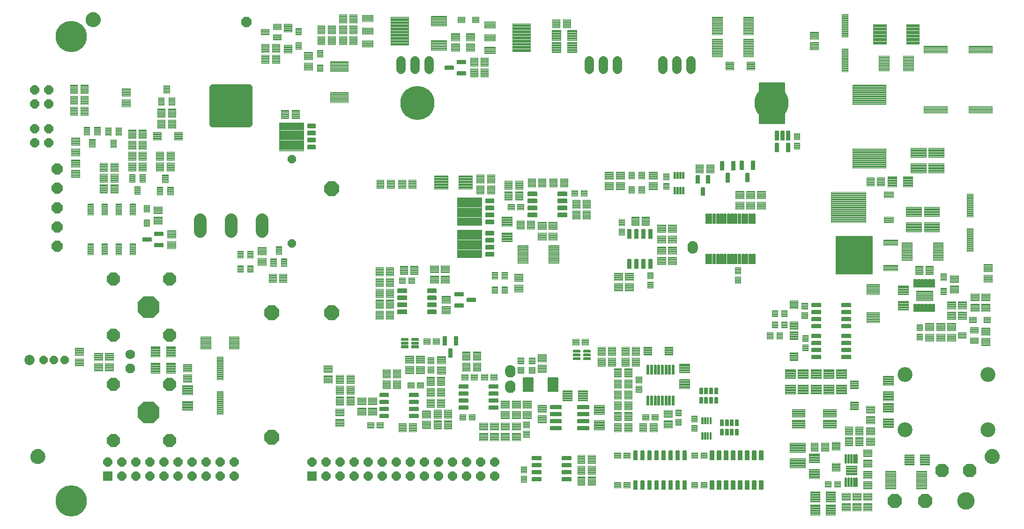
<source format=gts>
G75*
%MOIN*%
%OFA0B0*%
%FSLAX25Y25*%
%IPPOS*%
%LPD*%
%AMOC8*
5,1,8,0,0,1.08239X$1,22.5*
%
%ADD10C,0.01000*%
%ADD11C,0.00454*%
%ADD12C,0.00457*%
%ADD13C,0.00459*%
%ADD14C,0.00393*%
%ADD15C,0.00504*%
%ADD16C,0.06600*%
%ADD17C,0.00461*%
%ADD18OC8,0.07687*%
%ADD19C,0.00414*%
%ADD20C,0.00525*%
%ADD21C,0.00574*%
%ADD22C,0.00504*%
%ADD23C,0.00552*%
%ADD24OC8,0.09200*%
%ADD25OC8,0.15600*%
%ADD26C,0.13198*%
%ADD27C,0.00580*%
%ADD28OC8,0.06506*%
%ADD29C,0.00600*%
%ADD30C,0.00510*%
%ADD31C,0.08850*%
%ADD32C,0.04590*%
%ADD33OC8,0.05915*%
%ADD34C,0.07293*%
%ADD35OC8,0.06000*%
%ADD36OC8,0.10600*%
%ADD37R,0.06506X0.06506*%
%ADD38OC8,0.10293*%
%ADD39C,0.12411*%
%ADD40C,0.00514*%
%ADD41C,0.00500*%
%ADD42C,0.00441*%
%ADD43C,0.00402*%
%ADD44OC8,0.06900*%
%ADD45C,0.06900*%
%ADD46OC8,0.09655*%
%ADD47C,0.00437*%
%ADD48C,0.00386*%
%ADD49C,0.00473*%
%ADD50C,0.00526*%
%ADD51C,0.00528*%
%ADD52C,0.00450*%
%ADD53C,0.00431*%
%ADD54C,0.00477*%
%ADD55C,0.10600*%
%ADD56C,0.00503*%
%ADD57C,0.00351*%
%ADD58OC8,0.07096*%
%ADD59C,0.00428*%
%ADD60C,0.00594*%
%ADD61C,0.00408*%
%ADD62C,0.00100*%
%ADD63C,0.24222*%
%ADD64C,0.22254*%
D10*
X0633843Y0366362D02*
X0633843Y0395112D01*
X0651343Y0395112D01*
X0651343Y0366362D01*
X0633843Y0366362D01*
X0633843Y0366429D02*
X0651343Y0366429D01*
X0651343Y0367428D02*
X0633843Y0367428D01*
X0633843Y0368426D02*
X0651343Y0368426D01*
X0651343Y0369425D02*
X0633843Y0369425D01*
X0633843Y0370423D02*
X0651343Y0370423D01*
X0651343Y0371422D02*
X0633843Y0371422D01*
X0633843Y0372420D02*
X0651343Y0372420D01*
X0651343Y0373419D02*
X0633843Y0373419D01*
X0633843Y0374417D02*
X0651343Y0374417D01*
X0651343Y0375416D02*
X0633843Y0375416D01*
X0633843Y0376414D02*
X0651343Y0376414D01*
X0651343Y0377413D02*
X0633843Y0377413D01*
X0633843Y0378411D02*
X0651343Y0378411D01*
X0651343Y0379410D02*
X0633843Y0379410D01*
X0633843Y0380408D02*
X0651343Y0380408D01*
X0651343Y0381407D02*
X0633843Y0381407D01*
X0633843Y0382405D02*
X0651343Y0382405D01*
X0651343Y0383404D02*
X0633843Y0383404D01*
X0633843Y0384402D02*
X0651343Y0384402D01*
X0651343Y0385401D02*
X0633843Y0385401D01*
X0633843Y0386399D02*
X0651343Y0386399D01*
X0651343Y0387398D02*
X0633843Y0387398D01*
X0633843Y0388396D02*
X0651343Y0388396D01*
X0651343Y0389395D02*
X0633843Y0389395D01*
X0633843Y0390393D02*
X0651343Y0390393D01*
X0651343Y0391392D02*
X0633843Y0391392D01*
X0633843Y0392390D02*
X0651343Y0392390D01*
X0651343Y0393389D02*
X0633843Y0393389D01*
X0633843Y0394387D02*
X0651343Y0394387D01*
D11*
X0662384Y0359197D02*
X0662384Y0354721D01*
X0658302Y0354721D01*
X0658302Y0359197D01*
X0662384Y0359197D01*
X0662384Y0355174D02*
X0658302Y0355174D01*
X0658302Y0355627D02*
X0662384Y0355627D01*
X0662384Y0356080D02*
X0658302Y0356080D01*
X0658302Y0356533D02*
X0662384Y0356533D01*
X0662384Y0356986D02*
X0658302Y0356986D01*
X0658302Y0357439D02*
X0662384Y0357439D01*
X0662384Y0357892D02*
X0658302Y0357892D01*
X0658302Y0358345D02*
X0662384Y0358345D01*
X0662384Y0358798D02*
X0658302Y0358798D01*
X0662384Y0352504D02*
X0662384Y0348028D01*
X0658302Y0348028D01*
X0658302Y0352504D01*
X0662384Y0352504D01*
X0662384Y0348481D02*
X0658302Y0348481D01*
X0658302Y0348934D02*
X0662384Y0348934D01*
X0662384Y0349387D02*
X0658302Y0349387D01*
X0658302Y0349840D02*
X0662384Y0349840D01*
X0662384Y0350293D02*
X0658302Y0350293D01*
X0658302Y0350746D02*
X0662384Y0350746D01*
X0662384Y0351199D02*
X0658302Y0351199D01*
X0658302Y0351652D02*
X0662384Y0351652D01*
X0662384Y0352105D02*
X0658302Y0352105D01*
X0728963Y0317630D02*
X0728963Y0313548D01*
X0722519Y0313548D01*
X0722519Y0317630D01*
X0728963Y0317630D01*
X0728963Y0314001D02*
X0722519Y0314001D01*
X0722519Y0314454D02*
X0728963Y0314454D01*
X0728963Y0314907D02*
X0722519Y0314907D01*
X0722519Y0315360D02*
X0728963Y0315360D01*
X0728963Y0315813D02*
X0722519Y0315813D01*
X0722519Y0316266D02*
X0728963Y0316266D01*
X0728963Y0316719D02*
X0722519Y0316719D01*
X0722519Y0317172D02*
X0728963Y0317172D01*
X0728963Y0317625D02*
X0722519Y0317625D01*
X0728963Y0299677D02*
X0728963Y0295595D01*
X0722519Y0295595D01*
X0722519Y0299677D01*
X0728963Y0299677D01*
X0728963Y0296048D02*
X0722519Y0296048D01*
X0722519Y0296501D02*
X0728963Y0296501D01*
X0728963Y0296954D02*
X0722519Y0296954D01*
X0722519Y0297407D02*
X0728963Y0297407D01*
X0728963Y0297860D02*
X0722519Y0297860D01*
X0722519Y0298313D02*
X0728963Y0298313D01*
X0728963Y0298766D02*
X0722519Y0298766D01*
X0722519Y0299219D02*
X0728963Y0299219D01*
X0728963Y0299672D02*
X0722519Y0299672D01*
X0762552Y0259415D02*
X0762552Y0254545D01*
X0762552Y0259415D02*
X0766634Y0259415D01*
X0766634Y0254545D01*
X0762552Y0254545D01*
X0762552Y0254998D02*
X0766634Y0254998D01*
X0766634Y0255451D02*
X0762552Y0255451D01*
X0762552Y0255904D02*
X0766634Y0255904D01*
X0766634Y0256357D02*
X0762552Y0256357D01*
X0762552Y0256810D02*
X0766634Y0256810D01*
X0766634Y0257263D02*
X0762552Y0257263D01*
X0762552Y0257716D02*
X0766634Y0257716D01*
X0766634Y0258169D02*
X0762552Y0258169D01*
X0762552Y0258622D02*
X0766634Y0258622D01*
X0766634Y0259075D02*
X0762552Y0259075D01*
X0762552Y0249179D02*
X0762552Y0244309D01*
X0762552Y0249179D02*
X0766634Y0249179D01*
X0766634Y0244309D01*
X0762552Y0244309D01*
X0762552Y0244762D02*
X0766634Y0244762D01*
X0766634Y0245215D02*
X0762552Y0245215D01*
X0762552Y0245668D02*
X0766634Y0245668D01*
X0766634Y0246121D02*
X0762552Y0246121D01*
X0762552Y0246574D02*
X0766634Y0246574D01*
X0766634Y0247027D02*
X0762552Y0247027D01*
X0762552Y0247480D02*
X0766634Y0247480D01*
X0766634Y0247933D02*
X0762552Y0247933D01*
X0762552Y0248386D02*
X0766634Y0248386D01*
X0766634Y0248839D02*
X0762552Y0248839D01*
X0783040Y0224321D02*
X0787910Y0224321D01*
X0783040Y0224321D02*
X0783040Y0228403D01*
X0787910Y0228403D01*
X0787910Y0224321D01*
X0787910Y0224774D02*
X0783040Y0224774D01*
X0783040Y0225227D02*
X0787910Y0225227D01*
X0787910Y0225680D02*
X0783040Y0225680D01*
X0783040Y0226133D02*
X0787910Y0226133D01*
X0787910Y0226586D02*
X0783040Y0226586D01*
X0783040Y0227039D02*
X0787910Y0227039D01*
X0787910Y0227492D02*
X0783040Y0227492D01*
X0783040Y0227945D02*
X0787910Y0227945D01*
X0787910Y0228398D02*
X0783040Y0228398D01*
X0789253Y0221143D02*
X0789253Y0217061D01*
X0783595Y0217061D01*
X0783595Y0221143D01*
X0789253Y0221143D01*
X0789253Y0217514D02*
X0783595Y0217514D01*
X0783595Y0217967D02*
X0789253Y0217967D01*
X0789253Y0218420D02*
X0783595Y0218420D01*
X0783595Y0218873D02*
X0789253Y0218873D01*
X0789253Y0219326D02*
X0783595Y0219326D01*
X0783595Y0219779D02*
X0789253Y0219779D01*
X0789253Y0220232D02*
X0783595Y0220232D01*
X0783595Y0220685D02*
X0789253Y0220685D01*
X0789253Y0221138D02*
X0783595Y0221138D01*
X0780591Y0217403D02*
X0780591Y0213321D01*
X0774933Y0213321D01*
X0774933Y0217403D01*
X0780591Y0217403D01*
X0780591Y0213774D02*
X0774933Y0213774D01*
X0774933Y0214227D02*
X0780591Y0214227D01*
X0780591Y0214680D02*
X0774933Y0214680D01*
X0774933Y0215133D02*
X0780591Y0215133D01*
X0780591Y0215586D02*
X0774933Y0215586D01*
X0774933Y0216039D02*
X0780591Y0216039D01*
X0780591Y0216492D02*
X0774933Y0216492D01*
X0774933Y0216945D02*
X0780591Y0216945D01*
X0780591Y0217398D02*
X0774933Y0217398D01*
X0789253Y0213663D02*
X0789253Y0209581D01*
X0783595Y0209581D01*
X0783595Y0213663D01*
X0789253Y0213663D01*
X0789253Y0210034D02*
X0783595Y0210034D01*
X0783595Y0210487D02*
X0789253Y0210487D01*
X0789253Y0210940D02*
X0783595Y0210940D01*
X0783595Y0211393D02*
X0789253Y0211393D01*
X0789253Y0211846D02*
X0783595Y0211846D01*
X0783595Y0212299D02*
X0789253Y0212299D01*
X0789253Y0212752D02*
X0783595Y0212752D01*
X0783595Y0213205D02*
X0789253Y0213205D01*
X0789253Y0213658D02*
X0783595Y0213658D01*
X0793276Y0224321D02*
X0798146Y0224321D01*
X0793276Y0224321D02*
X0793276Y0228403D01*
X0798146Y0228403D01*
X0798146Y0224321D01*
X0798146Y0224774D02*
X0793276Y0224774D01*
X0793276Y0225227D02*
X0798146Y0225227D01*
X0798146Y0225680D02*
X0793276Y0225680D01*
X0793276Y0226133D02*
X0798146Y0226133D01*
X0798146Y0226586D02*
X0793276Y0226586D01*
X0793276Y0227039D02*
X0798146Y0227039D01*
X0798146Y0227492D02*
X0793276Y0227492D01*
X0793276Y0227945D02*
X0798146Y0227945D01*
X0798146Y0228398D02*
X0793276Y0228398D01*
X0749634Y0223197D02*
X0749634Y0218721D01*
X0745552Y0218721D01*
X0745552Y0223197D01*
X0749634Y0223197D01*
X0749634Y0219174D02*
X0745552Y0219174D01*
X0745552Y0219627D02*
X0749634Y0219627D01*
X0749634Y0220080D02*
X0745552Y0220080D01*
X0745552Y0220533D02*
X0749634Y0220533D01*
X0749634Y0220986D02*
X0745552Y0220986D01*
X0745552Y0221439D02*
X0749634Y0221439D01*
X0749634Y0221892D02*
X0745552Y0221892D01*
X0745552Y0222345D02*
X0749634Y0222345D01*
X0749634Y0222798D02*
X0745552Y0222798D01*
X0749634Y0216504D02*
X0749634Y0212028D01*
X0745552Y0212028D01*
X0745552Y0216504D01*
X0749634Y0216504D01*
X0749634Y0212481D02*
X0745552Y0212481D01*
X0745552Y0212934D02*
X0749634Y0212934D01*
X0749634Y0213387D02*
X0745552Y0213387D01*
X0745552Y0213840D02*
X0749634Y0213840D01*
X0749634Y0214293D02*
X0745552Y0214293D01*
X0745552Y0214746D02*
X0749634Y0214746D01*
X0749634Y0215199D02*
X0745552Y0215199D01*
X0745552Y0215652D02*
X0749634Y0215652D01*
X0749634Y0216105D02*
X0745552Y0216105D01*
X0668384Y0215447D02*
X0668384Y0210971D01*
X0664302Y0210971D01*
X0664302Y0215447D01*
X0668384Y0215447D01*
X0668384Y0211424D02*
X0664302Y0211424D01*
X0664302Y0211877D02*
X0668384Y0211877D01*
X0668384Y0212330D02*
X0664302Y0212330D01*
X0664302Y0212783D02*
X0668384Y0212783D01*
X0668384Y0213236D02*
X0664302Y0213236D01*
X0664302Y0213689D02*
X0668384Y0213689D01*
X0668384Y0214142D02*
X0664302Y0214142D01*
X0664302Y0214595D02*
X0668384Y0214595D01*
X0668384Y0215048D02*
X0664302Y0215048D01*
X0668384Y0208754D02*
X0668384Y0204278D01*
X0664302Y0204278D01*
X0664302Y0208754D01*
X0668384Y0208754D01*
X0668384Y0204731D02*
X0664302Y0204731D01*
X0664302Y0205184D02*
X0668384Y0205184D01*
X0668384Y0205637D02*
X0664302Y0205637D01*
X0664302Y0206090D02*
X0668384Y0206090D01*
X0668384Y0206543D02*
X0664302Y0206543D01*
X0664302Y0206996D02*
X0668384Y0206996D01*
X0668384Y0207449D02*
X0664302Y0207449D01*
X0664302Y0207902D02*
X0668384Y0207902D01*
X0668384Y0208355D02*
X0664302Y0208355D01*
X0649981Y0217350D02*
X0645899Y0217350D01*
X0649981Y0217350D02*
X0649981Y0212874D01*
X0645899Y0212874D01*
X0645899Y0217350D01*
X0645899Y0213327D02*
X0649981Y0213327D01*
X0649981Y0213780D02*
X0645899Y0213780D01*
X0645899Y0214233D02*
X0649981Y0214233D01*
X0649981Y0214686D02*
X0645899Y0214686D01*
X0645899Y0215139D02*
X0649981Y0215139D01*
X0649981Y0215592D02*
X0645899Y0215592D01*
X0645899Y0216045D02*
X0649981Y0216045D01*
X0649981Y0216498D02*
X0645899Y0216498D01*
X0645899Y0216951D02*
X0649981Y0216951D01*
X0649399Y0225100D02*
X0653481Y0225100D01*
X0653481Y0220624D01*
X0649399Y0220624D01*
X0649399Y0225100D01*
X0649399Y0221077D02*
X0653481Y0221077D01*
X0653481Y0221530D02*
X0649399Y0221530D01*
X0649399Y0221983D02*
X0653481Y0221983D01*
X0653481Y0222436D02*
X0649399Y0222436D01*
X0649399Y0222889D02*
X0653481Y0222889D01*
X0653481Y0223342D02*
X0649399Y0223342D01*
X0649399Y0223795D02*
X0653481Y0223795D01*
X0653481Y0224248D02*
X0649399Y0224248D01*
X0649399Y0224701D02*
X0653481Y0224701D01*
X0653481Y0233100D02*
X0649399Y0233100D01*
X0653481Y0233100D02*
X0653481Y0228624D01*
X0649399Y0228624D01*
X0649399Y0233100D01*
X0649399Y0229077D02*
X0653481Y0229077D01*
X0653481Y0229530D02*
X0649399Y0229530D01*
X0649399Y0229983D02*
X0653481Y0229983D01*
X0653481Y0230436D02*
X0649399Y0230436D01*
X0649399Y0230889D02*
X0653481Y0230889D01*
X0653481Y0231342D02*
X0649399Y0231342D01*
X0649399Y0231795D02*
X0653481Y0231795D01*
X0653481Y0232248D02*
X0649399Y0232248D01*
X0649399Y0232701D02*
X0653481Y0232701D01*
X0646788Y0233100D02*
X0642706Y0233100D01*
X0646788Y0233100D02*
X0646788Y0228624D01*
X0642706Y0228624D01*
X0642706Y0233100D01*
X0642706Y0229077D02*
X0646788Y0229077D01*
X0646788Y0229530D02*
X0642706Y0229530D01*
X0642706Y0229983D02*
X0646788Y0229983D01*
X0646788Y0230436D02*
X0642706Y0230436D01*
X0642706Y0230889D02*
X0646788Y0230889D01*
X0646788Y0231342D02*
X0642706Y0231342D01*
X0642706Y0231795D02*
X0646788Y0231795D01*
X0646788Y0232248D02*
X0642706Y0232248D01*
X0642706Y0232701D02*
X0646788Y0232701D01*
X0646788Y0225100D02*
X0642706Y0225100D01*
X0646788Y0225100D02*
X0646788Y0220624D01*
X0642706Y0220624D01*
X0642706Y0225100D01*
X0642706Y0221077D02*
X0646788Y0221077D01*
X0646788Y0221530D02*
X0642706Y0221530D01*
X0642706Y0221983D02*
X0646788Y0221983D01*
X0646788Y0222436D02*
X0642706Y0222436D01*
X0642706Y0222889D02*
X0646788Y0222889D01*
X0646788Y0223342D02*
X0642706Y0223342D01*
X0642706Y0223795D02*
X0646788Y0223795D01*
X0646788Y0224248D02*
X0642706Y0224248D01*
X0642706Y0224701D02*
X0646788Y0224701D01*
X0643288Y0217350D02*
X0639206Y0217350D01*
X0643288Y0217350D02*
X0643288Y0212874D01*
X0639206Y0212874D01*
X0639206Y0217350D01*
X0639206Y0213327D02*
X0643288Y0213327D01*
X0643288Y0213780D02*
X0639206Y0213780D01*
X0639206Y0214233D02*
X0643288Y0214233D01*
X0643288Y0214686D02*
X0639206Y0214686D01*
X0639206Y0215139D02*
X0643288Y0215139D01*
X0643288Y0215592D02*
X0639206Y0215592D01*
X0639206Y0216045D02*
X0643288Y0216045D01*
X0643288Y0216498D02*
X0639206Y0216498D01*
X0639206Y0216951D02*
X0643288Y0216951D01*
X0663802Y0227278D02*
X0663802Y0231754D01*
X0667884Y0231754D01*
X0667884Y0227278D01*
X0663802Y0227278D01*
X0663802Y0227731D02*
X0667884Y0227731D01*
X0667884Y0228184D02*
X0663802Y0228184D01*
X0663802Y0228637D02*
X0667884Y0228637D01*
X0667884Y0229090D02*
X0663802Y0229090D01*
X0663802Y0229543D02*
X0667884Y0229543D01*
X0667884Y0229996D02*
X0663802Y0229996D01*
X0663802Y0230449D02*
X0667884Y0230449D01*
X0667884Y0230902D02*
X0663802Y0230902D01*
X0663802Y0231355D02*
X0667884Y0231355D01*
X0663802Y0233971D02*
X0663802Y0238447D01*
X0667884Y0238447D01*
X0667884Y0233971D01*
X0663802Y0233971D01*
X0663802Y0234424D02*
X0667884Y0234424D01*
X0667884Y0234877D02*
X0663802Y0234877D01*
X0663802Y0235330D02*
X0667884Y0235330D01*
X0667884Y0235783D02*
X0663802Y0235783D01*
X0663802Y0236236D02*
X0667884Y0236236D01*
X0667884Y0236689D02*
X0663802Y0236689D01*
X0663802Y0237142D02*
X0667884Y0237142D01*
X0667884Y0237595D02*
X0663802Y0237595D01*
X0663802Y0238048D02*
X0667884Y0238048D01*
X0616302Y0252528D02*
X0616302Y0257004D01*
X0620384Y0257004D01*
X0620384Y0252528D01*
X0616302Y0252528D01*
X0616302Y0252981D02*
X0620384Y0252981D01*
X0620384Y0253434D02*
X0616302Y0253434D01*
X0616302Y0253887D02*
X0620384Y0253887D01*
X0620384Y0254340D02*
X0616302Y0254340D01*
X0616302Y0254793D02*
X0620384Y0254793D01*
X0620384Y0255246D02*
X0616302Y0255246D01*
X0616302Y0255699D02*
X0620384Y0255699D01*
X0620384Y0256152D02*
X0616302Y0256152D01*
X0616302Y0256605D02*
X0620384Y0256605D01*
X0616302Y0259221D02*
X0616302Y0263697D01*
X0620384Y0263697D01*
X0620384Y0259221D01*
X0616302Y0259221D01*
X0616302Y0259674D02*
X0620384Y0259674D01*
X0620384Y0260127D02*
X0616302Y0260127D01*
X0616302Y0260580D02*
X0620384Y0260580D01*
X0620384Y0261033D02*
X0616302Y0261033D01*
X0616302Y0261486D02*
X0620384Y0261486D01*
X0620384Y0261939D02*
X0616302Y0261939D01*
X0616302Y0262392D02*
X0620384Y0262392D01*
X0620384Y0262845D02*
X0616302Y0262845D01*
X0616302Y0263298D02*
X0620384Y0263298D01*
X0558134Y0260197D02*
X0558134Y0255721D01*
X0554052Y0255721D01*
X0554052Y0260197D01*
X0558134Y0260197D01*
X0558134Y0256174D02*
X0554052Y0256174D01*
X0554052Y0256627D02*
X0558134Y0256627D01*
X0558134Y0257080D02*
X0554052Y0257080D01*
X0554052Y0257533D02*
X0558134Y0257533D01*
X0558134Y0257986D02*
X0554052Y0257986D01*
X0554052Y0258439D02*
X0558134Y0258439D01*
X0558134Y0258892D02*
X0554052Y0258892D01*
X0554052Y0259345D02*
X0558134Y0259345D01*
X0558134Y0259798D02*
X0554052Y0259798D01*
X0558134Y0253504D02*
X0558134Y0249028D01*
X0554052Y0249028D01*
X0554052Y0253504D01*
X0558134Y0253504D01*
X0558134Y0249481D02*
X0554052Y0249481D01*
X0554052Y0249934D02*
X0558134Y0249934D01*
X0558134Y0250387D02*
X0554052Y0250387D01*
X0554052Y0250840D02*
X0558134Y0250840D01*
X0558134Y0251293D02*
X0554052Y0251293D01*
X0554052Y0251746D02*
X0558134Y0251746D01*
X0558134Y0252199D02*
X0554052Y0252199D01*
X0554052Y0252652D02*
X0558134Y0252652D01*
X0558134Y0253105D02*
X0554052Y0253105D01*
X0533552Y0286778D02*
X0533552Y0291254D01*
X0537634Y0291254D01*
X0537634Y0286778D01*
X0533552Y0286778D01*
X0533552Y0287231D02*
X0537634Y0287231D01*
X0537634Y0287684D02*
X0533552Y0287684D01*
X0533552Y0288137D02*
X0537634Y0288137D01*
X0537634Y0288590D02*
X0533552Y0288590D01*
X0533552Y0289043D02*
X0537634Y0289043D01*
X0537634Y0289496D02*
X0533552Y0289496D01*
X0533552Y0289949D02*
X0537634Y0289949D01*
X0537634Y0290402D02*
X0533552Y0290402D01*
X0533552Y0290855D02*
X0537634Y0290855D01*
X0533552Y0293471D02*
X0533552Y0297947D01*
X0537634Y0297947D01*
X0537634Y0293471D01*
X0533552Y0293471D01*
X0533552Y0293924D02*
X0537634Y0293924D01*
X0537634Y0294377D02*
X0533552Y0294377D01*
X0533552Y0294830D02*
X0537634Y0294830D01*
X0537634Y0295283D02*
X0533552Y0295283D01*
X0533552Y0295736D02*
X0537634Y0295736D01*
X0537634Y0296189D02*
X0533552Y0296189D01*
X0533552Y0296642D02*
X0537634Y0296642D01*
X0537634Y0297095D02*
X0533552Y0297095D01*
X0533552Y0297548D02*
X0537634Y0297548D01*
X0544634Y0316559D02*
X0544634Y0321429D01*
X0544634Y0316559D02*
X0540552Y0316559D01*
X0540552Y0321429D01*
X0544634Y0321429D01*
X0544634Y0317012D02*
X0540552Y0317012D01*
X0540552Y0317465D02*
X0544634Y0317465D01*
X0544634Y0317918D02*
X0540552Y0317918D01*
X0540552Y0318371D02*
X0544634Y0318371D01*
X0544634Y0318824D02*
X0540552Y0318824D01*
X0540552Y0319277D02*
X0544634Y0319277D01*
X0544634Y0319730D02*
X0540552Y0319730D01*
X0540552Y0320183D02*
X0544634Y0320183D01*
X0544634Y0320636D02*
X0540552Y0320636D01*
X0540552Y0321089D02*
X0544634Y0321089D01*
X0551884Y0321429D02*
X0551884Y0316559D01*
X0547802Y0316559D01*
X0547802Y0321429D01*
X0551884Y0321429D01*
X0551884Y0317012D02*
X0547802Y0317012D01*
X0547802Y0317465D02*
X0551884Y0317465D01*
X0551884Y0317918D02*
X0547802Y0317918D01*
X0547802Y0318371D02*
X0551884Y0318371D01*
X0551884Y0318824D02*
X0547802Y0318824D01*
X0547802Y0319277D02*
X0551884Y0319277D01*
X0551884Y0319730D02*
X0547802Y0319730D01*
X0547802Y0320183D02*
X0551884Y0320183D01*
X0551884Y0320636D02*
X0547802Y0320636D01*
X0547802Y0321089D02*
X0551884Y0321089D01*
X0551884Y0326795D02*
X0551884Y0331665D01*
X0551884Y0326795D02*
X0547802Y0326795D01*
X0547802Y0331665D01*
X0551884Y0331665D01*
X0551884Y0327248D02*
X0547802Y0327248D01*
X0547802Y0327701D02*
X0551884Y0327701D01*
X0551884Y0328154D02*
X0547802Y0328154D01*
X0547802Y0328607D02*
X0551884Y0328607D01*
X0551884Y0329060D02*
X0547802Y0329060D01*
X0547802Y0329513D02*
X0551884Y0329513D01*
X0551884Y0329966D02*
X0547802Y0329966D01*
X0547802Y0330419D02*
X0551884Y0330419D01*
X0551884Y0330872D02*
X0547802Y0330872D01*
X0547802Y0331325D02*
X0551884Y0331325D01*
X0544634Y0331665D02*
X0544634Y0326795D01*
X0540552Y0326795D01*
X0540552Y0331665D01*
X0544634Y0331665D01*
X0544634Y0327248D02*
X0540552Y0327248D01*
X0540552Y0327701D02*
X0544634Y0327701D01*
X0544634Y0328154D02*
X0540552Y0328154D01*
X0540552Y0328607D02*
X0544634Y0328607D01*
X0544634Y0329060D02*
X0540552Y0329060D01*
X0540552Y0329513D02*
X0544634Y0329513D01*
X0544634Y0329966D02*
X0540552Y0329966D01*
X0540552Y0330419D02*
X0544634Y0330419D01*
X0544634Y0330872D02*
X0540552Y0330872D01*
X0540552Y0331325D02*
X0544634Y0331325D01*
X0569534Y0330597D02*
X0569534Y0326121D01*
X0565452Y0326121D01*
X0565452Y0330597D01*
X0569534Y0330597D01*
X0569534Y0326574D02*
X0565452Y0326574D01*
X0565452Y0327027D02*
X0569534Y0327027D01*
X0569534Y0327480D02*
X0565452Y0327480D01*
X0565452Y0327933D02*
X0569534Y0327933D01*
X0569534Y0328386D02*
X0565452Y0328386D01*
X0565452Y0328839D02*
X0569534Y0328839D01*
X0569534Y0329292D02*
X0565452Y0329292D01*
X0565452Y0329745D02*
X0569534Y0329745D01*
X0569534Y0330198D02*
X0565452Y0330198D01*
X0569534Y0323904D02*
X0569534Y0319428D01*
X0565452Y0319428D01*
X0565452Y0323904D01*
X0569534Y0323904D01*
X0569534Y0319881D02*
X0565452Y0319881D01*
X0565452Y0320334D02*
X0569534Y0320334D01*
X0569534Y0320787D02*
X0565452Y0320787D01*
X0565452Y0321240D02*
X0569534Y0321240D01*
X0569534Y0321693D02*
X0565452Y0321693D01*
X0565452Y0322146D02*
X0569534Y0322146D01*
X0569534Y0322599D02*
X0565452Y0322599D01*
X0565452Y0323052D02*
X0569534Y0323052D01*
X0569534Y0323505D02*
X0565452Y0323505D01*
X0511178Y0314571D02*
X0506702Y0314571D01*
X0506702Y0318653D01*
X0511178Y0318653D01*
X0511178Y0314571D01*
X0511178Y0315024D02*
X0506702Y0315024D01*
X0506702Y0315477D02*
X0511178Y0315477D01*
X0511178Y0315930D02*
X0506702Y0315930D01*
X0506702Y0316383D02*
X0511178Y0316383D01*
X0511178Y0316836D02*
X0506702Y0316836D01*
X0506702Y0317289D02*
X0511178Y0317289D01*
X0511178Y0317742D02*
X0506702Y0317742D01*
X0506702Y0318195D02*
X0511178Y0318195D01*
X0511178Y0318648D02*
X0506702Y0318648D01*
X0504485Y0314571D02*
X0500009Y0314571D01*
X0500009Y0318653D01*
X0504485Y0318653D01*
X0504485Y0314571D01*
X0504485Y0315024D02*
X0500009Y0315024D01*
X0500009Y0315477D02*
X0504485Y0315477D01*
X0504485Y0315930D02*
X0500009Y0315930D01*
X0500009Y0316383D02*
X0504485Y0316383D01*
X0504485Y0316836D02*
X0500009Y0316836D01*
X0500009Y0317289D02*
X0504485Y0317289D01*
X0504485Y0317742D02*
X0500009Y0317742D01*
X0500009Y0318195D02*
X0504485Y0318195D01*
X0504485Y0318648D02*
X0500009Y0318648D01*
X0465928Y0308903D02*
X0461452Y0308903D01*
X0465928Y0308903D02*
X0465928Y0304821D01*
X0461452Y0304821D01*
X0461452Y0308903D01*
X0461452Y0305274D02*
X0465928Y0305274D01*
X0465928Y0305727D02*
X0461452Y0305727D01*
X0461452Y0306180D02*
X0465928Y0306180D01*
X0465928Y0306633D02*
X0461452Y0306633D01*
X0461452Y0307086D02*
X0465928Y0307086D01*
X0465928Y0307539D02*
X0461452Y0307539D01*
X0461452Y0307992D02*
X0465928Y0307992D01*
X0465928Y0308445D02*
X0461452Y0308445D01*
X0461452Y0308898D02*
X0465928Y0308898D01*
X0459235Y0308903D02*
X0454759Y0308903D01*
X0459235Y0308903D02*
X0459235Y0304821D01*
X0454759Y0304821D01*
X0454759Y0308903D01*
X0454759Y0305274D02*
X0459235Y0305274D01*
X0459235Y0305727D02*
X0454759Y0305727D01*
X0454759Y0306180D02*
X0459235Y0306180D01*
X0459235Y0306633D02*
X0454759Y0306633D01*
X0454759Y0307086D02*
X0459235Y0307086D01*
X0459235Y0307539D02*
X0454759Y0307539D01*
X0454759Y0307992D02*
X0459235Y0307992D01*
X0459235Y0308445D02*
X0454759Y0308445D01*
X0454759Y0308898D02*
X0459235Y0308898D01*
X0454384Y0260415D02*
X0454384Y0255545D01*
X0450302Y0255545D01*
X0450302Y0260415D01*
X0454384Y0260415D01*
X0454384Y0255998D02*
X0450302Y0255998D01*
X0450302Y0256451D02*
X0454384Y0256451D01*
X0454384Y0256904D02*
X0450302Y0256904D01*
X0450302Y0257357D02*
X0454384Y0257357D01*
X0454384Y0257810D02*
X0450302Y0257810D01*
X0450302Y0258263D02*
X0454384Y0258263D01*
X0454384Y0258716D02*
X0450302Y0258716D01*
X0450302Y0259169D02*
X0454384Y0259169D01*
X0454384Y0259622D02*
X0450302Y0259622D01*
X0450302Y0260075D02*
X0454384Y0260075D01*
X0447384Y0260415D02*
X0447384Y0255545D01*
X0443302Y0255545D01*
X0443302Y0260415D01*
X0447384Y0260415D01*
X0447384Y0255998D02*
X0443302Y0255998D01*
X0443302Y0256451D02*
X0447384Y0256451D01*
X0447384Y0256904D02*
X0443302Y0256904D01*
X0443302Y0257357D02*
X0447384Y0257357D01*
X0447384Y0257810D02*
X0443302Y0257810D01*
X0443302Y0258263D02*
X0447384Y0258263D01*
X0447384Y0258716D02*
X0443302Y0258716D01*
X0443302Y0259169D02*
X0447384Y0259169D01*
X0447384Y0259622D02*
X0443302Y0259622D01*
X0443302Y0260075D02*
X0447384Y0260075D01*
X0447384Y0250179D02*
X0447384Y0245309D01*
X0443302Y0245309D01*
X0443302Y0250179D01*
X0447384Y0250179D01*
X0447384Y0245762D02*
X0443302Y0245762D01*
X0443302Y0246215D02*
X0447384Y0246215D01*
X0447384Y0246668D02*
X0443302Y0246668D01*
X0443302Y0247121D02*
X0447384Y0247121D01*
X0447384Y0247574D02*
X0443302Y0247574D01*
X0443302Y0248027D02*
X0447384Y0248027D01*
X0447384Y0248480D02*
X0443302Y0248480D01*
X0443302Y0248933D02*
X0447384Y0248933D01*
X0447384Y0249386D02*
X0443302Y0249386D01*
X0443302Y0249839D02*
X0447384Y0249839D01*
X0454384Y0250179D02*
X0454384Y0245309D01*
X0450302Y0245309D01*
X0450302Y0250179D01*
X0454384Y0250179D01*
X0454384Y0245762D02*
X0450302Y0245762D01*
X0450302Y0246215D02*
X0454384Y0246215D01*
X0454384Y0246668D02*
X0450302Y0246668D01*
X0450302Y0247121D02*
X0454384Y0247121D01*
X0454384Y0247574D02*
X0450302Y0247574D01*
X0450302Y0248027D02*
X0454384Y0248027D01*
X0454384Y0248480D02*
X0450302Y0248480D01*
X0450302Y0248933D02*
X0454384Y0248933D01*
X0454384Y0249386D02*
X0450302Y0249386D01*
X0450302Y0249839D02*
X0454384Y0249839D01*
X0500759Y0208571D02*
X0505235Y0208571D01*
X0500759Y0208571D02*
X0500759Y0212653D01*
X0505235Y0212653D01*
X0505235Y0208571D01*
X0505235Y0209024D02*
X0500759Y0209024D01*
X0500759Y0209477D02*
X0505235Y0209477D01*
X0505235Y0209930D02*
X0500759Y0209930D01*
X0500759Y0210383D02*
X0505235Y0210383D01*
X0505235Y0210836D02*
X0500759Y0210836D01*
X0500759Y0211289D02*
X0505235Y0211289D01*
X0505235Y0211742D02*
X0500759Y0211742D01*
X0500759Y0212195D02*
X0505235Y0212195D01*
X0505235Y0212648D02*
X0500759Y0212648D01*
X0507452Y0208571D02*
X0511928Y0208571D01*
X0507452Y0208571D02*
X0507452Y0212653D01*
X0511928Y0212653D01*
X0511928Y0208571D01*
X0511928Y0209024D02*
X0507452Y0209024D01*
X0507452Y0209477D02*
X0511928Y0209477D01*
X0511928Y0209930D02*
X0507452Y0209930D01*
X0507452Y0210383D02*
X0511928Y0210383D01*
X0511928Y0210836D02*
X0507452Y0210836D01*
X0507452Y0211289D02*
X0511928Y0211289D01*
X0511928Y0211742D02*
X0507452Y0211742D01*
X0507452Y0212195D02*
X0511928Y0212195D01*
X0511928Y0212648D02*
X0507452Y0212648D01*
X0469802Y0199447D02*
X0469802Y0194971D01*
X0469802Y0199447D02*
X0473884Y0199447D01*
X0473884Y0194971D01*
X0469802Y0194971D01*
X0469802Y0195424D02*
X0473884Y0195424D01*
X0473884Y0195877D02*
X0469802Y0195877D01*
X0469802Y0196330D02*
X0473884Y0196330D01*
X0473884Y0196783D02*
X0469802Y0196783D01*
X0469802Y0197236D02*
X0473884Y0197236D01*
X0473884Y0197689D02*
X0469802Y0197689D01*
X0469802Y0198142D02*
X0473884Y0198142D01*
X0473884Y0198595D02*
X0469802Y0198595D01*
X0469802Y0199048D02*
X0473884Y0199048D01*
X0469802Y0192754D02*
X0469802Y0188278D01*
X0469802Y0192754D02*
X0473884Y0192754D01*
X0473884Y0188278D01*
X0469802Y0188278D01*
X0469802Y0188731D02*
X0473884Y0188731D01*
X0473884Y0189184D02*
X0469802Y0189184D01*
X0469802Y0189637D02*
X0473884Y0189637D01*
X0473884Y0190090D02*
X0469802Y0190090D01*
X0469802Y0190543D02*
X0473884Y0190543D01*
X0473884Y0190996D02*
X0469802Y0190996D01*
X0469802Y0191449D02*
X0473884Y0191449D01*
X0473884Y0191902D02*
X0469802Y0191902D01*
X0469802Y0192355D02*
X0473884Y0192355D01*
X0461802Y0192754D02*
X0461802Y0188278D01*
X0461802Y0192754D02*
X0465884Y0192754D01*
X0465884Y0188278D01*
X0461802Y0188278D01*
X0461802Y0188731D02*
X0465884Y0188731D01*
X0465884Y0189184D02*
X0461802Y0189184D01*
X0461802Y0189637D02*
X0465884Y0189637D01*
X0465884Y0190090D02*
X0461802Y0190090D01*
X0461802Y0190543D02*
X0465884Y0190543D01*
X0465884Y0190996D02*
X0461802Y0190996D01*
X0461802Y0191449D02*
X0465884Y0191449D01*
X0465884Y0191902D02*
X0461802Y0191902D01*
X0461802Y0192355D02*
X0465884Y0192355D01*
X0461802Y0194971D02*
X0461802Y0199447D01*
X0465884Y0199447D01*
X0465884Y0194971D01*
X0461802Y0194971D01*
X0461802Y0195424D02*
X0465884Y0195424D01*
X0465884Y0195877D02*
X0461802Y0195877D01*
X0461802Y0196330D02*
X0465884Y0196330D01*
X0465884Y0196783D02*
X0461802Y0196783D01*
X0461802Y0197236D02*
X0465884Y0197236D01*
X0465884Y0197689D02*
X0461802Y0197689D01*
X0461802Y0198142D02*
X0465884Y0198142D01*
X0465884Y0198595D02*
X0461802Y0198595D01*
X0461802Y0199048D02*
X0465884Y0199048D01*
X0446928Y0183571D02*
X0442452Y0183571D01*
X0442452Y0187653D01*
X0446928Y0187653D01*
X0446928Y0183571D01*
X0446928Y0184024D02*
X0442452Y0184024D01*
X0442452Y0184477D02*
X0446928Y0184477D01*
X0446928Y0184930D02*
X0442452Y0184930D01*
X0442452Y0185383D02*
X0446928Y0185383D01*
X0446928Y0185836D02*
X0442452Y0185836D01*
X0442452Y0186289D02*
X0446928Y0186289D01*
X0446928Y0186742D02*
X0442452Y0186742D01*
X0442452Y0187195D02*
X0446928Y0187195D01*
X0446928Y0187648D02*
X0442452Y0187648D01*
X0440235Y0183571D02*
X0435759Y0183571D01*
X0435759Y0187653D01*
X0440235Y0187653D01*
X0440235Y0183571D01*
X0440235Y0184024D02*
X0435759Y0184024D01*
X0435759Y0184477D02*
X0440235Y0184477D01*
X0440235Y0184930D02*
X0435759Y0184930D01*
X0435759Y0185383D02*
X0440235Y0185383D01*
X0440235Y0185836D02*
X0435759Y0185836D01*
X0435759Y0186289D02*
X0440235Y0186289D01*
X0440235Y0186742D02*
X0435759Y0186742D01*
X0435759Y0187195D02*
X0440235Y0187195D01*
X0440235Y0187648D02*
X0435759Y0187648D01*
X0432928Y0183571D02*
X0428452Y0183571D01*
X0428452Y0187653D01*
X0432928Y0187653D01*
X0432928Y0183571D01*
X0432928Y0184024D02*
X0428452Y0184024D01*
X0428452Y0184477D02*
X0432928Y0184477D01*
X0432928Y0184930D02*
X0428452Y0184930D01*
X0428452Y0185383D02*
X0432928Y0185383D01*
X0432928Y0185836D02*
X0428452Y0185836D01*
X0428452Y0186289D02*
X0432928Y0186289D01*
X0432928Y0186742D02*
X0428452Y0186742D01*
X0428452Y0187195D02*
X0432928Y0187195D01*
X0432928Y0187648D02*
X0428452Y0187648D01*
X0426235Y0183571D02*
X0421759Y0183571D01*
X0421759Y0187653D01*
X0426235Y0187653D01*
X0426235Y0183571D01*
X0426235Y0184024D02*
X0421759Y0184024D01*
X0421759Y0184477D02*
X0426235Y0184477D01*
X0426235Y0184930D02*
X0421759Y0184930D01*
X0421759Y0185383D02*
X0426235Y0185383D01*
X0426235Y0185836D02*
X0421759Y0185836D01*
X0421759Y0186289D02*
X0426235Y0186289D01*
X0426235Y0186742D02*
X0421759Y0186742D01*
X0421759Y0187195D02*
X0426235Y0187195D01*
X0426235Y0187648D02*
X0421759Y0187648D01*
X0401884Y0188528D02*
X0401884Y0193004D01*
X0401884Y0188528D02*
X0397802Y0188528D01*
X0397802Y0193004D01*
X0401884Y0193004D01*
X0401884Y0188981D02*
X0397802Y0188981D01*
X0397802Y0189434D02*
X0401884Y0189434D01*
X0401884Y0189887D02*
X0397802Y0189887D01*
X0397802Y0190340D02*
X0401884Y0190340D01*
X0401884Y0190793D02*
X0397802Y0190793D01*
X0397802Y0191246D02*
X0401884Y0191246D01*
X0401884Y0191699D02*
X0397802Y0191699D01*
X0397802Y0192152D02*
X0401884Y0192152D01*
X0401884Y0192605D02*
X0397802Y0192605D01*
X0401884Y0195221D02*
X0401884Y0199697D01*
X0401884Y0195221D02*
X0397802Y0195221D01*
X0397802Y0199697D01*
X0401884Y0199697D01*
X0401884Y0195674D02*
X0397802Y0195674D01*
X0397802Y0196127D02*
X0401884Y0196127D01*
X0401884Y0196580D02*
X0397802Y0196580D01*
X0397802Y0197033D02*
X0401884Y0197033D01*
X0401884Y0197486D02*
X0397802Y0197486D01*
X0397802Y0197939D02*
X0401884Y0197939D01*
X0401884Y0198392D02*
X0397802Y0198392D01*
X0397802Y0198845D02*
X0401884Y0198845D01*
X0401884Y0199298D02*
X0397802Y0199298D01*
X0399235Y0209071D02*
X0394759Y0209071D01*
X0394759Y0213153D01*
X0399235Y0213153D01*
X0399235Y0209071D01*
X0399235Y0209524D02*
X0394759Y0209524D01*
X0394759Y0209977D02*
X0399235Y0209977D01*
X0399235Y0210430D02*
X0394759Y0210430D01*
X0394759Y0210883D02*
X0399235Y0210883D01*
X0399235Y0211336D02*
X0394759Y0211336D01*
X0394759Y0211789D02*
X0399235Y0211789D01*
X0399235Y0212242D02*
X0394759Y0212242D01*
X0394759Y0212695D02*
X0399235Y0212695D01*
X0399235Y0213148D02*
X0394759Y0213148D01*
X0401452Y0209071D02*
X0405928Y0209071D01*
X0401452Y0209071D02*
X0401452Y0213153D01*
X0405928Y0213153D01*
X0405928Y0209071D01*
X0405928Y0209524D02*
X0401452Y0209524D01*
X0401452Y0209977D02*
X0405928Y0209977D01*
X0405928Y0210430D02*
X0401452Y0210430D01*
X0401452Y0210883D02*
X0405928Y0210883D01*
X0405928Y0211336D02*
X0401452Y0211336D01*
X0401452Y0211789D02*
X0405928Y0211789D01*
X0405928Y0212242D02*
X0401452Y0212242D01*
X0401452Y0212695D02*
X0405928Y0212695D01*
X0405928Y0213148D02*
X0401452Y0213148D01*
X0394678Y0181903D02*
X0390202Y0181903D01*
X0394678Y0181903D02*
X0394678Y0177821D01*
X0390202Y0177821D01*
X0390202Y0181903D01*
X0390202Y0178274D02*
X0394678Y0178274D01*
X0394678Y0178727D02*
X0390202Y0178727D01*
X0390202Y0179180D02*
X0394678Y0179180D01*
X0394678Y0179633D02*
X0390202Y0179633D01*
X0390202Y0180086D02*
X0394678Y0180086D01*
X0394678Y0180539D02*
X0390202Y0180539D01*
X0390202Y0180992D02*
X0394678Y0180992D01*
X0394678Y0181445D02*
X0390202Y0181445D01*
X0390202Y0181898D02*
X0394678Y0181898D01*
X0387985Y0181903D02*
X0383509Y0181903D01*
X0387985Y0181903D02*
X0387985Y0177821D01*
X0383509Y0177821D01*
X0383509Y0181903D01*
X0383509Y0178274D02*
X0387985Y0178274D01*
X0387985Y0178727D02*
X0383509Y0178727D01*
X0383509Y0179180D02*
X0387985Y0179180D01*
X0387985Y0179633D02*
X0383509Y0179633D01*
X0383509Y0180086D02*
X0387985Y0180086D01*
X0387985Y0180539D02*
X0383509Y0180539D01*
X0383509Y0180992D02*
X0387985Y0180992D01*
X0387985Y0181445D02*
X0383509Y0181445D01*
X0383509Y0181898D02*
X0387985Y0181898D01*
X0420259Y0155071D02*
X0424735Y0155071D01*
X0420259Y0155071D02*
X0420259Y0159153D01*
X0424735Y0159153D01*
X0424735Y0155071D01*
X0424735Y0155524D02*
X0420259Y0155524D01*
X0420259Y0155977D02*
X0424735Y0155977D01*
X0424735Y0156430D02*
X0420259Y0156430D01*
X0420259Y0156883D02*
X0424735Y0156883D01*
X0424735Y0157336D02*
X0420259Y0157336D01*
X0420259Y0157789D02*
X0424735Y0157789D01*
X0424735Y0158242D02*
X0420259Y0158242D01*
X0420259Y0158695D02*
X0424735Y0158695D01*
X0424735Y0159148D02*
X0420259Y0159148D01*
X0426952Y0155071D02*
X0431428Y0155071D01*
X0426952Y0155071D02*
X0426952Y0159153D01*
X0431428Y0159153D01*
X0431428Y0155071D01*
X0431428Y0155524D02*
X0426952Y0155524D01*
X0426952Y0155977D02*
X0431428Y0155977D01*
X0431428Y0156430D02*
X0426952Y0156430D01*
X0426952Y0156883D02*
X0431428Y0156883D01*
X0431428Y0157336D02*
X0426952Y0157336D01*
X0426952Y0157789D02*
X0431428Y0157789D01*
X0431428Y0158242D02*
X0426952Y0158242D01*
X0426952Y0158695D02*
X0431428Y0158695D01*
X0431428Y0159148D02*
X0426952Y0159148D01*
X0465802Y0153947D02*
X0465802Y0149471D01*
X0465802Y0153947D02*
X0469884Y0153947D01*
X0469884Y0149471D01*
X0465802Y0149471D01*
X0465802Y0149924D02*
X0469884Y0149924D01*
X0469884Y0150377D02*
X0465802Y0150377D01*
X0465802Y0150830D02*
X0469884Y0150830D01*
X0469884Y0151283D02*
X0465802Y0151283D01*
X0465802Y0151736D02*
X0469884Y0151736D01*
X0469884Y0152189D02*
X0465802Y0152189D01*
X0465802Y0152642D02*
X0469884Y0152642D01*
X0469884Y0153095D02*
X0465802Y0153095D01*
X0465802Y0153548D02*
X0469884Y0153548D01*
X0465802Y0147254D02*
X0465802Y0142778D01*
X0465802Y0147254D02*
X0469884Y0147254D01*
X0469884Y0142778D01*
X0465802Y0142778D01*
X0465802Y0143231D02*
X0469884Y0143231D01*
X0469884Y0143684D02*
X0465802Y0143684D01*
X0465802Y0144137D02*
X0469884Y0144137D01*
X0469884Y0144590D02*
X0465802Y0144590D01*
X0465802Y0145043D02*
X0469884Y0145043D01*
X0469884Y0145496D02*
X0465802Y0145496D01*
X0465802Y0145949D02*
X0469884Y0145949D01*
X0469884Y0146402D02*
X0465802Y0146402D01*
X0465802Y0146855D02*
X0469884Y0146855D01*
X0464052Y0121947D02*
X0464052Y0117471D01*
X0464052Y0121947D02*
X0468134Y0121947D01*
X0468134Y0117471D01*
X0464052Y0117471D01*
X0464052Y0117924D02*
X0468134Y0117924D01*
X0468134Y0118377D02*
X0464052Y0118377D01*
X0464052Y0118830D02*
X0468134Y0118830D01*
X0468134Y0119283D02*
X0464052Y0119283D01*
X0464052Y0119736D02*
X0468134Y0119736D01*
X0468134Y0120189D02*
X0464052Y0120189D01*
X0464052Y0120642D02*
X0468134Y0120642D01*
X0468134Y0121095D02*
X0464052Y0121095D01*
X0464052Y0121548D02*
X0468134Y0121548D01*
X0464052Y0115254D02*
X0464052Y0110778D01*
X0464052Y0115254D02*
X0468134Y0115254D01*
X0468134Y0110778D01*
X0464052Y0110778D01*
X0464052Y0111231D02*
X0468134Y0111231D01*
X0468134Y0111684D02*
X0464052Y0111684D01*
X0464052Y0112137D02*
X0468134Y0112137D01*
X0468134Y0112590D02*
X0464052Y0112590D01*
X0464052Y0113043D02*
X0468134Y0113043D01*
X0468134Y0113496D02*
X0464052Y0113496D01*
X0464052Y0113949D02*
X0468134Y0113949D01*
X0468134Y0114402D02*
X0464052Y0114402D01*
X0464052Y0114855D02*
X0468134Y0114855D01*
X0530509Y0110903D02*
X0534985Y0110903D01*
X0534985Y0106821D01*
X0530509Y0106821D01*
X0530509Y0110903D01*
X0530509Y0107274D02*
X0534985Y0107274D01*
X0534985Y0107727D02*
X0530509Y0107727D01*
X0530509Y0108180D02*
X0534985Y0108180D01*
X0534985Y0108633D02*
X0530509Y0108633D01*
X0530509Y0109086D02*
X0534985Y0109086D01*
X0534985Y0109539D02*
X0530509Y0109539D01*
X0530509Y0109992D02*
X0534985Y0109992D01*
X0534985Y0110445D02*
X0530509Y0110445D01*
X0530509Y0110898D02*
X0534985Y0110898D01*
X0537202Y0110903D02*
X0541678Y0110903D01*
X0541678Y0106821D01*
X0537202Y0106821D01*
X0537202Y0110903D01*
X0537202Y0107274D02*
X0541678Y0107274D01*
X0541678Y0107727D02*
X0537202Y0107727D01*
X0537202Y0108180D02*
X0541678Y0108180D01*
X0541678Y0108633D02*
X0537202Y0108633D01*
X0537202Y0109086D02*
X0541678Y0109086D01*
X0541678Y0109539D02*
X0537202Y0109539D01*
X0537202Y0109992D02*
X0541678Y0109992D01*
X0541678Y0110445D02*
X0537202Y0110445D01*
X0537202Y0110898D02*
X0541678Y0110898D01*
X0541678Y0127821D02*
X0537202Y0127821D01*
X0537202Y0131903D01*
X0541678Y0131903D01*
X0541678Y0127821D01*
X0541678Y0128274D02*
X0537202Y0128274D01*
X0537202Y0128727D02*
X0541678Y0128727D01*
X0541678Y0129180D02*
X0537202Y0129180D01*
X0537202Y0129633D02*
X0541678Y0129633D01*
X0541678Y0130086D02*
X0537202Y0130086D01*
X0537202Y0130539D02*
X0541678Y0130539D01*
X0541678Y0130992D02*
X0537202Y0130992D01*
X0537202Y0131445D02*
X0541678Y0131445D01*
X0541678Y0131898D02*
X0537202Y0131898D01*
X0534985Y0127821D02*
X0530509Y0127821D01*
X0530509Y0131903D01*
X0534985Y0131903D01*
X0534985Y0127821D01*
X0534985Y0128274D02*
X0530509Y0128274D01*
X0530509Y0128727D02*
X0534985Y0128727D01*
X0534985Y0129180D02*
X0530509Y0129180D01*
X0530509Y0129633D02*
X0534985Y0129633D01*
X0534985Y0130086D02*
X0530509Y0130086D01*
X0530509Y0130539D02*
X0534985Y0130539D01*
X0534985Y0130992D02*
X0530509Y0130992D01*
X0530509Y0131445D02*
X0534985Y0131445D01*
X0534985Y0131898D02*
X0530509Y0131898D01*
X0550509Y0155071D02*
X0554985Y0155071D01*
X0550509Y0155071D02*
X0550509Y0159153D01*
X0554985Y0159153D01*
X0554985Y0155071D01*
X0554985Y0155524D02*
X0550509Y0155524D01*
X0550509Y0155977D02*
X0554985Y0155977D01*
X0554985Y0156430D02*
X0550509Y0156430D01*
X0550509Y0156883D02*
X0554985Y0156883D01*
X0554985Y0157336D02*
X0550509Y0157336D01*
X0550509Y0157789D02*
X0554985Y0157789D01*
X0554985Y0158242D02*
X0550509Y0158242D01*
X0550509Y0158695D02*
X0554985Y0158695D01*
X0554985Y0159148D02*
X0550509Y0159148D01*
X0557202Y0155071D02*
X0561678Y0155071D01*
X0557202Y0155071D02*
X0557202Y0159153D01*
X0561678Y0159153D01*
X0561678Y0155071D01*
X0561678Y0155524D02*
X0557202Y0155524D01*
X0557202Y0155977D02*
X0561678Y0155977D01*
X0561678Y0156430D02*
X0557202Y0156430D01*
X0557202Y0156883D02*
X0561678Y0156883D01*
X0561678Y0157336D02*
X0557202Y0157336D01*
X0557202Y0157789D02*
X0561678Y0157789D01*
X0561678Y0158242D02*
X0557202Y0158242D01*
X0557202Y0158695D02*
X0561678Y0158695D01*
X0561678Y0159148D02*
X0557202Y0159148D01*
X0578134Y0157971D02*
X0578134Y0162447D01*
X0578134Y0157971D02*
X0574052Y0157971D01*
X0574052Y0162447D01*
X0578134Y0162447D01*
X0578134Y0158424D02*
X0574052Y0158424D01*
X0574052Y0158877D02*
X0578134Y0158877D01*
X0578134Y0159330D02*
X0574052Y0159330D01*
X0574052Y0159783D02*
X0578134Y0159783D01*
X0578134Y0160236D02*
X0574052Y0160236D01*
X0574052Y0160689D02*
X0578134Y0160689D01*
X0578134Y0161142D02*
X0574052Y0161142D01*
X0574052Y0161595D02*
X0578134Y0161595D01*
X0578134Y0162048D02*
X0574052Y0162048D01*
X0578134Y0155754D02*
X0578134Y0151278D01*
X0574052Y0151278D01*
X0574052Y0155754D01*
X0578134Y0155754D01*
X0578134Y0151731D02*
X0574052Y0151731D01*
X0574052Y0152184D02*
X0578134Y0152184D01*
X0578134Y0152637D02*
X0574052Y0152637D01*
X0574052Y0153090D02*
X0578134Y0153090D01*
X0578134Y0153543D02*
X0574052Y0153543D01*
X0574052Y0153996D02*
X0578134Y0153996D01*
X0578134Y0154449D02*
X0574052Y0154449D01*
X0574052Y0154902D02*
X0578134Y0154902D01*
X0578134Y0155355D02*
X0574052Y0155355D01*
X0585302Y0153721D02*
X0585302Y0158197D01*
X0589384Y0158197D01*
X0589384Y0153721D01*
X0585302Y0153721D01*
X0585302Y0154174D02*
X0589384Y0154174D01*
X0589384Y0154627D02*
X0585302Y0154627D01*
X0585302Y0155080D02*
X0589384Y0155080D01*
X0589384Y0155533D02*
X0585302Y0155533D01*
X0585302Y0155986D02*
X0589384Y0155986D01*
X0589384Y0156439D02*
X0585302Y0156439D01*
X0585302Y0156892D02*
X0589384Y0156892D01*
X0589384Y0157345D02*
X0585302Y0157345D01*
X0585302Y0157798D02*
X0589384Y0157798D01*
X0585302Y0151504D02*
X0585302Y0147028D01*
X0585302Y0151504D02*
X0589384Y0151504D01*
X0589384Y0147028D01*
X0585302Y0147028D01*
X0585302Y0147481D02*
X0589384Y0147481D01*
X0589384Y0147934D02*
X0585302Y0147934D01*
X0585302Y0148387D02*
X0589384Y0148387D01*
X0589384Y0148840D02*
X0585302Y0148840D01*
X0585302Y0149293D02*
X0589384Y0149293D01*
X0589384Y0149746D02*
X0585302Y0149746D01*
X0585302Y0150199D02*
X0589384Y0150199D01*
X0589384Y0150652D02*
X0585302Y0150652D01*
X0585302Y0151105D02*
X0589384Y0151105D01*
X0589735Y0127821D02*
X0585259Y0127821D01*
X0585259Y0131903D01*
X0589735Y0131903D01*
X0589735Y0127821D01*
X0589735Y0128274D02*
X0585259Y0128274D01*
X0585259Y0128727D02*
X0589735Y0128727D01*
X0589735Y0129180D02*
X0585259Y0129180D01*
X0585259Y0129633D02*
X0589735Y0129633D01*
X0589735Y0130086D02*
X0585259Y0130086D01*
X0585259Y0130539D02*
X0589735Y0130539D01*
X0589735Y0130992D02*
X0585259Y0130992D01*
X0585259Y0131445D02*
X0589735Y0131445D01*
X0589735Y0131898D02*
X0585259Y0131898D01*
X0591952Y0127821D02*
X0596428Y0127821D01*
X0591952Y0127821D02*
X0591952Y0131903D01*
X0596428Y0131903D01*
X0596428Y0127821D01*
X0596428Y0128274D02*
X0591952Y0128274D01*
X0591952Y0128727D02*
X0596428Y0128727D01*
X0596428Y0129180D02*
X0591952Y0129180D01*
X0591952Y0129633D02*
X0596428Y0129633D01*
X0596428Y0130086D02*
X0591952Y0130086D01*
X0591952Y0130539D02*
X0596428Y0130539D01*
X0596428Y0130992D02*
X0591952Y0130992D01*
X0591952Y0131445D02*
X0596428Y0131445D01*
X0596428Y0131898D02*
X0591952Y0131898D01*
X0591952Y0110903D02*
X0596428Y0110903D01*
X0596428Y0106821D01*
X0591952Y0106821D01*
X0591952Y0110903D01*
X0591952Y0107274D02*
X0596428Y0107274D01*
X0596428Y0107727D02*
X0591952Y0107727D01*
X0591952Y0108180D02*
X0596428Y0108180D01*
X0596428Y0108633D02*
X0591952Y0108633D01*
X0591952Y0109086D02*
X0596428Y0109086D01*
X0596428Y0109539D02*
X0591952Y0109539D01*
X0591952Y0109992D02*
X0596428Y0109992D01*
X0596428Y0110445D02*
X0591952Y0110445D01*
X0591952Y0110898D02*
X0596428Y0110898D01*
X0589735Y0110903D02*
X0585259Y0110903D01*
X0589735Y0110903D02*
X0589735Y0106821D01*
X0585259Y0106821D01*
X0585259Y0110903D01*
X0585259Y0107274D02*
X0589735Y0107274D01*
X0589735Y0107727D02*
X0585259Y0107727D01*
X0585259Y0108180D02*
X0589735Y0108180D01*
X0589735Y0108633D02*
X0585259Y0108633D01*
X0585259Y0109086D02*
X0589735Y0109086D01*
X0589735Y0109539D02*
X0585259Y0109539D01*
X0585259Y0109992D02*
X0589735Y0109992D01*
X0589735Y0110445D02*
X0585259Y0110445D01*
X0585259Y0110898D02*
X0589735Y0110898D01*
X0680259Y0107321D02*
X0684735Y0107321D01*
X0680259Y0107321D02*
X0680259Y0111403D01*
X0684735Y0111403D01*
X0684735Y0107321D01*
X0684735Y0107774D02*
X0680259Y0107774D01*
X0680259Y0108227D02*
X0684735Y0108227D01*
X0684735Y0108680D02*
X0680259Y0108680D01*
X0680259Y0109133D02*
X0684735Y0109133D01*
X0684735Y0109586D02*
X0680259Y0109586D01*
X0680259Y0110039D02*
X0684735Y0110039D01*
X0684735Y0110492D02*
X0680259Y0110492D01*
X0680259Y0110945D02*
X0684735Y0110945D01*
X0684735Y0111398D02*
X0680259Y0111398D01*
X0686952Y0107321D02*
X0691428Y0107321D01*
X0686952Y0107321D02*
X0686952Y0111403D01*
X0691428Y0111403D01*
X0691428Y0107321D01*
X0691428Y0107774D02*
X0686952Y0107774D01*
X0686952Y0108227D02*
X0691428Y0108227D01*
X0691428Y0108680D02*
X0686952Y0108680D01*
X0686952Y0109133D02*
X0691428Y0109133D01*
X0691428Y0109586D02*
X0686952Y0109586D01*
X0686952Y0110039D02*
X0691428Y0110039D01*
X0691428Y0110492D02*
X0686952Y0110492D01*
X0686952Y0110945D02*
X0691428Y0110945D01*
X0691428Y0111398D02*
X0686952Y0111398D01*
X0545802Y0174778D02*
X0545802Y0179254D01*
X0549884Y0179254D01*
X0549884Y0174778D01*
X0545802Y0174778D01*
X0545802Y0175231D02*
X0549884Y0175231D01*
X0549884Y0175684D02*
X0545802Y0175684D01*
X0545802Y0176137D02*
X0549884Y0176137D01*
X0549884Y0176590D02*
X0545802Y0176590D01*
X0545802Y0177043D02*
X0549884Y0177043D01*
X0549884Y0177496D02*
X0545802Y0177496D01*
X0545802Y0177949D02*
X0549884Y0177949D01*
X0549884Y0178402D02*
X0545802Y0178402D01*
X0545802Y0178855D02*
X0549884Y0178855D01*
X0545802Y0181471D02*
X0545802Y0185947D01*
X0549884Y0185947D01*
X0549884Y0181471D01*
X0545802Y0181471D01*
X0545802Y0181924D02*
X0549884Y0181924D01*
X0549884Y0182377D02*
X0545802Y0182377D01*
X0545802Y0182830D02*
X0549884Y0182830D01*
X0549884Y0183283D02*
X0545802Y0183283D01*
X0545802Y0183736D02*
X0549884Y0183736D01*
X0549884Y0184189D02*
X0545802Y0184189D01*
X0545802Y0184642D02*
X0549884Y0184642D01*
X0549884Y0185095D02*
X0545802Y0185095D01*
X0545802Y0185548D02*
X0549884Y0185548D01*
X0388428Y0256403D02*
X0383952Y0256403D01*
X0388428Y0256403D02*
X0388428Y0252321D01*
X0383952Y0252321D01*
X0383952Y0256403D01*
X0383952Y0252774D02*
X0388428Y0252774D01*
X0388428Y0253227D02*
X0383952Y0253227D01*
X0383952Y0253680D02*
X0388428Y0253680D01*
X0388428Y0254133D02*
X0383952Y0254133D01*
X0383952Y0254586D02*
X0388428Y0254586D01*
X0388428Y0255039D02*
X0383952Y0255039D01*
X0383952Y0255492D02*
X0388428Y0255492D01*
X0388428Y0255945D02*
X0383952Y0255945D01*
X0383952Y0256398D02*
X0388428Y0256398D01*
X0381735Y0256403D02*
X0377259Y0256403D01*
X0381735Y0256403D02*
X0381735Y0252321D01*
X0377259Y0252321D01*
X0377259Y0256403D01*
X0377259Y0252774D02*
X0381735Y0252774D01*
X0381735Y0253227D02*
X0377259Y0253227D01*
X0377259Y0253680D02*
X0381735Y0253680D01*
X0381735Y0254133D02*
X0377259Y0254133D01*
X0377259Y0254586D02*
X0381735Y0254586D01*
X0381735Y0255039D02*
X0377259Y0255039D01*
X0377259Y0255492D02*
X0381735Y0255492D01*
X0381735Y0255945D02*
X0377259Y0255945D01*
X0377259Y0256398D02*
X0381735Y0256398D01*
X0297374Y0264452D02*
X0293292Y0264452D01*
X0293292Y0270110D01*
X0297374Y0270110D01*
X0297374Y0264452D01*
X0297374Y0264905D02*
X0293292Y0264905D01*
X0293292Y0265358D02*
X0297374Y0265358D01*
X0297374Y0265811D02*
X0293292Y0265811D01*
X0293292Y0266264D02*
X0297374Y0266264D01*
X0297374Y0266717D02*
X0293292Y0266717D01*
X0293292Y0267170D02*
X0297374Y0267170D01*
X0297374Y0267623D02*
X0293292Y0267623D01*
X0293292Y0268076D02*
X0297374Y0268076D01*
X0297374Y0268529D02*
X0293292Y0268529D01*
X0293292Y0268982D02*
X0297374Y0268982D01*
X0297374Y0269435D02*
X0293292Y0269435D01*
X0293292Y0269888D02*
X0297374Y0269888D01*
X0293634Y0273114D02*
X0289552Y0273114D01*
X0289552Y0278772D01*
X0293634Y0278772D01*
X0293634Y0273114D01*
X0293634Y0273567D02*
X0289552Y0273567D01*
X0289552Y0274020D02*
X0293634Y0274020D01*
X0293634Y0274473D02*
X0289552Y0274473D01*
X0289552Y0274926D02*
X0293634Y0274926D01*
X0293634Y0275379D02*
X0289552Y0275379D01*
X0289552Y0275832D02*
X0293634Y0275832D01*
X0293634Y0276285D02*
X0289552Y0276285D01*
X0289552Y0276738D02*
X0293634Y0276738D01*
X0293634Y0277191D02*
X0289552Y0277191D01*
X0289552Y0277644D02*
X0293634Y0277644D01*
X0293634Y0278097D02*
X0289552Y0278097D01*
X0289552Y0278550D02*
X0293634Y0278550D01*
X0289894Y0264452D02*
X0285812Y0264452D01*
X0285812Y0270110D01*
X0289894Y0270110D01*
X0289894Y0264452D01*
X0289894Y0264905D02*
X0285812Y0264905D01*
X0285812Y0265358D02*
X0289894Y0265358D01*
X0289894Y0265811D02*
X0285812Y0265811D01*
X0285812Y0266264D02*
X0289894Y0266264D01*
X0289894Y0266717D02*
X0285812Y0266717D01*
X0285812Y0267170D02*
X0289894Y0267170D01*
X0289894Y0267623D02*
X0285812Y0267623D01*
X0285812Y0268076D02*
X0289894Y0268076D01*
X0289894Y0268529D02*
X0285812Y0268529D01*
X0285812Y0268982D02*
X0289894Y0268982D01*
X0289894Y0269435D02*
X0285812Y0269435D01*
X0285812Y0269888D02*
X0289894Y0269888D01*
X0269302Y0270545D02*
X0269302Y0275415D01*
X0273384Y0275415D01*
X0273384Y0270545D01*
X0269302Y0270545D01*
X0269302Y0270998D02*
X0273384Y0270998D01*
X0273384Y0271451D02*
X0269302Y0271451D01*
X0269302Y0271904D02*
X0273384Y0271904D01*
X0273384Y0272357D02*
X0269302Y0272357D01*
X0269302Y0272810D02*
X0273384Y0272810D01*
X0273384Y0273263D02*
X0269302Y0273263D01*
X0269302Y0273716D02*
X0273384Y0273716D01*
X0273384Y0274169D02*
X0269302Y0274169D01*
X0269302Y0274622D02*
X0273384Y0274622D01*
X0273384Y0275075D02*
X0269302Y0275075D01*
X0266384Y0275415D02*
X0266384Y0270545D01*
X0262302Y0270545D01*
X0262302Y0275415D01*
X0266384Y0275415D01*
X0266384Y0270998D02*
X0262302Y0270998D01*
X0262302Y0271451D02*
X0266384Y0271451D01*
X0266384Y0271904D02*
X0262302Y0271904D01*
X0262302Y0272357D02*
X0266384Y0272357D01*
X0266384Y0272810D02*
X0262302Y0272810D01*
X0262302Y0273263D02*
X0266384Y0273263D01*
X0266384Y0273716D02*
X0262302Y0273716D01*
X0262302Y0274169D02*
X0266384Y0274169D01*
X0266384Y0274622D02*
X0262302Y0274622D01*
X0262302Y0275075D02*
X0266384Y0275075D01*
X0266384Y0265179D02*
X0266384Y0260309D01*
X0262302Y0260309D01*
X0262302Y0265179D01*
X0266384Y0265179D01*
X0266384Y0260762D02*
X0262302Y0260762D01*
X0262302Y0261215D02*
X0266384Y0261215D01*
X0266384Y0261668D02*
X0262302Y0261668D01*
X0262302Y0262121D02*
X0266384Y0262121D01*
X0266384Y0262574D02*
X0262302Y0262574D01*
X0262302Y0263027D02*
X0266384Y0263027D01*
X0266384Y0263480D02*
X0262302Y0263480D01*
X0262302Y0263933D02*
X0266384Y0263933D01*
X0266384Y0264386D02*
X0262302Y0264386D01*
X0262302Y0264839D02*
X0266384Y0264839D01*
X0269302Y0265179D02*
X0269302Y0260309D01*
X0269302Y0265179D02*
X0273384Y0265179D01*
X0273384Y0260309D01*
X0269302Y0260309D01*
X0269302Y0260762D02*
X0273384Y0260762D01*
X0273384Y0261215D02*
X0269302Y0261215D01*
X0269302Y0261668D02*
X0273384Y0261668D01*
X0273384Y0262121D02*
X0269302Y0262121D01*
X0269302Y0262574D02*
X0273384Y0262574D01*
X0273384Y0263027D02*
X0269302Y0263027D01*
X0269302Y0263480D02*
X0273384Y0263480D01*
X0273384Y0263933D02*
X0269302Y0263933D01*
X0269302Y0264386D02*
X0273384Y0264386D01*
X0273384Y0264839D02*
X0269302Y0264839D01*
X0195552Y0292929D02*
X0195552Y0297799D01*
X0199634Y0297799D01*
X0199634Y0292929D01*
X0195552Y0292929D01*
X0195552Y0293382D02*
X0199634Y0293382D01*
X0199634Y0293835D02*
X0195552Y0293835D01*
X0195552Y0294288D02*
X0199634Y0294288D01*
X0199634Y0294741D02*
X0195552Y0294741D01*
X0195552Y0295194D02*
X0199634Y0295194D01*
X0199634Y0295647D02*
X0195552Y0295647D01*
X0195552Y0296100D02*
X0199634Y0296100D01*
X0199634Y0296553D02*
X0195552Y0296553D01*
X0195552Y0297006D02*
X0199634Y0297006D01*
X0199634Y0297459D02*
X0195552Y0297459D01*
X0195552Y0303165D02*
X0195552Y0308035D01*
X0199634Y0308035D01*
X0199634Y0303165D01*
X0195552Y0303165D01*
X0195552Y0303618D02*
X0199634Y0303618D01*
X0199634Y0304071D02*
X0195552Y0304071D01*
X0195552Y0304524D02*
X0199634Y0304524D01*
X0199634Y0304977D02*
X0195552Y0304977D01*
X0195552Y0305430D02*
X0199634Y0305430D01*
X0199634Y0305883D02*
X0195552Y0305883D01*
X0195552Y0306336D02*
X0199634Y0306336D01*
X0199634Y0306789D02*
X0195552Y0306789D01*
X0195552Y0307242D02*
X0199634Y0307242D01*
X0199634Y0307695D02*
X0195552Y0307695D01*
X0189634Y0309166D02*
X0185552Y0309166D01*
X0189634Y0309166D02*
X0189634Y0301146D01*
X0185552Y0301146D01*
X0185552Y0309166D01*
X0185552Y0301599D02*
X0189634Y0301599D01*
X0189634Y0302052D02*
X0185552Y0302052D01*
X0185552Y0302505D02*
X0189634Y0302505D01*
X0189634Y0302958D02*
X0185552Y0302958D01*
X0185552Y0303411D02*
X0189634Y0303411D01*
X0189634Y0303864D02*
X0185552Y0303864D01*
X0185552Y0304317D02*
X0189634Y0304317D01*
X0189634Y0304770D02*
X0185552Y0304770D01*
X0185552Y0305223D02*
X0189634Y0305223D01*
X0189634Y0305676D02*
X0185552Y0305676D01*
X0185552Y0306129D02*
X0189634Y0306129D01*
X0189634Y0306582D02*
X0185552Y0306582D01*
X0185552Y0307035D02*
X0189634Y0307035D01*
X0189634Y0307488D02*
X0185552Y0307488D01*
X0185552Y0307941D02*
X0189634Y0307941D01*
X0189634Y0308394D02*
X0185552Y0308394D01*
X0185552Y0308847D02*
X0189634Y0308847D01*
X0179634Y0309166D02*
X0175552Y0309166D01*
X0179634Y0309166D02*
X0179634Y0301146D01*
X0175552Y0301146D01*
X0175552Y0309166D01*
X0175552Y0301599D02*
X0179634Y0301599D01*
X0179634Y0302052D02*
X0175552Y0302052D01*
X0175552Y0302505D02*
X0179634Y0302505D01*
X0179634Y0302958D02*
X0175552Y0302958D01*
X0175552Y0303411D02*
X0179634Y0303411D01*
X0179634Y0303864D02*
X0175552Y0303864D01*
X0175552Y0304317D02*
X0179634Y0304317D01*
X0179634Y0304770D02*
X0175552Y0304770D01*
X0175552Y0305223D02*
X0179634Y0305223D01*
X0179634Y0305676D02*
X0175552Y0305676D01*
X0175552Y0306129D02*
X0179634Y0306129D01*
X0179634Y0306582D02*
X0175552Y0306582D01*
X0175552Y0307035D02*
X0179634Y0307035D01*
X0179634Y0307488D02*
X0175552Y0307488D01*
X0175552Y0307941D02*
X0179634Y0307941D01*
X0179634Y0308394D02*
X0175552Y0308394D01*
X0175552Y0308847D02*
X0179634Y0308847D01*
X0169634Y0309166D02*
X0165552Y0309166D01*
X0169634Y0309166D02*
X0169634Y0301146D01*
X0165552Y0301146D01*
X0165552Y0309166D01*
X0165552Y0301599D02*
X0169634Y0301599D01*
X0169634Y0302052D02*
X0165552Y0302052D01*
X0165552Y0302505D02*
X0169634Y0302505D01*
X0169634Y0302958D02*
X0165552Y0302958D01*
X0165552Y0303411D02*
X0169634Y0303411D01*
X0169634Y0303864D02*
X0165552Y0303864D01*
X0165552Y0304317D02*
X0169634Y0304317D01*
X0169634Y0304770D02*
X0165552Y0304770D01*
X0165552Y0305223D02*
X0169634Y0305223D01*
X0169634Y0305676D02*
X0165552Y0305676D01*
X0165552Y0306129D02*
X0169634Y0306129D01*
X0169634Y0306582D02*
X0165552Y0306582D01*
X0165552Y0307035D02*
X0169634Y0307035D01*
X0169634Y0307488D02*
X0165552Y0307488D01*
X0165552Y0307941D02*
X0169634Y0307941D01*
X0169634Y0308394D02*
X0165552Y0308394D01*
X0165552Y0308847D02*
X0169634Y0308847D01*
X0159634Y0309166D02*
X0155552Y0309166D01*
X0159634Y0309166D02*
X0159634Y0301146D01*
X0155552Y0301146D01*
X0155552Y0309166D01*
X0155552Y0301599D02*
X0159634Y0301599D01*
X0159634Y0302052D02*
X0155552Y0302052D01*
X0155552Y0302505D02*
X0159634Y0302505D01*
X0159634Y0302958D02*
X0155552Y0302958D01*
X0155552Y0303411D02*
X0159634Y0303411D01*
X0159634Y0303864D02*
X0155552Y0303864D01*
X0155552Y0304317D02*
X0159634Y0304317D01*
X0159634Y0304770D02*
X0155552Y0304770D01*
X0155552Y0305223D02*
X0159634Y0305223D01*
X0159634Y0305676D02*
X0155552Y0305676D01*
X0155552Y0306129D02*
X0159634Y0306129D01*
X0159634Y0306582D02*
X0155552Y0306582D01*
X0155552Y0307035D02*
X0159634Y0307035D01*
X0159634Y0307488D02*
X0155552Y0307488D01*
X0155552Y0307941D02*
X0159634Y0307941D01*
X0159634Y0308394D02*
X0155552Y0308394D01*
X0155552Y0308847D02*
X0159634Y0308847D01*
X0189052Y0321360D02*
X0193134Y0321360D01*
X0193134Y0315702D01*
X0189052Y0315702D01*
X0189052Y0321360D01*
X0189052Y0316155D02*
X0193134Y0316155D01*
X0193134Y0316608D02*
X0189052Y0316608D01*
X0189052Y0317061D02*
X0193134Y0317061D01*
X0193134Y0317514D02*
X0189052Y0317514D01*
X0189052Y0317967D02*
X0193134Y0317967D01*
X0193134Y0318420D02*
X0189052Y0318420D01*
X0189052Y0318873D02*
X0193134Y0318873D01*
X0193134Y0319326D02*
X0189052Y0319326D01*
X0189052Y0319779D02*
X0193134Y0319779D01*
X0193134Y0320232D02*
X0189052Y0320232D01*
X0189052Y0320685D02*
X0193134Y0320685D01*
X0193134Y0321138D02*
X0189052Y0321138D01*
X0189394Y0330022D02*
X0185312Y0330022D01*
X0189394Y0330022D02*
X0189394Y0324364D01*
X0185312Y0324364D01*
X0185312Y0330022D01*
X0185312Y0324817D02*
X0189394Y0324817D01*
X0189394Y0325270D02*
X0185312Y0325270D01*
X0185312Y0325723D02*
X0189394Y0325723D01*
X0189394Y0326176D02*
X0185312Y0326176D01*
X0185312Y0326629D02*
X0189394Y0326629D01*
X0189394Y0327082D02*
X0185312Y0327082D01*
X0185312Y0327535D02*
X0189394Y0327535D01*
X0189394Y0327988D02*
X0185312Y0327988D01*
X0185312Y0328441D02*
X0189394Y0328441D01*
X0189394Y0328894D02*
X0185312Y0328894D01*
X0185312Y0329347D02*
X0189394Y0329347D01*
X0189394Y0329800D02*
X0185312Y0329800D01*
X0192792Y0330022D02*
X0196874Y0330022D01*
X0196874Y0324364D01*
X0192792Y0324364D01*
X0192792Y0330022D01*
X0192792Y0324817D02*
X0196874Y0324817D01*
X0196874Y0325270D02*
X0192792Y0325270D01*
X0192792Y0325723D02*
X0196874Y0325723D01*
X0196874Y0326176D02*
X0192792Y0326176D01*
X0192792Y0326629D02*
X0196874Y0326629D01*
X0196874Y0327082D02*
X0192792Y0327082D01*
X0192792Y0327535D02*
X0196874Y0327535D01*
X0196874Y0327988D02*
X0192792Y0327988D01*
X0192792Y0328441D02*
X0196874Y0328441D01*
X0196874Y0328894D02*
X0192792Y0328894D01*
X0192792Y0329347D02*
X0196874Y0329347D01*
X0196874Y0329800D02*
X0192792Y0329800D01*
X0208802Y0324114D02*
X0212884Y0324114D01*
X0208802Y0324114D02*
X0208802Y0329772D01*
X0212884Y0329772D01*
X0212884Y0324114D01*
X0212884Y0324567D02*
X0208802Y0324567D01*
X0208802Y0325020D02*
X0212884Y0325020D01*
X0212884Y0325473D02*
X0208802Y0325473D01*
X0208802Y0325926D02*
X0212884Y0325926D01*
X0212884Y0326379D02*
X0208802Y0326379D01*
X0208802Y0326832D02*
X0212884Y0326832D01*
X0212884Y0327285D02*
X0208802Y0327285D01*
X0208802Y0327738D02*
X0212884Y0327738D01*
X0212884Y0328191D02*
X0208802Y0328191D01*
X0208802Y0328644D02*
X0212884Y0328644D01*
X0212884Y0329097D02*
X0208802Y0329097D01*
X0208802Y0329550D02*
X0212884Y0329550D01*
X0212542Y0315452D02*
X0216624Y0315452D01*
X0212542Y0315452D02*
X0212542Y0321110D01*
X0216624Y0321110D01*
X0216624Y0315452D01*
X0216624Y0315905D02*
X0212542Y0315905D01*
X0212542Y0316358D02*
X0216624Y0316358D01*
X0216624Y0316811D02*
X0212542Y0316811D01*
X0212542Y0317264D02*
X0216624Y0317264D01*
X0216624Y0317717D02*
X0212542Y0317717D01*
X0212542Y0318170D02*
X0216624Y0318170D01*
X0216624Y0318623D02*
X0212542Y0318623D01*
X0212542Y0319076D02*
X0216624Y0319076D01*
X0216624Y0319529D02*
X0212542Y0319529D01*
X0212542Y0319982D02*
X0216624Y0319982D01*
X0216624Y0320435D02*
X0212542Y0320435D01*
X0212542Y0320888D02*
X0216624Y0320888D01*
X0209144Y0315452D02*
X0205062Y0315452D01*
X0205062Y0321110D01*
X0209144Y0321110D01*
X0209144Y0315452D01*
X0209144Y0315905D02*
X0205062Y0315905D01*
X0205062Y0316358D02*
X0209144Y0316358D01*
X0209144Y0316811D02*
X0205062Y0316811D01*
X0205062Y0317264D02*
X0209144Y0317264D01*
X0209144Y0317717D02*
X0205062Y0317717D01*
X0205062Y0318170D02*
X0209144Y0318170D01*
X0209144Y0318623D02*
X0205062Y0318623D01*
X0205062Y0319076D02*
X0209144Y0319076D01*
X0209144Y0319529D02*
X0205062Y0319529D01*
X0205062Y0319982D02*
X0209144Y0319982D01*
X0209144Y0320435D02*
X0205062Y0320435D01*
X0205062Y0320888D02*
X0209144Y0320888D01*
X0176134Y0354860D02*
X0172052Y0354860D01*
X0176134Y0354860D02*
X0176134Y0349202D01*
X0172052Y0349202D01*
X0172052Y0354860D01*
X0172052Y0349655D02*
X0176134Y0349655D01*
X0176134Y0350108D02*
X0172052Y0350108D01*
X0172052Y0350561D02*
X0176134Y0350561D01*
X0176134Y0351014D02*
X0172052Y0351014D01*
X0172052Y0351467D02*
X0176134Y0351467D01*
X0176134Y0351920D02*
X0172052Y0351920D01*
X0172052Y0352373D02*
X0176134Y0352373D01*
X0176134Y0352826D02*
X0172052Y0352826D01*
X0172052Y0353279D02*
X0176134Y0353279D01*
X0176134Y0353732D02*
X0172052Y0353732D01*
X0172052Y0354185D02*
X0176134Y0354185D01*
X0176134Y0354638D02*
X0172052Y0354638D01*
X0172394Y0363522D02*
X0168312Y0363522D01*
X0172394Y0363522D02*
X0172394Y0357864D01*
X0168312Y0357864D01*
X0168312Y0363522D01*
X0168312Y0358317D02*
X0172394Y0358317D01*
X0172394Y0358770D02*
X0168312Y0358770D01*
X0168312Y0359223D02*
X0172394Y0359223D01*
X0172394Y0359676D02*
X0168312Y0359676D01*
X0168312Y0360129D02*
X0172394Y0360129D01*
X0172394Y0360582D02*
X0168312Y0360582D01*
X0168312Y0361035D02*
X0172394Y0361035D01*
X0172394Y0361488D02*
X0168312Y0361488D01*
X0168312Y0361941D02*
X0172394Y0361941D01*
X0172394Y0362394D02*
X0168312Y0362394D01*
X0168312Y0362847D02*
X0172394Y0362847D01*
X0172394Y0363300D02*
X0168312Y0363300D01*
X0164624Y0363772D02*
X0160542Y0363772D01*
X0164624Y0363772D02*
X0164624Y0358114D01*
X0160542Y0358114D01*
X0160542Y0363772D01*
X0160542Y0358567D02*
X0164624Y0358567D01*
X0164624Y0359020D02*
X0160542Y0359020D01*
X0160542Y0359473D02*
X0164624Y0359473D01*
X0164624Y0359926D02*
X0160542Y0359926D01*
X0160542Y0360379D02*
X0164624Y0360379D01*
X0164624Y0360832D02*
X0160542Y0360832D01*
X0160542Y0361285D02*
X0164624Y0361285D01*
X0164624Y0361738D02*
X0160542Y0361738D01*
X0160542Y0362191D02*
X0164624Y0362191D01*
X0164624Y0362644D02*
X0160542Y0362644D01*
X0160542Y0363097D02*
X0164624Y0363097D01*
X0164624Y0363550D02*
X0160542Y0363550D01*
X0157144Y0363772D02*
X0153062Y0363772D01*
X0157144Y0363772D02*
X0157144Y0358114D01*
X0153062Y0358114D01*
X0153062Y0363772D01*
X0153062Y0358567D02*
X0157144Y0358567D01*
X0157144Y0359020D02*
X0153062Y0359020D01*
X0153062Y0359473D02*
X0157144Y0359473D01*
X0157144Y0359926D02*
X0153062Y0359926D01*
X0153062Y0360379D02*
X0157144Y0360379D01*
X0157144Y0360832D02*
X0153062Y0360832D01*
X0153062Y0361285D02*
X0157144Y0361285D01*
X0157144Y0361738D02*
X0153062Y0361738D01*
X0153062Y0362191D02*
X0157144Y0362191D01*
X0157144Y0362644D02*
X0153062Y0362644D01*
X0153062Y0363097D02*
X0157144Y0363097D01*
X0157144Y0363550D02*
X0153062Y0363550D01*
X0156802Y0355110D02*
X0160884Y0355110D01*
X0160884Y0349452D01*
X0156802Y0349452D01*
X0156802Y0355110D01*
X0156802Y0349905D02*
X0160884Y0349905D01*
X0160884Y0350358D02*
X0156802Y0350358D01*
X0156802Y0350811D02*
X0160884Y0350811D01*
X0160884Y0351264D02*
X0156802Y0351264D01*
X0156802Y0351717D02*
X0160884Y0351717D01*
X0160884Y0352170D02*
X0156802Y0352170D01*
X0156802Y0352623D02*
X0160884Y0352623D01*
X0160884Y0353076D02*
X0156802Y0353076D01*
X0156802Y0353529D02*
X0160884Y0353529D01*
X0160884Y0353982D02*
X0156802Y0353982D01*
X0156802Y0354435D02*
X0160884Y0354435D01*
X0160884Y0354888D02*
X0156802Y0354888D01*
X0175792Y0363522D02*
X0179874Y0363522D01*
X0179874Y0357864D01*
X0175792Y0357864D01*
X0175792Y0363522D01*
X0175792Y0358317D02*
X0179874Y0358317D01*
X0179874Y0358770D02*
X0175792Y0358770D01*
X0175792Y0359223D02*
X0179874Y0359223D01*
X0179874Y0359676D02*
X0175792Y0359676D01*
X0175792Y0360129D02*
X0179874Y0360129D01*
X0179874Y0360582D02*
X0175792Y0360582D01*
X0175792Y0361035D02*
X0179874Y0361035D01*
X0179874Y0361488D02*
X0175792Y0361488D01*
X0175792Y0361941D02*
X0179874Y0361941D01*
X0179874Y0362394D02*
X0175792Y0362394D01*
X0175792Y0362847D02*
X0179874Y0362847D01*
X0179874Y0363300D02*
X0175792Y0363300D01*
X0206062Y0379202D02*
X0210144Y0379202D01*
X0206062Y0379202D02*
X0206062Y0384860D01*
X0210144Y0384860D01*
X0210144Y0379202D01*
X0210144Y0379655D02*
X0206062Y0379655D01*
X0206062Y0380108D02*
X0210144Y0380108D01*
X0210144Y0380561D02*
X0206062Y0380561D01*
X0206062Y0381014D02*
X0210144Y0381014D01*
X0210144Y0381467D02*
X0206062Y0381467D01*
X0206062Y0381920D02*
X0210144Y0381920D01*
X0210144Y0382373D02*
X0206062Y0382373D01*
X0206062Y0382826D02*
X0210144Y0382826D01*
X0210144Y0383279D02*
X0206062Y0383279D01*
X0206062Y0383732D02*
X0210144Y0383732D01*
X0210144Y0384185D02*
X0206062Y0384185D01*
X0206062Y0384638D02*
X0210144Y0384638D01*
X0213542Y0379202D02*
X0217624Y0379202D01*
X0213542Y0379202D02*
X0213542Y0384860D01*
X0217624Y0384860D01*
X0217624Y0379202D01*
X0217624Y0379655D02*
X0213542Y0379655D01*
X0213542Y0380108D02*
X0217624Y0380108D01*
X0217624Y0380561D02*
X0213542Y0380561D01*
X0213542Y0381014D02*
X0217624Y0381014D01*
X0217624Y0381467D02*
X0213542Y0381467D01*
X0213542Y0381920D02*
X0217624Y0381920D01*
X0217624Y0382373D02*
X0213542Y0382373D01*
X0213542Y0382826D02*
X0217624Y0382826D01*
X0217624Y0383279D02*
X0213542Y0383279D01*
X0213542Y0383732D02*
X0217624Y0383732D01*
X0217624Y0384185D02*
X0213542Y0384185D01*
X0213542Y0384638D02*
X0217624Y0384638D01*
X0213884Y0387864D02*
X0209802Y0387864D01*
X0209802Y0393522D01*
X0213884Y0393522D01*
X0213884Y0387864D01*
X0213884Y0388317D02*
X0209802Y0388317D01*
X0209802Y0388770D02*
X0213884Y0388770D01*
X0213884Y0389223D02*
X0209802Y0389223D01*
X0209802Y0389676D02*
X0213884Y0389676D01*
X0213884Y0390129D02*
X0209802Y0390129D01*
X0209802Y0390582D02*
X0213884Y0390582D01*
X0213884Y0391035D02*
X0209802Y0391035D01*
X0209802Y0391488D02*
X0213884Y0391488D01*
X0213884Y0391941D02*
X0209802Y0391941D01*
X0209802Y0392394D02*
X0213884Y0392394D01*
X0213884Y0392847D02*
X0209802Y0392847D01*
X0209802Y0393300D02*
X0213884Y0393300D01*
X0284841Y0429321D02*
X0284841Y0433403D01*
X0284841Y0429321D02*
X0279183Y0429321D01*
X0279183Y0433403D01*
X0284841Y0433403D01*
X0284841Y0429774D02*
X0279183Y0429774D01*
X0279183Y0430227D02*
X0284841Y0430227D01*
X0284841Y0430680D02*
X0279183Y0430680D01*
X0279183Y0431133D02*
X0284841Y0431133D01*
X0284841Y0431586D02*
X0279183Y0431586D01*
X0279183Y0432039D02*
X0284841Y0432039D01*
X0284841Y0432492D02*
X0279183Y0432492D01*
X0279183Y0432945D02*
X0284841Y0432945D01*
X0284841Y0433398D02*
X0279183Y0433398D01*
X0293503Y0433061D02*
X0293503Y0437143D01*
X0293503Y0433061D02*
X0287845Y0433061D01*
X0287845Y0437143D01*
X0293503Y0437143D01*
X0293503Y0433514D02*
X0287845Y0433514D01*
X0287845Y0433967D02*
X0293503Y0433967D01*
X0293503Y0434420D02*
X0287845Y0434420D01*
X0287845Y0434873D02*
X0293503Y0434873D01*
X0293503Y0435326D02*
X0287845Y0435326D01*
X0287845Y0435779D02*
X0293503Y0435779D01*
X0293503Y0436232D02*
X0287845Y0436232D01*
X0287845Y0436685D02*
X0293503Y0436685D01*
X0293503Y0437138D02*
X0287845Y0437138D01*
X0293503Y0429663D02*
X0293503Y0425581D01*
X0287845Y0425581D01*
X0287845Y0429663D01*
X0293503Y0429663D01*
X0293503Y0426034D02*
X0287845Y0426034D01*
X0287845Y0426487D02*
X0293503Y0426487D01*
X0293503Y0426940D02*
X0287845Y0426940D01*
X0287845Y0427393D02*
X0293503Y0427393D01*
X0293503Y0427846D02*
X0287845Y0427846D01*
X0287845Y0428299D02*
X0293503Y0428299D01*
X0293503Y0428752D02*
X0287845Y0428752D01*
X0287845Y0429205D02*
X0293503Y0429205D01*
X0293503Y0429658D02*
X0287845Y0429658D01*
X0307634Y0429295D02*
X0307634Y0434165D01*
X0307634Y0429295D02*
X0303552Y0429295D01*
X0303552Y0434165D01*
X0307634Y0434165D01*
X0307634Y0429748D02*
X0303552Y0429748D01*
X0303552Y0430201D02*
X0307634Y0430201D01*
X0307634Y0430654D02*
X0303552Y0430654D01*
X0303552Y0431107D02*
X0307634Y0431107D01*
X0307634Y0431560D02*
X0303552Y0431560D01*
X0303552Y0432013D02*
X0307634Y0432013D01*
X0307634Y0432466D02*
X0303552Y0432466D01*
X0303552Y0432919D02*
X0307634Y0432919D01*
X0307634Y0433372D02*
X0303552Y0433372D01*
X0303552Y0433825D02*
X0307634Y0433825D01*
X0307634Y0423929D02*
X0307634Y0419059D01*
X0303552Y0419059D01*
X0303552Y0423929D01*
X0307634Y0423929D01*
X0307634Y0419512D02*
X0303552Y0419512D01*
X0303552Y0419965D02*
X0307634Y0419965D01*
X0307634Y0420418D02*
X0303552Y0420418D01*
X0303552Y0420871D02*
X0307634Y0420871D01*
X0307634Y0421324D02*
X0303552Y0421324D01*
X0303552Y0421777D02*
X0307634Y0421777D01*
X0307634Y0422230D02*
X0303552Y0422230D01*
X0303552Y0422683D02*
X0307634Y0422683D01*
X0307634Y0423136D02*
X0303552Y0423136D01*
X0303552Y0423589D02*
X0307634Y0423589D01*
X0323134Y0418415D02*
X0323134Y0413545D01*
X0319052Y0413545D01*
X0319052Y0418415D01*
X0323134Y0418415D01*
X0323134Y0413998D02*
X0319052Y0413998D01*
X0319052Y0414451D02*
X0323134Y0414451D01*
X0323134Y0414904D02*
X0319052Y0414904D01*
X0319052Y0415357D02*
X0323134Y0415357D01*
X0323134Y0415810D02*
X0319052Y0415810D01*
X0319052Y0416263D02*
X0323134Y0416263D01*
X0323134Y0416716D02*
X0319052Y0416716D01*
X0319052Y0417169D02*
X0323134Y0417169D01*
X0323134Y0417622D02*
X0319052Y0417622D01*
X0319052Y0418075D02*
X0323134Y0418075D01*
X0323134Y0408179D02*
X0323134Y0403309D01*
X0319052Y0403309D01*
X0319052Y0408179D01*
X0323134Y0408179D01*
X0323134Y0403762D02*
X0319052Y0403762D01*
X0319052Y0404215D02*
X0323134Y0404215D01*
X0323134Y0404668D02*
X0319052Y0404668D01*
X0319052Y0405121D02*
X0323134Y0405121D01*
X0323134Y0405574D02*
X0319052Y0405574D01*
X0319052Y0406027D02*
X0323134Y0406027D01*
X0323134Y0406480D02*
X0319052Y0406480D01*
X0319052Y0406933D02*
X0323134Y0406933D01*
X0323134Y0407386D02*
X0319052Y0407386D01*
X0319052Y0407839D02*
X0323134Y0407839D01*
X0419040Y0442153D02*
X0423910Y0442153D01*
X0423910Y0438071D01*
X0419040Y0438071D01*
X0419040Y0442153D01*
X0419040Y0438524D02*
X0423910Y0438524D01*
X0423910Y0438977D02*
X0419040Y0438977D01*
X0419040Y0439430D02*
X0423910Y0439430D01*
X0423910Y0439883D02*
X0419040Y0439883D01*
X0419040Y0440336D02*
X0423910Y0440336D01*
X0423910Y0440789D02*
X0419040Y0440789D01*
X0419040Y0441242D02*
X0423910Y0441242D01*
X0423910Y0441695D02*
X0419040Y0441695D01*
X0419040Y0442148D02*
X0423910Y0442148D01*
X0429276Y0442153D02*
X0434146Y0442153D01*
X0434146Y0438071D01*
X0429276Y0438071D01*
X0429276Y0442153D01*
X0429276Y0438524D02*
X0434146Y0438524D01*
X0434146Y0438977D02*
X0429276Y0438977D01*
X0429276Y0439430D02*
X0434146Y0439430D01*
X0434146Y0439883D02*
X0429276Y0439883D01*
X0429276Y0440336D02*
X0434146Y0440336D01*
X0434146Y0440789D02*
X0429276Y0440789D01*
X0429276Y0441242D02*
X0434146Y0441242D01*
X0434146Y0441695D02*
X0429276Y0441695D01*
X0429276Y0442148D02*
X0434146Y0442148D01*
X0189634Y0280819D02*
X0185552Y0280819D01*
X0189634Y0280819D02*
X0189634Y0272799D01*
X0185552Y0272799D01*
X0185552Y0280819D01*
X0185552Y0273252D02*
X0189634Y0273252D01*
X0189634Y0273705D02*
X0185552Y0273705D01*
X0185552Y0274158D02*
X0189634Y0274158D01*
X0189634Y0274611D02*
X0185552Y0274611D01*
X0185552Y0275064D02*
X0189634Y0275064D01*
X0189634Y0275517D02*
X0185552Y0275517D01*
X0185552Y0275970D02*
X0189634Y0275970D01*
X0189634Y0276423D02*
X0185552Y0276423D01*
X0185552Y0276876D02*
X0189634Y0276876D01*
X0189634Y0277329D02*
X0185552Y0277329D01*
X0185552Y0277782D02*
X0189634Y0277782D01*
X0189634Y0278235D02*
X0185552Y0278235D01*
X0185552Y0278688D02*
X0189634Y0278688D01*
X0189634Y0279141D02*
X0185552Y0279141D01*
X0185552Y0279594D02*
X0189634Y0279594D01*
X0189634Y0280047D02*
X0185552Y0280047D01*
X0185552Y0280500D02*
X0189634Y0280500D01*
X0179634Y0280819D02*
X0175552Y0280819D01*
X0179634Y0280819D02*
X0179634Y0272799D01*
X0175552Y0272799D01*
X0175552Y0280819D01*
X0175552Y0273252D02*
X0179634Y0273252D01*
X0179634Y0273705D02*
X0175552Y0273705D01*
X0175552Y0274158D02*
X0179634Y0274158D01*
X0179634Y0274611D02*
X0175552Y0274611D01*
X0175552Y0275064D02*
X0179634Y0275064D01*
X0179634Y0275517D02*
X0175552Y0275517D01*
X0175552Y0275970D02*
X0179634Y0275970D01*
X0179634Y0276423D02*
X0175552Y0276423D01*
X0175552Y0276876D02*
X0179634Y0276876D01*
X0179634Y0277329D02*
X0175552Y0277329D01*
X0175552Y0277782D02*
X0179634Y0277782D01*
X0179634Y0278235D02*
X0175552Y0278235D01*
X0175552Y0278688D02*
X0179634Y0278688D01*
X0179634Y0279141D02*
X0175552Y0279141D01*
X0175552Y0279594D02*
X0179634Y0279594D01*
X0179634Y0280047D02*
X0175552Y0280047D01*
X0175552Y0280500D02*
X0179634Y0280500D01*
X0169634Y0280819D02*
X0165552Y0280819D01*
X0169634Y0280819D02*
X0169634Y0272799D01*
X0165552Y0272799D01*
X0165552Y0280819D01*
X0165552Y0273252D02*
X0169634Y0273252D01*
X0169634Y0273705D02*
X0165552Y0273705D01*
X0165552Y0274158D02*
X0169634Y0274158D01*
X0169634Y0274611D02*
X0165552Y0274611D01*
X0165552Y0275064D02*
X0169634Y0275064D01*
X0169634Y0275517D02*
X0165552Y0275517D01*
X0165552Y0275970D02*
X0169634Y0275970D01*
X0169634Y0276423D02*
X0165552Y0276423D01*
X0165552Y0276876D02*
X0169634Y0276876D01*
X0169634Y0277329D02*
X0165552Y0277329D01*
X0165552Y0277782D02*
X0169634Y0277782D01*
X0169634Y0278235D02*
X0165552Y0278235D01*
X0165552Y0278688D02*
X0169634Y0278688D01*
X0169634Y0279141D02*
X0165552Y0279141D01*
X0165552Y0279594D02*
X0169634Y0279594D01*
X0169634Y0280047D02*
X0165552Y0280047D01*
X0165552Y0280500D02*
X0169634Y0280500D01*
X0159634Y0280819D02*
X0155552Y0280819D01*
X0159634Y0280819D02*
X0159634Y0272799D01*
X0155552Y0272799D01*
X0155552Y0280819D01*
X0155552Y0273252D02*
X0159634Y0273252D01*
X0159634Y0273705D02*
X0155552Y0273705D01*
X0155552Y0274158D02*
X0159634Y0274158D01*
X0159634Y0274611D02*
X0155552Y0274611D01*
X0155552Y0275064D02*
X0159634Y0275064D01*
X0159634Y0275517D02*
X0155552Y0275517D01*
X0155552Y0275970D02*
X0159634Y0275970D01*
X0159634Y0276423D02*
X0155552Y0276423D01*
X0155552Y0276876D02*
X0159634Y0276876D01*
X0159634Y0277329D02*
X0155552Y0277329D01*
X0155552Y0277782D02*
X0159634Y0277782D01*
X0159634Y0278235D02*
X0155552Y0278235D01*
X0155552Y0278688D02*
X0159634Y0278688D01*
X0159634Y0279141D02*
X0155552Y0279141D01*
X0155552Y0279594D02*
X0159634Y0279594D01*
X0159634Y0280047D02*
X0155552Y0280047D01*
X0155552Y0280500D02*
X0159634Y0280500D01*
X0354759Y0149321D02*
X0359235Y0149321D01*
X0354759Y0149321D02*
X0354759Y0153403D01*
X0359235Y0153403D01*
X0359235Y0149321D01*
X0359235Y0149774D02*
X0354759Y0149774D01*
X0354759Y0150227D02*
X0359235Y0150227D01*
X0359235Y0150680D02*
X0354759Y0150680D01*
X0354759Y0151133D02*
X0359235Y0151133D01*
X0359235Y0151586D02*
X0354759Y0151586D01*
X0354759Y0152039D02*
X0359235Y0152039D01*
X0359235Y0152492D02*
X0354759Y0152492D01*
X0354759Y0152945D02*
X0359235Y0152945D01*
X0359235Y0153398D02*
X0354759Y0153398D01*
X0361452Y0149321D02*
X0365928Y0149321D01*
X0361452Y0149321D02*
X0361452Y0153403D01*
X0365928Y0153403D01*
X0365928Y0149321D01*
X0365928Y0149774D02*
X0361452Y0149774D01*
X0361452Y0150227D02*
X0365928Y0150227D01*
X0365928Y0150680D02*
X0361452Y0150680D01*
X0361452Y0151133D02*
X0365928Y0151133D01*
X0365928Y0151586D02*
X0361452Y0151586D01*
X0361452Y0152039D02*
X0365928Y0152039D01*
X0365928Y0152492D02*
X0361452Y0152492D01*
X0361452Y0152945D02*
X0365928Y0152945D01*
X0365928Y0153398D02*
X0361452Y0153398D01*
D12*
X0355318Y0158491D02*
X0355318Y0163753D01*
X0361368Y0163753D01*
X0361368Y0158491D01*
X0355318Y0158491D01*
X0355318Y0158947D02*
X0361368Y0158947D01*
X0361368Y0159403D02*
X0355318Y0159403D01*
X0355318Y0159859D02*
X0361368Y0159859D01*
X0361368Y0160315D02*
X0355318Y0160315D01*
X0355318Y0160771D02*
X0361368Y0160771D01*
X0361368Y0161227D02*
X0355318Y0161227D01*
X0355318Y0161683D02*
X0361368Y0161683D01*
X0361368Y0162139D02*
X0355318Y0162139D01*
X0355318Y0162595D02*
X0361368Y0162595D01*
X0361368Y0163051D02*
X0355318Y0163051D01*
X0355318Y0163507D02*
X0361368Y0163507D01*
X0355318Y0165971D02*
X0355318Y0171233D01*
X0361368Y0171233D01*
X0361368Y0165971D01*
X0355318Y0165971D01*
X0355318Y0166427D02*
X0361368Y0166427D01*
X0361368Y0166883D02*
X0355318Y0166883D01*
X0355318Y0167339D02*
X0361368Y0167339D01*
X0361368Y0167795D02*
X0355318Y0167795D01*
X0355318Y0168251D02*
X0361368Y0168251D01*
X0361368Y0168707D02*
X0355318Y0168707D01*
X0355318Y0169163D02*
X0361368Y0169163D01*
X0361368Y0169619D02*
X0355318Y0169619D01*
X0355318Y0170075D02*
X0361368Y0170075D01*
X0361368Y0170531D02*
X0355318Y0170531D01*
X0355318Y0170987D02*
X0361368Y0170987D01*
X0353618Y0171233D02*
X0353618Y0165971D01*
X0347568Y0165971D01*
X0347568Y0171233D01*
X0353618Y0171233D01*
X0353618Y0166427D02*
X0347568Y0166427D01*
X0347568Y0166883D02*
X0353618Y0166883D01*
X0353618Y0167339D02*
X0347568Y0167339D01*
X0347568Y0167795D02*
X0353618Y0167795D01*
X0353618Y0168251D02*
X0347568Y0168251D01*
X0347568Y0168707D02*
X0353618Y0168707D01*
X0353618Y0169163D02*
X0347568Y0169163D01*
X0347568Y0169619D02*
X0353618Y0169619D01*
X0353618Y0170075D02*
X0347568Y0170075D01*
X0347568Y0170531D02*
X0353618Y0170531D01*
X0353618Y0170987D02*
X0347568Y0170987D01*
X0345214Y0171637D02*
X0339952Y0171637D01*
X0345214Y0171637D02*
X0345214Y0165587D01*
X0339952Y0165587D01*
X0339952Y0171637D01*
X0339952Y0166043D02*
X0345214Y0166043D01*
X0345214Y0166499D02*
X0339952Y0166499D01*
X0339952Y0166955D02*
X0345214Y0166955D01*
X0345214Y0167411D02*
X0339952Y0167411D01*
X0339952Y0167867D02*
X0345214Y0167867D01*
X0345214Y0168323D02*
X0339952Y0168323D01*
X0339952Y0168779D02*
X0345214Y0168779D01*
X0345214Y0169235D02*
X0339952Y0169235D01*
X0339952Y0169691D02*
X0345214Y0169691D01*
X0345214Y0170147D02*
X0339952Y0170147D01*
X0339952Y0170603D02*
X0345214Y0170603D01*
X0345214Y0171059D02*
X0339952Y0171059D01*
X0339952Y0171515D02*
X0345214Y0171515D01*
X0345214Y0179387D02*
X0339952Y0179387D01*
X0345214Y0179387D02*
X0345214Y0173337D01*
X0339952Y0173337D01*
X0339952Y0179387D01*
X0339952Y0173793D02*
X0345214Y0173793D01*
X0345214Y0174249D02*
X0339952Y0174249D01*
X0339952Y0174705D02*
X0345214Y0174705D01*
X0345214Y0175161D02*
X0339952Y0175161D01*
X0339952Y0175617D02*
X0345214Y0175617D01*
X0345214Y0176073D02*
X0339952Y0176073D01*
X0339952Y0176529D02*
X0345214Y0176529D01*
X0345214Y0176985D02*
X0339952Y0176985D01*
X0339952Y0177441D02*
X0345214Y0177441D01*
X0345214Y0177897D02*
X0339952Y0177897D01*
X0339952Y0178353D02*
X0345214Y0178353D01*
X0345214Y0178809D02*
X0339952Y0178809D01*
X0339952Y0179265D02*
X0345214Y0179265D01*
X0345214Y0181087D02*
X0339952Y0181087D01*
X0339952Y0187137D01*
X0345214Y0187137D01*
X0345214Y0181087D01*
X0345214Y0181543D02*
X0339952Y0181543D01*
X0339952Y0181999D02*
X0345214Y0181999D01*
X0345214Y0182455D02*
X0339952Y0182455D01*
X0339952Y0182911D02*
X0345214Y0182911D01*
X0345214Y0183367D02*
X0339952Y0183367D01*
X0339952Y0183823D02*
X0345214Y0183823D01*
X0345214Y0184279D02*
X0339952Y0184279D01*
X0339952Y0184735D02*
X0345214Y0184735D01*
X0345214Y0185191D02*
X0339952Y0185191D01*
X0339952Y0185647D02*
X0345214Y0185647D01*
X0345214Y0186103D02*
X0339952Y0186103D01*
X0339952Y0186559D02*
X0345214Y0186559D01*
X0345214Y0187015D02*
X0339952Y0187015D01*
X0337734Y0181087D02*
X0332472Y0181087D01*
X0332472Y0187137D01*
X0337734Y0187137D01*
X0337734Y0181087D01*
X0337734Y0181543D02*
X0332472Y0181543D01*
X0332472Y0181999D02*
X0337734Y0181999D01*
X0337734Y0182455D02*
X0332472Y0182455D01*
X0332472Y0182911D02*
X0337734Y0182911D01*
X0337734Y0183367D02*
X0332472Y0183367D01*
X0332472Y0183823D02*
X0337734Y0183823D01*
X0337734Y0184279D02*
X0332472Y0184279D01*
X0332472Y0184735D02*
X0337734Y0184735D01*
X0337734Y0185191D02*
X0332472Y0185191D01*
X0332472Y0185647D02*
X0337734Y0185647D01*
X0337734Y0186103D02*
X0332472Y0186103D01*
X0332472Y0186559D02*
X0337734Y0186559D01*
X0337734Y0187015D02*
X0332472Y0187015D01*
X0329868Y0186753D02*
X0329868Y0181491D01*
X0323818Y0181491D01*
X0323818Y0186753D01*
X0329868Y0186753D01*
X0329868Y0181947D02*
X0323818Y0181947D01*
X0323818Y0182403D02*
X0329868Y0182403D01*
X0329868Y0182859D02*
X0323818Y0182859D01*
X0323818Y0183315D02*
X0329868Y0183315D01*
X0329868Y0183771D02*
X0323818Y0183771D01*
X0323818Y0184227D02*
X0329868Y0184227D01*
X0329868Y0184683D02*
X0323818Y0184683D01*
X0323818Y0185139D02*
X0329868Y0185139D01*
X0329868Y0185595D02*
X0323818Y0185595D01*
X0323818Y0186051D02*
X0329868Y0186051D01*
X0329868Y0186507D02*
X0323818Y0186507D01*
X0329868Y0188971D02*
X0329868Y0194233D01*
X0329868Y0188971D02*
X0323818Y0188971D01*
X0323818Y0194233D01*
X0329868Y0194233D01*
X0329868Y0189427D02*
X0323818Y0189427D01*
X0323818Y0189883D02*
X0329868Y0189883D01*
X0329868Y0190339D02*
X0323818Y0190339D01*
X0323818Y0190795D02*
X0329868Y0190795D01*
X0329868Y0191251D02*
X0323818Y0191251D01*
X0323818Y0191707D02*
X0329868Y0191707D01*
X0329868Y0192163D02*
X0323818Y0192163D01*
X0323818Y0192619D02*
X0329868Y0192619D01*
X0329868Y0193075D02*
X0323818Y0193075D01*
X0323818Y0193531D02*
X0329868Y0193531D01*
X0329868Y0193987D02*
X0323818Y0193987D01*
X0332472Y0179387D02*
X0337734Y0179387D01*
X0337734Y0173337D01*
X0332472Y0173337D01*
X0332472Y0179387D01*
X0332472Y0173793D02*
X0337734Y0173793D01*
X0337734Y0174249D02*
X0332472Y0174249D01*
X0332472Y0174705D02*
X0337734Y0174705D01*
X0337734Y0175161D02*
X0332472Y0175161D01*
X0332472Y0175617D02*
X0337734Y0175617D01*
X0337734Y0176073D02*
X0332472Y0176073D01*
X0332472Y0176529D02*
X0337734Y0176529D01*
X0337734Y0176985D02*
X0332472Y0176985D01*
X0332472Y0177441D02*
X0337734Y0177441D01*
X0337734Y0177897D02*
X0332472Y0177897D01*
X0332472Y0178353D02*
X0337734Y0178353D01*
X0337734Y0178809D02*
X0332472Y0178809D01*
X0332472Y0179265D02*
X0337734Y0179265D01*
X0337734Y0171637D02*
X0332472Y0171637D01*
X0337734Y0171637D02*
X0337734Y0165587D01*
X0332472Y0165587D01*
X0332472Y0171637D01*
X0332472Y0166043D02*
X0337734Y0166043D01*
X0337734Y0166499D02*
X0332472Y0166499D01*
X0332472Y0166955D02*
X0337734Y0166955D01*
X0337734Y0167411D02*
X0332472Y0167411D01*
X0332472Y0167867D02*
X0337734Y0167867D01*
X0337734Y0168323D02*
X0332472Y0168323D01*
X0332472Y0168779D02*
X0337734Y0168779D01*
X0337734Y0169235D02*
X0332472Y0169235D01*
X0332472Y0169691D02*
X0337734Y0169691D01*
X0337734Y0170147D02*
X0332472Y0170147D01*
X0332472Y0170603D02*
X0337734Y0170603D01*
X0337734Y0171059D02*
X0332472Y0171059D01*
X0332472Y0171515D02*
X0337734Y0171515D01*
X0338118Y0163233D02*
X0338118Y0157971D01*
X0332068Y0157971D01*
X0332068Y0163233D01*
X0338118Y0163233D01*
X0338118Y0158427D02*
X0332068Y0158427D01*
X0332068Y0158883D02*
X0338118Y0158883D01*
X0338118Y0159339D02*
X0332068Y0159339D01*
X0332068Y0159795D02*
X0338118Y0159795D01*
X0338118Y0160251D02*
X0332068Y0160251D01*
X0332068Y0160707D02*
X0338118Y0160707D01*
X0338118Y0161163D02*
X0332068Y0161163D01*
X0332068Y0161619D02*
X0338118Y0161619D01*
X0338118Y0162075D02*
X0332068Y0162075D01*
X0332068Y0162531D02*
X0338118Y0162531D01*
X0338118Y0162987D02*
X0332068Y0162987D01*
X0338118Y0155753D02*
X0338118Y0150491D01*
X0332068Y0150491D01*
X0332068Y0155753D01*
X0338118Y0155753D01*
X0338118Y0150947D02*
X0332068Y0150947D01*
X0332068Y0151403D02*
X0338118Y0151403D01*
X0338118Y0151859D02*
X0332068Y0151859D01*
X0332068Y0152315D02*
X0338118Y0152315D01*
X0338118Y0152771D02*
X0332068Y0152771D01*
X0332068Y0153227D02*
X0338118Y0153227D01*
X0338118Y0153683D02*
X0332068Y0153683D01*
X0332068Y0154139D02*
X0338118Y0154139D01*
X0338118Y0154595D02*
X0332068Y0154595D01*
X0332068Y0155051D02*
X0338118Y0155051D01*
X0338118Y0155507D02*
X0332068Y0155507D01*
X0353618Y0158491D02*
X0353618Y0163753D01*
X0353618Y0158491D02*
X0347568Y0158491D01*
X0347568Y0163753D01*
X0353618Y0163753D01*
X0353618Y0158947D02*
X0347568Y0158947D01*
X0347568Y0159403D02*
X0353618Y0159403D01*
X0353618Y0159859D02*
X0347568Y0159859D01*
X0347568Y0160315D02*
X0353618Y0160315D01*
X0353618Y0160771D02*
X0347568Y0160771D01*
X0347568Y0161227D02*
X0353618Y0161227D01*
X0353618Y0161683D02*
X0347568Y0161683D01*
X0347568Y0162139D02*
X0353618Y0162139D01*
X0353618Y0162595D02*
X0347568Y0162595D01*
X0347568Y0163051D02*
X0353618Y0163051D01*
X0353618Y0163507D02*
X0347568Y0163507D01*
X0365722Y0183387D02*
X0370984Y0183387D01*
X0370984Y0177337D01*
X0365722Y0177337D01*
X0365722Y0183387D01*
X0365722Y0177793D02*
X0370984Y0177793D01*
X0370984Y0178249D02*
X0365722Y0178249D01*
X0365722Y0178705D02*
X0370984Y0178705D01*
X0370984Y0179161D02*
X0365722Y0179161D01*
X0365722Y0179617D02*
X0370984Y0179617D01*
X0370984Y0180073D02*
X0365722Y0180073D01*
X0365722Y0180529D02*
X0370984Y0180529D01*
X0370984Y0180985D02*
X0365722Y0180985D01*
X0365722Y0181441D02*
X0370984Y0181441D01*
X0370984Y0181897D02*
X0365722Y0181897D01*
X0365722Y0182353D02*
X0370984Y0182353D01*
X0370984Y0182809D02*
X0365722Y0182809D01*
X0365722Y0183265D02*
X0370984Y0183265D01*
X0370984Y0185087D02*
X0365722Y0185087D01*
X0365722Y0191137D01*
X0370984Y0191137D01*
X0370984Y0185087D01*
X0370984Y0185543D02*
X0365722Y0185543D01*
X0365722Y0185999D02*
X0370984Y0185999D01*
X0370984Y0186455D02*
X0365722Y0186455D01*
X0365722Y0186911D02*
X0370984Y0186911D01*
X0370984Y0187367D02*
X0365722Y0187367D01*
X0365722Y0187823D02*
X0370984Y0187823D01*
X0370984Y0188279D02*
X0365722Y0188279D01*
X0365722Y0188735D02*
X0370984Y0188735D01*
X0370984Y0189191D02*
X0365722Y0189191D01*
X0365722Y0189647D02*
X0370984Y0189647D01*
X0370984Y0190103D02*
X0365722Y0190103D01*
X0365722Y0190559D02*
X0370984Y0190559D01*
X0370984Y0191015D02*
X0365722Y0191015D01*
X0373202Y0185087D02*
X0378464Y0185087D01*
X0373202Y0185087D02*
X0373202Y0191137D01*
X0378464Y0191137D01*
X0378464Y0185087D01*
X0378464Y0185543D02*
X0373202Y0185543D01*
X0373202Y0185999D02*
X0378464Y0185999D01*
X0378464Y0186455D02*
X0373202Y0186455D01*
X0373202Y0186911D02*
X0378464Y0186911D01*
X0378464Y0187367D02*
X0373202Y0187367D01*
X0373202Y0187823D02*
X0378464Y0187823D01*
X0378464Y0188279D02*
X0373202Y0188279D01*
X0373202Y0188735D02*
X0378464Y0188735D01*
X0378464Y0189191D02*
X0373202Y0189191D01*
X0373202Y0189647D02*
X0378464Y0189647D01*
X0378464Y0190103D02*
X0373202Y0190103D01*
X0373202Y0190559D02*
X0378464Y0190559D01*
X0378464Y0191015D02*
X0373202Y0191015D01*
X0381568Y0193253D02*
X0381568Y0187991D01*
X0381568Y0193253D02*
X0387618Y0193253D01*
X0387618Y0187991D01*
X0381568Y0187991D01*
X0381568Y0188447D02*
X0387618Y0188447D01*
X0387618Y0188903D02*
X0381568Y0188903D01*
X0381568Y0189359D02*
X0387618Y0189359D01*
X0387618Y0189815D02*
X0381568Y0189815D01*
X0381568Y0190271D02*
X0387618Y0190271D01*
X0387618Y0190727D02*
X0381568Y0190727D01*
X0381568Y0191183D02*
X0387618Y0191183D01*
X0387618Y0191639D02*
X0381568Y0191639D01*
X0381568Y0192095D02*
X0387618Y0192095D01*
X0387618Y0192551D02*
X0381568Y0192551D01*
X0381568Y0193007D02*
X0387618Y0193007D01*
X0389318Y0193253D02*
X0389318Y0187991D01*
X0389318Y0193253D02*
X0395368Y0193253D01*
X0395368Y0187991D01*
X0389318Y0187991D01*
X0389318Y0188447D02*
X0395368Y0188447D01*
X0395368Y0188903D02*
X0389318Y0188903D01*
X0389318Y0189359D02*
X0395368Y0189359D01*
X0395368Y0189815D02*
X0389318Y0189815D01*
X0389318Y0190271D02*
X0395368Y0190271D01*
X0395368Y0190727D02*
X0389318Y0190727D01*
X0389318Y0191183D02*
X0395368Y0191183D01*
X0395368Y0191639D02*
X0389318Y0191639D01*
X0389318Y0192095D02*
X0395368Y0192095D01*
X0395368Y0192551D02*
X0389318Y0192551D01*
X0389318Y0193007D02*
X0395368Y0193007D01*
X0389318Y0195471D02*
X0389318Y0200733D01*
X0395368Y0200733D01*
X0395368Y0195471D01*
X0389318Y0195471D01*
X0389318Y0195927D02*
X0395368Y0195927D01*
X0395368Y0196383D02*
X0389318Y0196383D01*
X0389318Y0196839D02*
X0395368Y0196839D01*
X0395368Y0197295D02*
X0389318Y0197295D01*
X0389318Y0197751D02*
X0395368Y0197751D01*
X0395368Y0198207D02*
X0389318Y0198207D01*
X0389318Y0198663D02*
X0395368Y0198663D01*
X0395368Y0199119D02*
X0389318Y0199119D01*
X0389318Y0199575D02*
X0395368Y0199575D01*
X0395368Y0200031D02*
X0389318Y0200031D01*
X0389318Y0200487D02*
X0395368Y0200487D01*
X0404318Y0200483D02*
X0404318Y0195221D01*
X0404318Y0200483D02*
X0410368Y0200483D01*
X0410368Y0195221D01*
X0404318Y0195221D01*
X0404318Y0195677D02*
X0410368Y0195677D01*
X0410368Y0196133D02*
X0404318Y0196133D01*
X0404318Y0196589D02*
X0410368Y0196589D01*
X0410368Y0197045D02*
X0404318Y0197045D01*
X0404318Y0197501D02*
X0410368Y0197501D01*
X0410368Y0197957D02*
X0404318Y0197957D01*
X0404318Y0198413D02*
X0410368Y0198413D01*
X0410368Y0198869D02*
X0404318Y0198869D01*
X0404318Y0199325D02*
X0410368Y0199325D01*
X0410368Y0199781D02*
X0404318Y0199781D01*
X0404318Y0200237D02*
X0410368Y0200237D01*
X0404318Y0193003D02*
X0404318Y0187741D01*
X0404318Y0193003D02*
X0410368Y0193003D01*
X0410368Y0187741D01*
X0404318Y0187741D01*
X0404318Y0188197D02*
X0410368Y0188197D01*
X0410368Y0188653D02*
X0404318Y0188653D01*
X0404318Y0189109D02*
X0410368Y0189109D01*
X0410368Y0189565D02*
X0404318Y0189565D01*
X0404318Y0190021D02*
X0410368Y0190021D01*
X0410368Y0190477D02*
X0404318Y0190477D01*
X0404318Y0190933D02*
X0410368Y0190933D01*
X0410368Y0191389D02*
X0404318Y0191389D01*
X0404318Y0191845D02*
X0410368Y0191845D01*
X0410368Y0192301D02*
X0404318Y0192301D01*
X0404318Y0192757D02*
X0410368Y0192757D01*
X0409714Y0185637D02*
X0404452Y0185637D01*
X0409714Y0185637D02*
X0409714Y0179587D01*
X0404452Y0179587D01*
X0404452Y0185637D01*
X0404452Y0180043D02*
X0409714Y0180043D01*
X0409714Y0180499D02*
X0404452Y0180499D01*
X0404452Y0180955D02*
X0409714Y0180955D01*
X0409714Y0181411D02*
X0404452Y0181411D01*
X0404452Y0181867D02*
X0409714Y0181867D01*
X0409714Y0182323D02*
X0404452Y0182323D01*
X0404452Y0182779D02*
X0409714Y0182779D01*
X0409714Y0183235D02*
X0404452Y0183235D01*
X0404452Y0183691D02*
X0409714Y0183691D01*
X0409714Y0184147D02*
X0404452Y0184147D01*
X0404452Y0184603D02*
X0409714Y0184603D01*
X0409714Y0185059D02*
X0404452Y0185059D01*
X0404452Y0185515D02*
X0409714Y0185515D01*
X0402234Y0185637D02*
X0396972Y0185637D01*
X0402234Y0185637D02*
X0402234Y0179587D01*
X0396972Y0179587D01*
X0396972Y0185637D01*
X0396972Y0180043D02*
X0402234Y0180043D01*
X0402234Y0180499D02*
X0396972Y0180499D01*
X0396972Y0180955D02*
X0402234Y0180955D01*
X0402234Y0181411D02*
X0396972Y0181411D01*
X0396972Y0181867D02*
X0402234Y0181867D01*
X0402234Y0182323D02*
X0396972Y0182323D01*
X0396972Y0182779D02*
X0402234Y0182779D01*
X0402234Y0183235D02*
X0396972Y0183235D01*
X0396972Y0183691D02*
X0402234Y0183691D01*
X0402234Y0184147D02*
X0396972Y0184147D01*
X0396972Y0184603D02*
X0402234Y0184603D01*
X0402234Y0185059D02*
X0396972Y0185059D01*
X0396972Y0185515D02*
X0402234Y0185515D01*
X0422472Y0189837D02*
X0427734Y0189837D01*
X0422472Y0189837D02*
X0422472Y0195887D01*
X0427734Y0195887D01*
X0427734Y0189837D01*
X0427734Y0190293D02*
X0422472Y0190293D01*
X0422472Y0190749D02*
X0427734Y0190749D01*
X0427734Y0191205D02*
X0422472Y0191205D01*
X0422472Y0191661D02*
X0427734Y0191661D01*
X0427734Y0192117D02*
X0422472Y0192117D01*
X0422472Y0192573D02*
X0427734Y0192573D01*
X0427734Y0193029D02*
X0422472Y0193029D01*
X0422472Y0193485D02*
X0427734Y0193485D01*
X0427734Y0193941D02*
X0422472Y0193941D01*
X0422472Y0194397D02*
X0427734Y0194397D01*
X0427734Y0194853D02*
X0422472Y0194853D01*
X0422472Y0195309D02*
X0427734Y0195309D01*
X0427734Y0195765D02*
X0422472Y0195765D01*
X0422472Y0203637D02*
X0427734Y0203637D01*
X0427734Y0197587D01*
X0422472Y0197587D01*
X0422472Y0203637D01*
X0422472Y0198043D02*
X0427734Y0198043D01*
X0427734Y0198499D02*
X0422472Y0198499D01*
X0422472Y0198955D02*
X0427734Y0198955D01*
X0427734Y0199411D02*
X0422472Y0199411D01*
X0422472Y0199867D02*
X0427734Y0199867D01*
X0427734Y0200323D02*
X0422472Y0200323D01*
X0422472Y0200779D02*
X0427734Y0200779D01*
X0427734Y0201235D02*
X0422472Y0201235D01*
X0422472Y0201691D02*
X0427734Y0201691D01*
X0427734Y0202147D02*
X0422472Y0202147D01*
X0422472Y0202603D02*
X0427734Y0202603D01*
X0427734Y0203059D02*
X0422472Y0203059D01*
X0422472Y0203515D02*
X0427734Y0203515D01*
X0429952Y0203637D02*
X0435214Y0203637D01*
X0435214Y0197587D01*
X0429952Y0197587D01*
X0429952Y0203637D01*
X0429952Y0198043D02*
X0435214Y0198043D01*
X0435214Y0198499D02*
X0429952Y0198499D01*
X0429952Y0198955D02*
X0435214Y0198955D01*
X0435214Y0199411D02*
X0429952Y0199411D01*
X0429952Y0199867D02*
X0435214Y0199867D01*
X0435214Y0200323D02*
X0429952Y0200323D01*
X0429952Y0200779D02*
X0435214Y0200779D01*
X0435214Y0201235D02*
X0429952Y0201235D01*
X0429952Y0201691D02*
X0435214Y0201691D01*
X0435214Y0202147D02*
X0429952Y0202147D01*
X0429952Y0202603D02*
X0435214Y0202603D01*
X0435214Y0203059D02*
X0429952Y0203059D01*
X0429952Y0203515D02*
X0435214Y0203515D01*
X0435214Y0189837D02*
X0429952Y0189837D01*
X0429952Y0195887D01*
X0435214Y0195887D01*
X0435214Y0189837D01*
X0435214Y0190293D02*
X0429952Y0190293D01*
X0429952Y0190749D02*
X0435214Y0190749D01*
X0435214Y0191205D02*
X0429952Y0191205D01*
X0429952Y0191661D02*
X0435214Y0191661D01*
X0435214Y0192117D02*
X0429952Y0192117D01*
X0429952Y0192573D02*
X0435214Y0192573D01*
X0435214Y0193029D02*
X0429952Y0193029D01*
X0429952Y0193485D02*
X0435214Y0193485D01*
X0435214Y0193941D02*
X0429952Y0193941D01*
X0429952Y0194397D02*
X0435214Y0194397D01*
X0435214Y0194853D02*
X0429952Y0194853D01*
X0429952Y0195309D02*
X0435214Y0195309D01*
X0435214Y0195765D02*
X0429952Y0195765D01*
X0409714Y0177887D02*
X0404452Y0177887D01*
X0409714Y0177887D02*
X0409714Y0171837D01*
X0404452Y0171837D01*
X0404452Y0177887D01*
X0404452Y0172293D02*
X0409714Y0172293D01*
X0409714Y0172749D02*
X0404452Y0172749D01*
X0404452Y0173205D02*
X0409714Y0173205D01*
X0409714Y0173661D02*
X0404452Y0173661D01*
X0404452Y0174117D02*
X0409714Y0174117D01*
X0409714Y0174573D02*
X0404452Y0174573D01*
X0404452Y0175029D02*
X0409714Y0175029D01*
X0409714Y0175485D02*
X0404452Y0175485D01*
X0404452Y0175941D02*
X0409714Y0175941D01*
X0409714Y0176397D02*
X0404452Y0176397D01*
X0404452Y0176853D02*
X0409714Y0176853D01*
X0409714Y0177309D02*
X0404452Y0177309D01*
X0404452Y0177765D02*
X0409714Y0177765D01*
X0402234Y0177887D02*
X0396972Y0177887D01*
X0402234Y0177887D02*
X0402234Y0171837D01*
X0396972Y0171837D01*
X0396972Y0177887D01*
X0396972Y0172293D02*
X0402234Y0172293D01*
X0402234Y0172749D02*
X0396972Y0172749D01*
X0396972Y0173205D02*
X0402234Y0173205D01*
X0402234Y0173661D02*
X0396972Y0173661D01*
X0396972Y0174117D02*
X0402234Y0174117D01*
X0402234Y0174573D02*
X0396972Y0174573D01*
X0396972Y0175029D02*
X0402234Y0175029D01*
X0402234Y0175485D02*
X0396972Y0175485D01*
X0396972Y0175941D02*
X0402234Y0175941D01*
X0402234Y0176397D02*
X0396972Y0176397D01*
X0396972Y0176853D02*
X0402234Y0176853D01*
X0402234Y0177309D02*
X0396972Y0177309D01*
X0396972Y0177765D02*
X0402234Y0177765D01*
X0402234Y0164087D02*
X0396972Y0164087D01*
X0396972Y0170137D01*
X0402234Y0170137D01*
X0402234Y0164087D01*
X0402234Y0164543D02*
X0396972Y0164543D01*
X0396972Y0164999D02*
X0402234Y0164999D01*
X0402234Y0165455D02*
X0396972Y0165455D01*
X0396972Y0165911D02*
X0402234Y0165911D01*
X0402234Y0166367D02*
X0396972Y0166367D01*
X0396972Y0166823D02*
X0402234Y0166823D01*
X0402234Y0167279D02*
X0396972Y0167279D01*
X0396972Y0167735D02*
X0402234Y0167735D01*
X0402234Y0168191D02*
X0396972Y0168191D01*
X0396972Y0168647D02*
X0402234Y0168647D01*
X0402234Y0169103D02*
X0396972Y0169103D01*
X0396972Y0169559D02*
X0402234Y0169559D01*
X0402234Y0170015D02*
X0396972Y0170015D01*
X0404452Y0164087D02*
X0409714Y0164087D01*
X0404452Y0164087D02*
X0404452Y0170137D01*
X0409714Y0170137D01*
X0409714Y0164087D01*
X0409714Y0164543D02*
X0404452Y0164543D01*
X0404452Y0164999D02*
X0409714Y0164999D01*
X0409714Y0165455D02*
X0404452Y0165455D01*
X0404452Y0165911D02*
X0409714Y0165911D01*
X0409714Y0166367D02*
X0404452Y0166367D01*
X0404452Y0166823D02*
X0409714Y0166823D01*
X0409714Y0167279D02*
X0404452Y0167279D01*
X0404452Y0167735D02*
X0409714Y0167735D01*
X0409714Y0168191D02*
X0404452Y0168191D01*
X0404452Y0168647D02*
X0409714Y0168647D01*
X0409714Y0169103D02*
X0404452Y0169103D01*
X0404452Y0169559D02*
X0409714Y0169559D01*
X0409714Y0170015D02*
X0404452Y0170015D01*
X0401972Y0156337D02*
X0407234Y0156337D01*
X0401972Y0156337D02*
X0401972Y0162387D01*
X0407234Y0162387D01*
X0407234Y0156337D01*
X0407234Y0156793D02*
X0401972Y0156793D01*
X0401972Y0157249D02*
X0407234Y0157249D01*
X0407234Y0157705D02*
X0401972Y0157705D01*
X0401972Y0158161D02*
X0407234Y0158161D01*
X0407234Y0158617D02*
X0401972Y0158617D01*
X0401972Y0159073D02*
X0407234Y0159073D01*
X0407234Y0159529D02*
X0401972Y0159529D01*
X0401972Y0159985D02*
X0407234Y0159985D01*
X0407234Y0160441D02*
X0401972Y0160441D01*
X0401972Y0160897D02*
X0407234Y0160897D01*
X0407234Y0161353D02*
X0401972Y0161353D01*
X0401972Y0161809D02*
X0407234Y0161809D01*
X0407234Y0162265D02*
X0401972Y0162265D01*
X0393568Y0161733D02*
X0393568Y0156471D01*
X0393568Y0161733D02*
X0399618Y0161733D01*
X0399618Y0156471D01*
X0393568Y0156471D01*
X0393568Y0156927D02*
X0399618Y0156927D01*
X0399618Y0157383D02*
X0393568Y0157383D01*
X0393568Y0157839D02*
X0399618Y0157839D01*
X0399618Y0158295D02*
X0393568Y0158295D01*
X0393568Y0158751D02*
X0399618Y0158751D01*
X0399618Y0159207D02*
X0393568Y0159207D01*
X0393568Y0159663D02*
X0399618Y0159663D01*
X0399618Y0160119D02*
X0393568Y0160119D01*
X0393568Y0160575D02*
X0399618Y0160575D01*
X0399618Y0161031D02*
X0393568Y0161031D01*
X0393568Y0161487D02*
X0399618Y0161487D01*
X0393568Y0154253D02*
X0393568Y0148991D01*
X0393568Y0154253D02*
X0399618Y0154253D01*
X0399618Y0148991D01*
X0393568Y0148991D01*
X0393568Y0149447D02*
X0399618Y0149447D01*
X0399618Y0149903D02*
X0393568Y0149903D01*
X0393568Y0150359D02*
X0399618Y0150359D01*
X0399618Y0150815D02*
X0393568Y0150815D01*
X0393568Y0151271D02*
X0399618Y0151271D01*
X0399618Y0151727D02*
X0393568Y0151727D01*
X0393568Y0152183D02*
X0399618Y0152183D01*
X0399618Y0152639D02*
X0393568Y0152639D01*
X0393568Y0153095D02*
X0399618Y0153095D01*
X0399618Y0153551D02*
X0393568Y0153551D01*
X0393568Y0154007D02*
X0399618Y0154007D01*
X0401972Y0154637D02*
X0407234Y0154637D01*
X0407234Y0148587D01*
X0401972Y0148587D01*
X0401972Y0154637D01*
X0401972Y0149043D02*
X0407234Y0149043D01*
X0407234Y0149499D02*
X0401972Y0149499D01*
X0401972Y0149955D02*
X0407234Y0149955D01*
X0407234Y0150411D02*
X0401972Y0150411D01*
X0401972Y0150867D02*
X0407234Y0150867D01*
X0407234Y0151323D02*
X0401972Y0151323D01*
X0401972Y0151779D02*
X0407234Y0151779D01*
X0407234Y0152235D02*
X0401972Y0152235D01*
X0401972Y0152691D02*
X0407234Y0152691D01*
X0407234Y0153147D02*
X0401972Y0153147D01*
X0401972Y0153603D02*
X0407234Y0153603D01*
X0407234Y0154059D02*
X0401972Y0154059D01*
X0401972Y0154515D02*
X0407234Y0154515D01*
X0409452Y0154637D02*
X0414714Y0154637D01*
X0414714Y0148587D01*
X0409452Y0148587D01*
X0409452Y0154637D01*
X0409452Y0149043D02*
X0414714Y0149043D01*
X0414714Y0149499D02*
X0409452Y0149499D01*
X0409452Y0149955D02*
X0414714Y0149955D01*
X0414714Y0150411D02*
X0409452Y0150411D01*
X0409452Y0150867D02*
X0414714Y0150867D01*
X0414714Y0151323D02*
X0409452Y0151323D01*
X0409452Y0151779D02*
X0414714Y0151779D01*
X0414714Y0152235D02*
X0409452Y0152235D01*
X0409452Y0152691D02*
X0414714Y0152691D01*
X0414714Y0153147D02*
X0409452Y0153147D01*
X0409452Y0153603D02*
X0414714Y0153603D01*
X0414714Y0154059D02*
X0409452Y0154059D01*
X0409452Y0154515D02*
X0414714Y0154515D01*
X0414714Y0156337D02*
X0409452Y0156337D01*
X0409452Y0162387D01*
X0414714Y0162387D01*
X0414714Y0156337D01*
X0414714Y0156793D02*
X0409452Y0156793D01*
X0409452Y0157249D02*
X0414714Y0157249D01*
X0414714Y0157705D02*
X0409452Y0157705D01*
X0409452Y0158161D02*
X0414714Y0158161D01*
X0414714Y0158617D02*
X0409452Y0158617D01*
X0409452Y0159073D02*
X0414714Y0159073D01*
X0414714Y0159529D02*
X0409452Y0159529D01*
X0409452Y0159985D02*
X0414714Y0159985D01*
X0414714Y0160441D02*
X0409452Y0160441D01*
X0409452Y0160897D02*
X0414714Y0160897D01*
X0414714Y0161353D02*
X0409452Y0161353D01*
X0409452Y0161809D02*
X0414714Y0161809D01*
X0414714Y0162265D02*
X0409452Y0162265D01*
X0389714Y0146837D02*
X0384452Y0146837D01*
X0384452Y0152887D01*
X0389714Y0152887D01*
X0389714Y0146837D01*
X0389714Y0147293D02*
X0384452Y0147293D01*
X0384452Y0147749D02*
X0389714Y0147749D01*
X0389714Y0148205D02*
X0384452Y0148205D01*
X0384452Y0148661D02*
X0389714Y0148661D01*
X0389714Y0149117D02*
X0384452Y0149117D01*
X0384452Y0149573D02*
X0389714Y0149573D01*
X0389714Y0150029D02*
X0384452Y0150029D01*
X0384452Y0150485D02*
X0389714Y0150485D01*
X0389714Y0150941D02*
X0384452Y0150941D01*
X0384452Y0151397D02*
X0389714Y0151397D01*
X0389714Y0151853D02*
X0384452Y0151853D01*
X0384452Y0152309D02*
X0389714Y0152309D01*
X0389714Y0152765D02*
X0384452Y0152765D01*
X0382234Y0146837D02*
X0376972Y0146837D01*
X0376972Y0152887D01*
X0382234Y0152887D01*
X0382234Y0146837D01*
X0382234Y0147293D02*
X0376972Y0147293D01*
X0376972Y0147749D02*
X0382234Y0147749D01*
X0382234Y0148205D02*
X0376972Y0148205D01*
X0376972Y0148661D02*
X0382234Y0148661D01*
X0382234Y0149117D02*
X0376972Y0149117D01*
X0376972Y0149573D02*
X0382234Y0149573D01*
X0382234Y0150029D02*
X0376972Y0150029D01*
X0376972Y0150485D02*
X0382234Y0150485D01*
X0382234Y0150941D02*
X0376972Y0150941D01*
X0376972Y0151397D02*
X0382234Y0151397D01*
X0382234Y0151853D02*
X0376972Y0151853D01*
X0376972Y0152309D02*
X0382234Y0152309D01*
X0382234Y0152765D02*
X0376972Y0152765D01*
X0378464Y0183387D02*
X0373202Y0183387D01*
X0378464Y0183387D02*
X0378464Y0177337D01*
X0373202Y0177337D01*
X0373202Y0183387D01*
X0373202Y0177793D02*
X0378464Y0177793D01*
X0378464Y0178249D02*
X0373202Y0178249D01*
X0373202Y0178705D02*
X0378464Y0178705D01*
X0378464Y0179161D02*
X0373202Y0179161D01*
X0373202Y0179617D02*
X0378464Y0179617D01*
X0378464Y0180073D02*
X0373202Y0180073D01*
X0373202Y0180529D02*
X0378464Y0180529D01*
X0378464Y0180985D02*
X0373202Y0180985D01*
X0373202Y0181441D02*
X0378464Y0181441D01*
X0378464Y0181897D02*
X0373202Y0181897D01*
X0373202Y0182353D02*
X0378464Y0182353D01*
X0378464Y0182809D02*
X0373202Y0182809D01*
X0373202Y0183265D02*
X0378464Y0183265D01*
X0381568Y0195471D02*
X0381568Y0200733D01*
X0387618Y0200733D01*
X0387618Y0195471D01*
X0381568Y0195471D01*
X0381568Y0195927D02*
X0387618Y0195927D01*
X0387618Y0196383D02*
X0381568Y0196383D01*
X0381568Y0196839D02*
X0387618Y0196839D01*
X0387618Y0197295D02*
X0381568Y0197295D01*
X0381568Y0197751D02*
X0387618Y0197751D01*
X0387618Y0198207D02*
X0381568Y0198207D01*
X0381568Y0198663D02*
X0387618Y0198663D01*
X0387618Y0199119D02*
X0381568Y0199119D01*
X0381568Y0199575D02*
X0387618Y0199575D01*
X0387618Y0200031D02*
X0381568Y0200031D01*
X0381568Y0200487D02*
X0387618Y0200487D01*
X0373464Y0226837D02*
X0368202Y0226837D01*
X0368202Y0232887D01*
X0373464Y0232887D01*
X0373464Y0226837D01*
X0373464Y0227293D02*
X0368202Y0227293D01*
X0368202Y0227749D02*
X0373464Y0227749D01*
X0373464Y0228205D02*
X0368202Y0228205D01*
X0368202Y0228661D02*
X0373464Y0228661D01*
X0373464Y0229117D02*
X0368202Y0229117D01*
X0368202Y0229573D02*
X0373464Y0229573D01*
X0373464Y0230029D02*
X0368202Y0230029D01*
X0368202Y0230485D02*
X0373464Y0230485D01*
X0373464Y0230941D02*
X0368202Y0230941D01*
X0368202Y0231397D02*
X0373464Y0231397D01*
X0373464Y0231853D02*
X0368202Y0231853D01*
X0368202Y0232309D02*
X0373464Y0232309D01*
X0373464Y0232765D02*
X0368202Y0232765D01*
X0368202Y0234587D02*
X0373464Y0234587D01*
X0368202Y0234587D02*
X0368202Y0240637D01*
X0373464Y0240637D01*
X0373464Y0234587D01*
X0373464Y0235043D02*
X0368202Y0235043D01*
X0368202Y0235499D02*
X0373464Y0235499D01*
X0373464Y0235955D02*
X0368202Y0235955D01*
X0368202Y0236411D02*
X0373464Y0236411D01*
X0373464Y0236867D02*
X0368202Y0236867D01*
X0368202Y0237323D02*
X0373464Y0237323D01*
X0373464Y0237779D02*
X0368202Y0237779D01*
X0368202Y0238235D02*
X0373464Y0238235D01*
X0373464Y0238691D02*
X0368202Y0238691D01*
X0368202Y0239147D02*
X0373464Y0239147D01*
X0373464Y0239603D02*
X0368202Y0239603D01*
X0368202Y0240059D02*
X0373464Y0240059D01*
X0373464Y0240515D02*
X0368202Y0240515D01*
X0368202Y0248387D02*
X0373464Y0248387D01*
X0373464Y0242337D01*
X0368202Y0242337D01*
X0368202Y0248387D01*
X0368202Y0242793D02*
X0373464Y0242793D01*
X0373464Y0243249D02*
X0368202Y0243249D01*
X0368202Y0243705D02*
X0373464Y0243705D01*
X0373464Y0244161D02*
X0368202Y0244161D01*
X0368202Y0244617D02*
X0373464Y0244617D01*
X0373464Y0245073D02*
X0368202Y0245073D01*
X0368202Y0245529D02*
X0373464Y0245529D01*
X0373464Y0245985D02*
X0368202Y0245985D01*
X0368202Y0246441D02*
X0373464Y0246441D01*
X0373464Y0246897D02*
X0368202Y0246897D01*
X0368202Y0247353D02*
X0373464Y0247353D01*
X0373464Y0247809D02*
X0368202Y0247809D01*
X0368202Y0248265D02*
X0373464Y0248265D01*
X0373464Y0250087D02*
X0368202Y0250087D01*
X0368202Y0256137D01*
X0373464Y0256137D01*
X0373464Y0250087D01*
X0373464Y0250543D02*
X0368202Y0250543D01*
X0368202Y0250999D02*
X0373464Y0250999D01*
X0373464Y0251455D02*
X0368202Y0251455D01*
X0368202Y0251911D02*
X0373464Y0251911D01*
X0373464Y0252367D02*
X0368202Y0252367D01*
X0368202Y0252823D02*
X0373464Y0252823D01*
X0373464Y0253279D02*
X0368202Y0253279D01*
X0368202Y0253735D02*
X0373464Y0253735D01*
X0373464Y0254191D02*
X0368202Y0254191D01*
X0368202Y0254647D02*
X0373464Y0254647D01*
X0373464Y0255103D02*
X0368202Y0255103D01*
X0368202Y0255559D02*
X0373464Y0255559D01*
X0373464Y0256015D02*
X0368202Y0256015D01*
X0368202Y0257837D02*
X0373464Y0257837D01*
X0368202Y0257837D02*
X0368202Y0263887D01*
X0373464Y0263887D01*
X0373464Y0257837D01*
X0373464Y0258293D02*
X0368202Y0258293D01*
X0368202Y0258749D02*
X0373464Y0258749D01*
X0373464Y0259205D02*
X0368202Y0259205D01*
X0368202Y0259661D02*
X0373464Y0259661D01*
X0373464Y0260117D02*
X0368202Y0260117D01*
X0368202Y0260573D02*
X0373464Y0260573D01*
X0373464Y0261029D02*
X0368202Y0261029D01*
X0368202Y0261485D02*
X0373464Y0261485D01*
X0373464Y0261941D02*
X0368202Y0261941D01*
X0368202Y0262397D02*
X0373464Y0262397D01*
X0373464Y0262853D02*
X0368202Y0262853D01*
X0368202Y0263309D02*
X0373464Y0263309D01*
X0373464Y0263765D02*
X0368202Y0263765D01*
X0365984Y0257837D02*
X0360722Y0257837D01*
X0360722Y0263887D01*
X0365984Y0263887D01*
X0365984Y0257837D01*
X0365984Y0258293D02*
X0360722Y0258293D01*
X0360722Y0258749D02*
X0365984Y0258749D01*
X0365984Y0259205D02*
X0360722Y0259205D01*
X0360722Y0259661D02*
X0365984Y0259661D01*
X0365984Y0260117D02*
X0360722Y0260117D01*
X0360722Y0260573D02*
X0365984Y0260573D01*
X0365984Y0261029D02*
X0360722Y0261029D01*
X0360722Y0261485D02*
X0365984Y0261485D01*
X0365984Y0261941D02*
X0360722Y0261941D01*
X0360722Y0262397D02*
X0365984Y0262397D01*
X0365984Y0262853D02*
X0360722Y0262853D01*
X0360722Y0263309D02*
X0365984Y0263309D01*
X0365984Y0263765D02*
X0360722Y0263765D01*
X0360722Y0250087D02*
X0365984Y0250087D01*
X0360722Y0250087D02*
X0360722Y0256137D01*
X0365984Y0256137D01*
X0365984Y0250087D01*
X0365984Y0250543D02*
X0360722Y0250543D01*
X0360722Y0250999D02*
X0365984Y0250999D01*
X0365984Y0251455D02*
X0360722Y0251455D01*
X0360722Y0251911D02*
X0365984Y0251911D01*
X0365984Y0252367D02*
X0360722Y0252367D01*
X0360722Y0252823D02*
X0365984Y0252823D01*
X0365984Y0253279D02*
X0360722Y0253279D01*
X0360722Y0253735D02*
X0365984Y0253735D01*
X0365984Y0254191D02*
X0360722Y0254191D01*
X0360722Y0254647D02*
X0365984Y0254647D01*
X0365984Y0255103D02*
X0360722Y0255103D01*
X0360722Y0255559D02*
X0365984Y0255559D01*
X0365984Y0256015D02*
X0360722Y0256015D01*
X0360722Y0248387D02*
X0365984Y0248387D01*
X0365984Y0242337D01*
X0360722Y0242337D01*
X0360722Y0248387D01*
X0360722Y0242793D02*
X0365984Y0242793D01*
X0365984Y0243249D02*
X0360722Y0243249D01*
X0360722Y0243705D02*
X0365984Y0243705D01*
X0365984Y0244161D02*
X0360722Y0244161D01*
X0360722Y0244617D02*
X0365984Y0244617D01*
X0365984Y0245073D02*
X0360722Y0245073D01*
X0360722Y0245529D02*
X0365984Y0245529D01*
X0365984Y0245985D02*
X0360722Y0245985D01*
X0360722Y0246441D02*
X0365984Y0246441D01*
X0365984Y0246897D02*
X0360722Y0246897D01*
X0360722Y0247353D02*
X0365984Y0247353D01*
X0365984Y0247809D02*
X0360722Y0247809D01*
X0360722Y0248265D02*
X0365984Y0248265D01*
X0377972Y0258587D02*
X0383234Y0258587D01*
X0377972Y0258587D02*
X0377972Y0264637D01*
X0383234Y0264637D01*
X0383234Y0258587D01*
X0383234Y0259043D02*
X0377972Y0259043D01*
X0377972Y0259499D02*
X0383234Y0259499D01*
X0383234Y0259955D02*
X0377972Y0259955D01*
X0377972Y0260411D02*
X0383234Y0260411D01*
X0383234Y0260867D02*
X0377972Y0260867D01*
X0377972Y0261323D02*
X0383234Y0261323D01*
X0383234Y0261779D02*
X0377972Y0261779D01*
X0377972Y0262235D02*
X0383234Y0262235D01*
X0383234Y0262691D02*
X0377972Y0262691D01*
X0377972Y0263147D02*
X0383234Y0263147D01*
X0383234Y0263603D02*
X0377972Y0263603D01*
X0377972Y0264059D02*
X0383234Y0264059D01*
X0383234Y0264515D02*
X0377972Y0264515D01*
X0385452Y0258587D02*
X0390714Y0258587D01*
X0385452Y0258587D02*
X0385452Y0264637D01*
X0390714Y0264637D01*
X0390714Y0258587D01*
X0390714Y0259043D02*
X0385452Y0259043D01*
X0385452Y0259499D02*
X0390714Y0259499D01*
X0390714Y0259955D02*
X0385452Y0259955D01*
X0385452Y0260411D02*
X0390714Y0260411D01*
X0390714Y0260867D02*
X0385452Y0260867D01*
X0385452Y0261323D02*
X0390714Y0261323D01*
X0390714Y0261779D02*
X0385452Y0261779D01*
X0385452Y0262235D02*
X0390714Y0262235D01*
X0390714Y0262691D02*
X0385452Y0262691D01*
X0385452Y0263147D02*
X0390714Y0263147D01*
X0390714Y0263603D02*
X0385452Y0263603D01*
X0385452Y0264059D02*
X0390714Y0264059D01*
X0390714Y0264515D02*
X0385452Y0264515D01*
X0399318Y0265233D02*
X0399318Y0259971D01*
X0399318Y0265233D02*
X0405368Y0265233D01*
X0405368Y0259971D01*
X0399318Y0259971D01*
X0399318Y0260427D02*
X0405368Y0260427D01*
X0405368Y0260883D02*
X0399318Y0260883D01*
X0399318Y0261339D02*
X0405368Y0261339D01*
X0405368Y0261795D02*
X0399318Y0261795D01*
X0399318Y0262251D02*
X0405368Y0262251D01*
X0405368Y0262707D02*
X0399318Y0262707D01*
X0399318Y0263163D02*
X0405368Y0263163D01*
X0405368Y0263619D02*
X0399318Y0263619D01*
X0399318Y0264075D02*
X0405368Y0264075D01*
X0405368Y0264531D02*
X0399318Y0264531D01*
X0399318Y0264987D02*
X0405368Y0264987D01*
X0413118Y0265233D02*
X0413118Y0259971D01*
X0407068Y0259971D01*
X0407068Y0265233D01*
X0413118Y0265233D01*
X0413118Y0260427D02*
X0407068Y0260427D01*
X0407068Y0260883D02*
X0413118Y0260883D01*
X0413118Y0261339D02*
X0407068Y0261339D01*
X0407068Y0261795D02*
X0413118Y0261795D01*
X0413118Y0262251D02*
X0407068Y0262251D01*
X0407068Y0262707D02*
X0413118Y0262707D01*
X0413118Y0263163D02*
X0407068Y0263163D01*
X0407068Y0263619D02*
X0413118Y0263619D01*
X0413118Y0264075D02*
X0407068Y0264075D01*
X0407068Y0264531D02*
X0413118Y0264531D01*
X0413118Y0264987D02*
X0407068Y0264987D01*
X0413118Y0257753D02*
X0413118Y0252491D01*
X0407068Y0252491D01*
X0407068Y0257753D01*
X0413118Y0257753D01*
X0413118Y0252947D02*
X0407068Y0252947D01*
X0407068Y0253403D02*
X0413118Y0253403D01*
X0413118Y0253859D02*
X0407068Y0253859D01*
X0407068Y0254315D02*
X0413118Y0254315D01*
X0413118Y0254771D02*
X0407068Y0254771D01*
X0407068Y0255227D02*
X0413118Y0255227D01*
X0413118Y0255683D02*
X0407068Y0255683D01*
X0407068Y0256139D02*
X0413118Y0256139D01*
X0413118Y0256595D02*
X0407068Y0256595D01*
X0407068Y0257051D02*
X0413118Y0257051D01*
X0413118Y0257507D02*
X0407068Y0257507D01*
X0399318Y0257753D02*
X0399318Y0252491D01*
X0399318Y0257753D02*
X0405368Y0257753D01*
X0405368Y0252491D01*
X0399318Y0252491D01*
X0399318Y0252947D02*
X0405368Y0252947D01*
X0405368Y0253403D02*
X0399318Y0253403D01*
X0399318Y0253859D02*
X0405368Y0253859D01*
X0405368Y0254315D02*
X0399318Y0254315D01*
X0399318Y0254771D02*
X0405368Y0254771D01*
X0405368Y0255227D02*
X0399318Y0255227D01*
X0399318Y0255683D02*
X0405368Y0255683D01*
X0405368Y0256139D02*
X0399318Y0256139D01*
X0399318Y0256595D02*
X0405368Y0256595D01*
X0405368Y0257051D02*
X0399318Y0257051D01*
X0399318Y0257507D02*
X0405368Y0257507D01*
X0407568Y0243483D02*
X0407568Y0238221D01*
X0407568Y0243483D02*
X0413618Y0243483D01*
X0413618Y0238221D01*
X0407568Y0238221D01*
X0407568Y0238677D02*
X0413618Y0238677D01*
X0413618Y0239133D02*
X0407568Y0239133D01*
X0407568Y0239589D02*
X0413618Y0239589D01*
X0413618Y0240045D02*
X0407568Y0240045D01*
X0407568Y0240501D02*
X0413618Y0240501D01*
X0413618Y0240957D02*
X0407568Y0240957D01*
X0407568Y0241413D02*
X0413618Y0241413D01*
X0413618Y0241869D02*
X0407568Y0241869D01*
X0407568Y0242325D02*
X0413618Y0242325D01*
X0413618Y0242781D02*
X0407568Y0242781D01*
X0407568Y0243237D02*
X0413618Y0243237D01*
X0407568Y0236003D02*
X0407568Y0230741D01*
X0407568Y0236003D02*
X0413618Y0236003D01*
X0413618Y0230741D01*
X0407568Y0230741D01*
X0407568Y0231197D02*
X0413618Y0231197D01*
X0413618Y0231653D02*
X0407568Y0231653D01*
X0407568Y0232109D02*
X0413618Y0232109D01*
X0413618Y0232565D02*
X0407568Y0232565D01*
X0407568Y0233021D02*
X0413618Y0233021D01*
X0413618Y0233477D02*
X0407568Y0233477D01*
X0407568Y0233933D02*
X0413618Y0233933D01*
X0413618Y0234389D02*
X0407568Y0234389D01*
X0407568Y0234845D02*
X0413618Y0234845D01*
X0413618Y0235301D02*
X0407568Y0235301D01*
X0407568Y0235757D02*
X0413618Y0235757D01*
X0365984Y0234587D02*
X0360722Y0234587D01*
X0360722Y0240637D01*
X0365984Y0240637D01*
X0365984Y0234587D01*
X0365984Y0235043D02*
X0360722Y0235043D01*
X0360722Y0235499D02*
X0365984Y0235499D01*
X0365984Y0235955D02*
X0360722Y0235955D01*
X0360722Y0236411D02*
X0365984Y0236411D01*
X0365984Y0236867D02*
X0360722Y0236867D01*
X0360722Y0237323D02*
X0365984Y0237323D01*
X0365984Y0237779D02*
X0360722Y0237779D01*
X0360722Y0238235D02*
X0365984Y0238235D01*
X0365984Y0238691D02*
X0360722Y0238691D01*
X0360722Y0239147D02*
X0365984Y0239147D01*
X0365984Y0239603D02*
X0360722Y0239603D01*
X0360722Y0240059D02*
X0365984Y0240059D01*
X0365984Y0240515D02*
X0360722Y0240515D01*
X0360722Y0226837D02*
X0365984Y0226837D01*
X0360722Y0226837D02*
X0360722Y0232887D01*
X0365984Y0232887D01*
X0365984Y0226837D01*
X0365984Y0227293D02*
X0360722Y0227293D01*
X0360722Y0227749D02*
X0365984Y0227749D01*
X0365984Y0228205D02*
X0360722Y0228205D01*
X0360722Y0228661D02*
X0365984Y0228661D01*
X0365984Y0229117D02*
X0360722Y0229117D01*
X0360722Y0229573D02*
X0365984Y0229573D01*
X0365984Y0230029D02*
X0360722Y0230029D01*
X0360722Y0230485D02*
X0365984Y0230485D01*
X0365984Y0230941D02*
X0360722Y0230941D01*
X0360722Y0231397D02*
X0365984Y0231397D01*
X0365984Y0231853D02*
X0360722Y0231853D01*
X0360722Y0232309D02*
X0365984Y0232309D01*
X0365984Y0232765D02*
X0360722Y0232765D01*
X0297464Y0253087D02*
X0292202Y0253087D01*
X0292202Y0259137D01*
X0297464Y0259137D01*
X0297464Y0253087D01*
X0297464Y0253543D02*
X0292202Y0253543D01*
X0292202Y0253999D02*
X0297464Y0253999D01*
X0297464Y0254455D02*
X0292202Y0254455D01*
X0292202Y0254911D02*
X0297464Y0254911D01*
X0297464Y0255367D02*
X0292202Y0255367D01*
X0292202Y0255823D02*
X0297464Y0255823D01*
X0297464Y0256279D02*
X0292202Y0256279D01*
X0292202Y0256735D02*
X0297464Y0256735D01*
X0297464Y0257191D02*
X0292202Y0257191D01*
X0292202Y0257647D02*
X0297464Y0257647D01*
X0297464Y0258103D02*
X0292202Y0258103D01*
X0292202Y0258559D02*
X0297464Y0258559D01*
X0297464Y0259015D02*
X0292202Y0259015D01*
X0289984Y0253087D02*
X0284722Y0253087D01*
X0284722Y0259137D01*
X0289984Y0259137D01*
X0289984Y0253087D01*
X0289984Y0253543D02*
X0284722Y0253543D01*
X0284722Y0253999D02*
X0289984Y0253999D01*
X0289984Y0254455D02*
X0284722Y0254455D01*
X0284722Y0254911D02*
X0289984Y0254911D01*
X0289984Y0255367D02*
X0284722Y0255367D01*
X0284722Y0255823D02*
X0289984Y0255823D01*
X0289984Y0256279D02*
X0284722Y0256279D01*
X0284722Y0256735D02*
X0289984Y0256735D01*
X0289984Y0257191D02*
X0284722Y0257191D01*
X0284722Y0257647D02*
X0289984Y0257647D01*
X0289984Y0258103D02*
X0284722Y0258103D01*
X0284722Y0258559D02*
X0289984Y0258559D01*
X0289984Y0259015D02*
X0284722Y0259015D01*
X0276818Y0265241D02*
X0276818Y0270503D01*
X0282868Y0270503D01*
X0282868Y0265241D01*
X0276818Y0265241D01*
X0276818Y0265697D02*
X0282868Y0265697D01*
X0282868Y0266153D02*
X0276818Y0266153D01*
X0276818Y0266609D02*
X0282868Y0266609D01*
X0282868Y0267065D02*
X0276818Y0267065D01*
X0276818Y0267521D02*
X0282868Y0267521D01*
X0282868Y0267977D02*
X0276818Y0267977D01*
X0276818Y0268433D02*
X0282868Y0268433D01*
X0282868Y0268889D02*
X0276818Y0268889D01*
X0276818Y0269345D02*
X0282868Y0269345D01*
X0282868Y0269801D02*
X0276818Y0269801D01*
X0276818Y0270257D02*
X0282868Y0270257D01*
X0276818Y0272721D02*
X0276818Y0277983D01*
X0282868Y0277983D01*
X0282868Y0272721D01*
X0276818Y0272721D01*
X0276818Y0273177D02*
X0282868Y0273177D01*
X0282868Y0273633D02*
X0276818Y0273633D01*
X0276818Y0274089D02*
X0282868Y0274089D01*
X0282868Y0274545D02*
X0276818Y0274545D01*
X0276818Y0275001D02*
X0282868Y0275001D01*
X0282868Y0275457D02*
X0276818Y0275457D01*
X0276818Y0275913D02*
X0282868Y0275913D01*
X0282868Y0276369D02*
X0276818Y0276369D01*
X0276818Y0276825D02*
X0282868Y0276825D01*
X0282868Y0277281D02*
X0276818Y0277281D01*
X0276818Y0277737D02*
X0282868Y0277737D01*
X0212318Y0277241D02*
X0212318Y0282503D01*
X0218368Y0282503D01*
X0218368Y0277241D01*
X0212318Y0277241D01*
X0212318Y0277697D02*
X0218368Y0277697D01*
X0218368Y0278153D02*
X0212318Y0278153D01*
X0212318Y0278609D02*
X0218368Y0278609D01*
X0218368Y0279065D02*
X0212318Y0279065D01*
X0212318Y0279521D02*
X0218368Y0279521D01*
X0218368Y0279977D02*
X0212318Y0279977D01*
X0212318Y0280433D02*
X0218368Y0280433D01*
X0218368Y0280889D02*
X0212318Y0280889D01*
X0212318Y0281345D02*
X0218368Y0281345D01*
X0218368Y0281801D02*
X0212318Y0281801D01*
X0212318Y0282257D02*
X0218368Y0282257D01*
X0212318Y0284721D02*
X0212318Y0289983D01*
X0218368Y0289983D01*
X0218368Y0284721D01*
X0212318Y0284721D01*
X0212318Y0285177D02*
X0218368Y0285177D01*
X0218368Y0285633D02*
X0212318Y0285633D01*
X0212318Y0286089D02*
X0218368Y0286089D01*
X0218368Y0286545D02*
X0212318Y0286545D01*
X0212318Y0287001D02*
X0218368Y0287001D01*
X0218368Y0287457D02*
X0212318Y0287457D01*
X0212318Y0287913D02*
X0218368Y0287913D01*
X0218368Y0288369D02*
X0212318Y0288369D01*
X0212318Y0288825D02*
X0218368Y0288825D01*
X0218368Y0289281D02*
X0212318Y0289281D01*
X0212318Y0289737D02*
X0218368Y0289737D01*
X0208868Y0294491D02*
X0208868Y0299753D01*
X0208868Y0294491D02*
X0202818Y0294491D01*
X0202818Y0299753D01*
X0208868Y0299753D01*
X0208868Y0294947D02*
X0202818Y0294947D01*
X0202818Y0295403D02*
X0208868Y0295403D01*
X0208868Y0295859D02*
X0202818Y0295859D01*
X0202818Y0296315D02*
X0208868Y0296315D01*
X0208868Y0296771D02*
X0202818Y0296771D01*
X0202818Y0297227D02*
X0208868Y0297227D01*
X0208868Y0297683D02*
X0202818Y0297683D01*
X0202818Y0298139D02*
X0208868Y0298139D01*
X0208868Y0298595D02*
X0202818Y0298595D01*
X0202818Y0299051D02*
X0208868Y0299051D01*
X0208868Y0299507D02*
X0202818Y0299507D01*
X0208868Y0301971D02*
X0208868Y0307233D01*
X0208868Y0301971D02*
X0202818Y0301971D01*
X0202818Y0307233D01*
X0208868Y0307233D01*
X0208868Y0302427D02*
X0202818Y0302427D01*
X0202818Y0302883D02*
X0208868Y0302883D01*
X0208868Y0303339D02*
X0202818Y0303339D01*
X0202818Y0303795D02*
X0208868Y0303795D01*
X0208868Y0304251D02*
X0202818Y0304251D01*
X0202818Y0304707D02*
X0208868Y0304707D01*
X0208868Y0305163D02*
X0202818Y0305163D01*
X0202818Y0305619D02*
X0208868Y0305619D01*
X0208868Y0306075D02*
X0202818Y0306075D01*
X0202818Y0306531D02*
X0208868Y0306531D01*
X0208868Y0306987D02*
X0202818Y0306987D01*
X0177214Y0322637D02*
X0171952Y0322637D01*
X0177214Y0322637D02*
X0177214Y0316587D01*
X0171952Y0316587D01*
X0171952Y0322637D01*
X0171952Y0317043D02*
X0177214Y0317043D01*
X0177214Y0317499D02*
X0171952Y0317499D01*
X0171952Y0317955D02*
X0177214Y0317955D01*
X0177214Y0318411D02*
X0171952Y0318411D01*
X0171952Y0318867D02*
X0177214Y0318867D01*
X0177214Y0319323D02*
X0171952Y0319323D01*
X0171952Y0319779D02*
X0177214Y0319779D01*
X0177214Y0320235D02*
X0171952Y0320235D01*
X0171952Y0320691D02*
X0177214Y0320691D01*
X0177214Y0321147D02*
X0171952Y0321147D01*
X0171952Y0321603D02*
X0177214Y0321603D01*
X0177214Y0322059D02*
X0171952Y0322059D01*
X0171952Y0322515D02*
X0177214Y0322515D01*
X0177214Y0324337D02*
X0171952Y0324337D01*
X0171952Y0330387D01*
X0177214Y0330387D01*
X0177214Y0324337D01*
X0177214Y0324793D02*
X0171952Y0324793D01*
X0171952Y0325249D02*
X0177214Y0325249D01*
X0177214Y0325705D02*
X0171952Y0325705D01*
X0171952Y0326161D02*
X0177214Y0326161D01*
X0177214Y0326617D02*
X0171952Y0326617D01*
X0171952Y0327073D02*
X0177214Y0327073D01*
X0177214Y0327529D02*
X0171952Y0327529D01*
X0171952Y0327985D02*
X0177214Y0327985D01*
X0177214Y0328441D02*
X0171952Y0328441D01*
X0171952Y0328897D02*
X0177214Y0328897D01*
X0177214Y0329353D02*
X0171952Y0329353D01*
X0171952Y0329809D02*
X0177214Y0329809D01*
X0177214Y0330265D02*
X0171952Y0330265D01*
X0171952Y0332087D02*
X0177214Y0332087D01*
X0171952Y0332087D02*
X0171952Y0338137D01*
X0177214Y0338137D01*
X0177214Y0332087D01*
X0177214Y0332543D02*
X0171952Y0332543D01*
X0171952Y0332999D02*
X0177214Y0332999D01*
X0177214Y0333455D02*
X0171952Y0333455D01*
X0171952Y0333911D02*
X0177214Y0333911D01*
X0177214Y0334367D02*
X0171952Y0334367D01*
X0171952Y0334823D02*
X0177214Y0334823D01*
X0177214Y0335279D02*
X0171952Y0335279D01*
X0171952Y0335735D02*
X0177214Y0335735D01*
X0177214Y0336191D02*
X0171952Y0336191D01*
X0171952Y0336647D02*
X0177214Y0336647D01*
X0177214Y0337103D02*
X0171952Y0337103D01*
X0171952Y0337559D02*
X0177214Y0337559D01*
X0177214Y0338015D02*
X0171952Y0338015D01*
X0169734Y0332087D02*
X0164472Y0332087D01*
X0164472Y0338137D01*
X0169734Y0338137D01*
X0169734Y0332087D01*
X0169734Y0332543D02*
X0164472Y0332543D01*
X0164472Y0332999D02*
X0169734Y0332999D01*
X0169734Y0333455D02*
X0164472Y0333455D01*
X0164472Y0333911D02*
X0169734Y0333911D01*
X0169734Y0334367D02*
X0164472Y0334367D01*
X0164472Y0334823D02*
X0169734Y0334823D01*
X0169734Y0335279D02*
X0164472Y0335279D01*
X0164472Y0335735D02*
X0169734Y0335735D01*
X0169734Y0336191D02*
X0164472Y0336191D01*
X0164472Y0336647D02*
X0169734Y0336647D01*
X0169734Y0337103D02*
X0164472Y0337103D01*
X0164472Y0337559D02*
X0169734Y0337559D01*
X0169734Y0338015D02*
X0164472Y0338015D01*
X0164472Y0324337D02*
X0169734Y0324337D01*
X0164472Y0324337D02*
X0164472Y0330387D01*
X0169734Y0330387D01*
X0169734Y0324337D01*
X0169734Y0324793D02*
X0164472Y0324793D01*
X0164472Y0325249D02*
X0169734Y0325249D01*
X0169734Y0325705D02*
X0164472Y0325705D01*
X0164472Y0326161D02*
X0169734Y0326161D01*
X0169734Y0326617D02*
X0164472Y0326617D01*
X0164472Y0327073D02*
X0169734Y0327073D01*
X0169734Y0327529D02*
X0164472Y0327529D01*
X0164472Y0327985D02*
X0169734Y0327985D01*
X0169734Y0328441D02*
X0164472Y0328441D01*
X0164472Y0328897D02*
X0169734Y0328897D01*
X0169734Y0329353D02*
X0164472Y0329353D01*
X0164472Y0329809D02*
X0169734Y0329809D01*
X0169734Y0330265D02*
X0164472Y0330265D01*
X0164472Y0322637D02*
X0169734Y0322637D01*
X0169734Y0316587D01*
X0164472Y0316587D01*
X0164472Y0322637D01*
X0164472Y0317043D02*
X0169734Y0317043D01*
X0169734Y0317499D02*
X0164472Y0317499D01*
X0164472Y0317955D02*
X0169734Y0317955D01*
X0169734Y0318411D02*
X0164472Y0318411D01*
X0164472Y0318867D02*
X0169734Y0318867D01*
X0169734Y0319323D02*
X0164472Y0319323D01*
X0164472Y0319779D02*
X0169734Y0319779D01*
X0169734Y0320235D02*
X0164472Y0320235D01*
X0164472Y0320691D02*
X0169734Y0320691D01*
X0169734Y0321147D02*
X0164472Y0321147D01*
X0164472Y0321603D02*
X0169734Y0321603D01*
X0169734Y0322059D02*
X0164472Y0322059D01*
X0164472Y0322515D02*
X0169734Y0322515D01*
X0184722Y0332337D02*
X0189984Y0332337D01*
X0184722Y0332337D02*
X0184722Y0338387D01*
X0189984Y0338387D01*
X0189984Y0332337D01*
X0189984Y0332793D02*
X0184722Y0332793D01*
X0184722Y0333249D02*
X0189984Y0333249D01*
X0189984Y0333705D02*
X0184722Y0333705D01*
X0184722Y0334161D02*
X0189984Y0334161D01*
X0189984Y0334617D02*
X0184722Y0334617D01*
X0184722Y0335073D02*
X0189984Y0335073D01*
X0189984Y0335529D02*
X0184722Y0335529D01*
X0184722Y0335985D02*
X0189984Y0335985D01*
X0189984Y0336441D02*
X0184722Y0336441D01*
X0184722Y0336897D02*
X0189984Y0336897D01*
X0189984Y0337353D02*
X0184722Y0337353D01*
X0184722Y0337809D02*
X0189984Y0337809D01*
X0189984Y0338265D02*
X0184722Y0338265D01*
X0184722Y0346137D02*
X0189984Y0346137D01*
X0189984Y0340087D01*
X0184722Y0340087D01*
X0184722Y0346137D01*
X0184722Y0340543D02*
X0189984Y0340543D01*
X0189984Y0340999D02*
X0184722Y0340999D01*
X0184722Y0341455D02*
X0189984Y0341455D01*
X0189984Y0341911D02*
X0184722Y0341911D01*
X0184722Y0342367D02*
X0189984Y0342367D01*
X0189984Y0342823D02*
X0184722Y0342823D01*
X0184722Y0343279D02*
X0189984Y0343279D01*
X0189984Y0343735D02*
X0184722Y0343735D01*
X0184722Y0344191D02*
X0189984Y0344191D01*
X0189984Y0344647D02*
X0184722Y0344647D01*
X0184722Y0345103D02*
X0189984Y0345103D01*
X0189984Y0345559D02*
X0184722Y0345559D01*
X0184722Y0346015D02*
X0189984Y0346015D01*
X0189984Y0347837D02*
X0184722Y0347837D01*
X0184722Y0353887D01*
X0189984Y0353887D01*
X0189984Y0347837D01*
X0189984Y0348293D02*
X0184722Y0348293D01*
X0184722Y0348749D02*
X0189984Y0348749D01*
X0189984Y0349205D02*
X0184722Y0349205D01*
X0184722Y0349661D02*
X0189984Y0349661D01*
X0189984Y0350117D02*
X0184722Y0350117D01*
X0184722Y0350573D02*
X0189984Y0350573D01*
X0189984Y0351029D02*
X0184722Y0351029D01*
X0184722Y0351485D02*
X0189984Y0351485D01*
X0189984Y0351941D02*
X0184722Y0351941D01*
X0184722Y0352397D02*
X0189984Y0352397D01*
X0189984Y0352853D02*
X0184722Y0352853D01*
X0184722Y0353309D02*
X0189984Y0353309D01*
X0189984Y0353765D02*
X0184722Y0353765D01*
X0184722Y0361637D02*
X0189984Y0361637D01*
X0189984Y0355587D01*
X0184722Y0355587D01*
X0184722Y0361637D01*
X0184722Y0356043D02*
X0189984Y0356043D01*
X0189984Y0356499D02*
X0184722Y0356499D01*
X0184722Y0356955D02*
X0189984Y0356955D01*
X0189984Y0357411D02*
X0184722Y0357411D01*
X0184722Y0357867D02*
X0189984Y0357867D01*
X0189984Y0358323D02*
X0184722Y0358323D01*
X0184722Y0358779D02*
X0189984Y0358779D01*
X0189984Y0359235D02*
X0184722Y0359235D01*
X0184722Y0359691D02*
X0189984Y0359691D01*
X0189984Y0360147D02*
X0184722Y0360147D01*
X0184722Y0360603D02*
X0189984Y0360603D01*
X0189984Y0361059D02*
X0184722Y0361059D01*
X0184722Y0361515D02*
X0189984Y0361515D01*
X0192202Y0361637D02*
X0197464Y0361637D01*
X0197464Y0355587D01*
X0192202Y0355587D01*
X0192202Y0361637D01*
X0192202Y0356043D02*
X0197464Y0356043D01*
X0197464Y0356499D02*
X0192202Y0356499D01*
X0192202Y0356955D02*
X0197464Y0356955D01*
X0197464Y0357411D02*
X0192202Y0357411D01*
X0192202Y0357867D02*
X0197464Y0357867D01*
X0197464Y0358323D02*
X0192202Y0358323D01*
X0192202Y0358779D02*
X0197464Y0358779D01*
X0197464Y0359235D02*
X0192202Y0359235D01*
X0192202Y0359691D02*
X0197464Y0359691D01*
X0197464Y0360147D02*
X0192202Y0360147D01*
X0192202Y0360603D02*
X0197464Y0360603D01*
X0197464Y0361059D02*
X0192202Y0361059D01*
X0192202Y0361515D02*
X0197464Y0361515D01*
X0205472Y0362837D02*
X0210734Y0362837D01*
X0205472Y0362837D02*
X0205472Y0368887D01*
X0210734Y0368887D01*
X0210734Y0362837D01*
X0210734Y0363293D02*
X0205472Y0363293D01*
X0205472Y0363749D02*
X0210734Y0363749D01*
X0210734Y0364205D02*
X0205472Y0364205D01*
X0205472Y0364661D02*
X0210734Y0364661D01*
X0210734Y0365117D02*
X0205472Y0365117D01*
X0205472Y0365573D02*
X0210734Y0365573D01*
X0210734Y0366029D02*
X0205472Y0366029D01*
X0205472Y0366485D02*
X0210734Y0366485D01*
X0210734Y0366941D02*
X0205472Y0366941D01*
X0205472Y0367397D02*
X0210734Y0367397D01*
X0210734Y0367853D02*
X0205472Y0367853D01*
X0205472Y0368309D02*
X0210734Y0368309D01*
X0210734Y0368765D02*
X0205472Y0368765D01*
X0205472Y0376637D02*
X0210734Y0376637D01*
X0210734Y0370587D01*
X0205472Y0370587D01*
X0205472Y0376637D01*
X0205472Y0371043D02*
X0210734Y0371043D01*
X0210734Y0371499D02*
X0205472Y0371499D01*
X0205472Y0371955D02*
X0210734Y0371955D01*
X0210734Y0372411D02*
X0205472Y0372411D01*
X0205472Y0372867D02*
X0210734Y0372867D01*
X0210734Y0373323D02*
X0205472Y0373323D01*
X0205472Y0373779D02*
X0210734Y0373779D01*
X0210734Y0374235D02*
X0205472Y0374235D01*
X0205472Y0374691D02*
X0210734Y0374691D01*
X0210734Y0375147D02*
X0205472Y0375147D01*
X0205472Y0375603D02*
X0210734Y0375603D01*
X0210734Y0376059D02*
X0205472Y0376059D01*
X0205472Y0376515D02*
X0210734Y0376515D01*
X0212952Y0376637D02*
X0218214Y0376637D01*
X0218214Y0370587D01*
X0212952Y0370587D01*
X0212952Y0376637D01*
X0212952Y0371043D02*
X0218214Y0371043D01*
X0218214Y0371499D02*
X0212952Y0371499D01*
X0212952Y0371955D02*
X0218214Y0371955D01*
X0218214Y0372411D02*
X0212952Y0372411D01*
X0212952Y0372867D02*
X0218214Y0372867D01*
X0218214Y0373323D02*
X0212952Y0373323D01*
X0212952Y0373779D02*
X0218214Y0373779D01*
X0218214Y0374235D02*
X0212952Y0374235D01*
X0212952Y0374691D02*
X0218214Y0374691D01*
X0218214Y0375147D02*
X0212952Y0375147D01*
X0212952Y0375603D02*
X0218214Y0375603D01*
X0218214Y0376059D02*
X0212952Y0376059D01*
X0212952Y0376515D02*
X0218214Y0376515D01*
X0218214Y0362837D02*
X0212952Y0362837D01*
X0212952Y0368887D01*
X0218214Y0368887D01*
X0218214Y0362837D01*
X0218214Y0363293D02*
X0212952Y0363293D01*
X0212952Y0363749D02*
X0218214Y0363749D01*
X0218214Y0364205D02*
X0212952Y0364205D01*
X0212952Y0364661D02*
X0218214Y0364661D01*
X0218214Y0365117D02*
X0212952Y0365117D01*
X0212952Y0365573D02*
X0218214Y0365573D01*
X0218214Y0366029D02*
X0212952Y0366029D01*
X0212952Y0366485D02*
X0218214Y0366485D01*
X0218214Y0366941D02*
X0212952Y0366941D01*
X0212952Y0367397D02*
X0218214Y0367397D01*
X0218214Y0367853D02*
X0212952Y0367853D01*
X0212952Y0368309D02*
X0218214Y0368309D01*
X0218214Y0368765D02*
X0212952Y0368765D01*
X0197464Y0347837D02*
X0192202Y0347837D01*
X0192202Y0353887D01*
X0197464Y0353887D01*
X0197464Y0347837D01*
X0197464Y0348293D02*
X0192202Y0348293D01*
X0192202Y0348749D02*
X0197464Y0348749D01*
X0197464Y0349205D02*
X0192202Y0349205D01*
X0192202Y0349661D02*
X0197464Y0349661D01*
X0197464Y0350117D02*
X0192202Y0350117D01*
X0192202Y0350573D02*
X0197464Y0350573D01*
X0197464Y0351029D02*
X0192202Y0351029D01*
X0192202Y0351485D02*
X0197464Y0351485D01*
X0197464Y0351941D02*
X0192202Y0351941D01*
X0192202Y0352397D02*
X0197464Y0352397D01*
X0197464Y0352853D02*
X0192202Y0352853D01*
X0192202Y0353309D02*
X0197464Y0353309D01*
X0197464Y0353765D02*
X0192202Y0353765D01*
X0192202Y0346137D02*
X0197464Y0346137D01*
X0197464Y0340087D01*
X0192202Y0340087D01*
X0192202Y0346137D01*
X0192202Y0340543D02*
X0197464Y0340543D01*
X0197464Y0340999D02*
X0192202Y0340999D01*
X0192202Y0341455D02*
X0197464Y0341455D01*
X0197464Y0341911D02*
X0192202Y0341911D01*
X0192202Y0342367D02*
X0197464Y0342367D01*
X0197464Y0342823D02*
X0192202Y0342823D01*
X0192202Y0343279D02*
X0197464Y0343279D01*
X0197464Y0343735D02*
X0192202Y0343735D01*
X0192202Y0344191D02*
X0197464Y0344191D01*
X0197464Y0344647D02*
X0192202Y0344647D01*
X0192202Y0345103D02*
X0197464Y0345103D01*
X0197464Y0345559D02*
X0192202Y0345559D01*
X0192202Y0346015D02*
X0197464Y0346015D01*
X0204472Y0346137D02*
X0209734Y0346137D01*
X0209734Y0340087D01*
X0204472Y0340087D01*
X0204472Y0346137D01*
X0204472Y0340543D02*
X0209734Y0340543D01*
X0209734Y0340999D02*
X0204472Y0340999D01*
X0204472Y0341455D02*
X0209734Y0341455D01*
X0209734Y0341911D02*
X0204472Y0341911D01*
X0204472Y0342367D02*
X0209734Y0342367D01*
X0209734Y0342823D02*
X0204472Y0342823D01*
X0204472Y0343279D02*
X0209734Y0343279D01*
X0209734Y0343735D02*
X0204472Y0343735D01*
X0204472Y0344191D02*
X0209734Y0344191D01*
X0209734Y0344647D02*
X0204472Y0344647D01*
X0204472Y0345103D02*
X0209734Y0345103D01*
X0209734Y0345559D02*
X0204472Y0345559D01*
X0204472Y0346015D02*
X0209734Y0346015D01*
X0211952Y0346137D02*
X0217214Y0346137D01*
X0217214Y0340087D01*
X0211952Y0340087D01*
X0211952Y0346137D01*
X0211952Y0340543D02*
X0217214Y0340543D01*
X0217214Y0340999D02*
X0211952Y0340999D01*
X0211952Y0341455D02*
X0217214Y0341455D01*
X0217214Y0341911D02*
X0211952Y0341911D01*
X0211952Y0342367D02*
X0217214Y0342367D01*
X0217214Y0342823D02*
X0211952Y0342823D01*
X0211952Y0343279D02*
X0217214Y0343279D01*
X0217214Y0343735D02*
X0211952Y0343735D01*
X0211952Y0344191D02*
X0217214Y0344191D01*
X0217214Y0344647D02*
X0211952Y0344647D01*
X0211952Y0345103D02*
X0217214Y0345103D01*
X0217214Y0345559D02*
X0211952Y0345559D01*
X0211952Y0346015D02*
X0217214Y0346015D01*
X0217214Y0332337D02*
X0211952Y0332337D01*
X0211952Y0338387D01*
X0217214Y0338387D01*
X0217214Y0332337D01*
X0217214Y0332793D02*
X0211952Y0332793D01*
X0211952Y0333249D02*
X0217214Y0333249D01*
X0217214Y0333705D02*
X0211952Y0333705D01*
X0211952Y0334161D02*
X0217214Y0334161D01*
X0217214Y0334617D02*
X0211952Y0334617D01*
X0211952Y0335073D02*
X0217214Y0335073D01*
X0217214Y0335529D02*
X0211952Y0335529D01*
X0211952Y0335985D02*
X0217214Y0335985D01*
X0217214Y0336441D02*
X0211952Y0336441D01*
X0211952Y0336897D02*
X0217214Y0336897D01*
X0217214Y0337353D02*
X0211952Y0337353D01*
X0211952Y0337809D02*
X0217214Y0337809D01*
X0217214Y0338265D02*
X0211952Y0338265D01*
X0209734Y0332337D02*
X0204472Y0332337D01*
X0204472Y0338387D01*
X0209734Y0338387D01*
X0209734Y0332337D01*
X0209734Y0332793D02*
X0204472Y0332793D01*
X0204472Y0333249D02*
X0209734Y0333249D01*
X0209734Y0333705D02*
X0204472Y0333705D01*
X0204472Y0334161D02*
X0209734Y0334161D01*
X0209734Y0334617D02*
X0204472Y0334617D01*
X0204472Y0335073D02*
X0209734Y0335073D01*
X0209734Y0335529D02*
X0204472Y0335529D01*
X0204472Y0335985D02*
X0209734Y0335985D01*
X0209734Y0336441D02*
X0204472Y0336441D01*
X0204472Y0336897D02*
X0209734Y0336897D01*
X0209734Y0337353D02*
X0204472Y0337353D01*
X0204472Y0337809D02*
X0209734Y0337809D01*
X0209734Y0338265D02*
X0204472Y0338265D01*
X0197464Y0332337D02*
X0192202Y0332337D01*
X0192202Y0338387D01*
X0197464Y0338387D01*
X0197464Y0332337D01*
X0197464Y0332793D02*
X0192202Y0332793D01*
X0192202Y0333249D02*
X0197464Y0333249D01*
X0197464Y0333705D02*
X0192202Y0333705D01*
X0192202Y0334161D02*
X0197464Y0334161D01*
X0197464Y0334617D02*
X0192202Y0334617D01*
X0192202Y0335073D02*
X0197464Y0335073D01*
X0197464Y0335529D02*
X0192202Y0335529D01*
X0192202Y0335985D02*
X0197464Y0335985D01*
X0197464Y0336441D02*
X0192202Y0336441D01*
X0192202Y0336897D02*
X0197464Y0336897D01*
X0197464Y0337353D02*
X0192202Y0337353D01*
X0192202Y0337809D02*
X0197464Y0337809D01*
X0197464Y0338265D02*
X0192202Y0338265D01*
X0144068Y0340483D02*
X0144068Y0335221D01*
X0144068Y0340483D02*
X0150118Y0340483D01*
X0150118Y0335221D01*
X0144068Y0335221D01*
X0144068Y0335677D02*
X0150118Y0335677D01*
X0150118Y0336133D02*
X0144068Y0336133D01*
X0144068Y0336589D02*
X0150118Y0336589D01*
X0150118Y0337045D02*
X0144068Y0337045D01*
X0144068Y0337501D02*
X0150118Y0337501D01*
X0150118Y0337957D02*
X0144068Y0337957D01*
X0144068Y0338413D02*
X0150118Y0338413D01*
X0150118Y0338869D02*
X0144068Y0338869D01*
X0144068Y0339325D02*
X0150118Y0339325D01*
X0150118Y0339781D02*
X0144068Y0339781D01*
X0144068Y0340237D02*
X0150118Y0340237D01*
X0144068Y0343241D02*
X0144068Y0348503D01*
X0150118Y0348503D01*
X0150118Y0343241D01*
X0144068Y0343241D01*
X0144068Y0343697D02*
X0150118Y0343697D01*
X0150118Y0344153D02*
X0144068Y0344153D01*
X0144068Y0344609D02*
X0150118Y0344609D01*
X0150118Y0345065D02*
X0144068Y0345065D01*
X0144068Y0345521D02*
X0150118Y0345521D01*
X0150118Y0345977D02*
X0144068Y0345977D01*
X0144068Y0346433D02*
X0150118Y0346433D01*
X0150118Y0346889D02*
X0144068Y0346889D01*
X0144068Y0347345D02*
X0150118Y0347345D01*
X0150118Y0347801D02*
X0144068Y0347801D01*
X0144068Y0348257D02*
X0150118Y0348257D01*
X0144068Y0350721D02*
X0144068Y0355983D01*
X0150118Y0355983D01*
X0150118Y0350721D01*
X0144068Y0350721D01*
X0144068Y0351177D02*
X0150118Y0351177D01*
X0150118Y0351633D02*
X0144068Y0351633D01*
X0144068Y0352089D02*
X0150118Y0352089D01*
X0150118Y0352545D02*
X0144068Y0352545D01*
X0144068Y0353001D02*
X0150118Y0353001D01*
X0150118Y0353457D02*
X0144068Y0353457D01*
X0144068Y0353913D02*
X0150118Y0353913D01*
X0150118Y0354369D02*
X0144068Y0354369D01*
X0144068Y0354825D02*
X0150118Y0354825D01*
X0150118Y0355281D02*
X0144068Y0355281D01*
X0144068Y0355737D02*
X0150118Y0355737D01*
X0150702Y0378137D02*
X0155964Y0378137D01*
X0155964Y0372087D01*
X0150702Y0372087D01*
X0150702Y0378137D01*
X0150702Y0372543D02*
X0155964Y0372543D01*
X0155964Y0372999D02*
X0150702Y0372999D01*
X0150702Y0373455D02*
X0155964Y0373455D01*
X0155964Y0373911D02*
X0150702Y0373911D01*
X0150702Y0374367D02*
X0155964Y0374367D01*
X0155964Y0374823D02*
X0150702Y0374823D01*
X0150702Y0375279D02*
X0155964Y0375279D01*
X0155964Y0375735D02*
X0150702Y0375735D01*
X0150702Y0376191D02*
X0155964Y0376191D01*
X0155964Y0376647D02*
X0150702Y0376647D01*
X0150702Y0377103D02*
X0155964Y0377103D01*
X0155964Y0377559D02*
X0150702Y0377559D01*
X0150702Y0378015D02*
X0155964Y0378015D01*
X0155964Y0379837D02*
X0150702Y0379837D01*
X0150702Y0385887D01*
X0155964Y0385887D01*
X0155964Y0379837D01*
X0155964Y0380293D02*
X0150702Y0380293D01*
X0150702Y0380749D02*
X0155964Y0380749D01*
X0155964Y0381205D02*
X0150702Y0381205D01*
X0150702Y0381661D02*
X0155964Y0381661D01*
X0155964Y0382117D02*
X0150702Y0382117D01*
X0150702Y0382573D02*
X0155964Y0382573D01*
X0155964Y0383029D02*
X0150702Y0383029D01*
X0150702Y0383485D02*
X0155964Y0383485D01*
X0155964Y0383941D02*
X0150702Y0383941D01*
X0150702Y0384397D02*
X0155964Y0384397D01*
X0155964Y0384853D02*
X0150702Y0384853D01*
X0150702Y0385309D02*
X0155964Y0385309D01*
X0155964Y0385765D02*
X0150702Y0385765D01*
X0150702Y0393637D02*
X0155964Y0393637D01*
X0155964Y0387587D01*
X0150702Y0387587D01*
X0150702Y0393637D01*
X0150702Y0388043D02*
X0155964Y0388043D01*
X0155964Y0388499D02*
X0150702Y0388499D01*
X0150702Y0388955D02*
X0155964Y0388955D01*
X0155964Y0389411D02*
X0150702Y0389411D01*
X0150702Y0389867D02*
X0155964Y0389867D01*
X0155964Y0390323D02*
X0150702Y0390323D01*
X0150702Y0390779D02*
X0155964Y0390779D01*
X0155964Y0391235D02*
X0150702Y0391235D01*
X0150702Y0391691D02*
X0155964Y0391691D01*
X0155964Y0392147D02*
X0150702Y0392147D01*
X0150702Y0392603D02*
X0155964Y0392603D01*
X0155964Y0393059D02*
X0150702Y0393059D01*
X0150702Y0393515D02*
X0155964Y0393515D01*
X0148484Y0393637D02*
X0143222Y0393637D01*
X0148484Y0393637D02*
X0148484Y0387587D01*
X0143222Y0387587D01*
X0143222Y0393637D01*
X0143222Y0388043D02*
X0148484Y0388043D01*
X0148484Y0388499D02*
X0143222Y0388499D01*
X0143222Y0388955D02*
X0148484Y0388955D01*
X0148484Y0389411D02*
X0143222Y0389411D01*
X0143222Y0389867D02*
X0148484Y0389867D01*
X0148484Y0390323D02*
X0143222Y0390323D01*
X0143222Y0390779D02*
X0148484Y0390779D01*
X0148484Y0391235D02*
X0143222Y0391235D01*
X0143222Y0391691D02*
X0148484Y0391691D01*
X0148484Y0392147D02*
X0143222Y0392147D01*
X0143222Y0392603D02*
X0148484Y0392603D01*
X0148484Y0393059D02*
X0143222Y0393059D01*
X0143222Y0393515D02*
X0148484Y0393515D01*
X0148484Y0379837D02*
X0143222Y0379837D01*
X0143222Y0385887D01*
X0148484Y0385887D01*
X0148484Y0379837D01*
X0148484Y0380293D02*
X0143222Y0380293D01*
X0143222Y0380749D02*
X0148484Y0380749D01*
X0148484Y0381205D02*
X0143222Y0381205D01*
X0143222Y0381661D02*
X0148484Y0381661D01*
X0148484Y0382117D02*
X0143222Y0382117D01*
X0143222Y0382573D02*
X0148484Y0382573D01*
X0148484Y0383029D02*
X0143222Y0383029D01*
X0143222Y0383485D02*
X0148484Y0383485D01*
X0148484Y0383941D02*
X0143222Y0383941D01*
X0143222Y0384397D02*
X0148484Y0384397D01*
X0148484Y0384853D02*
X0143222Y0384853D01*
X0143222Y0385309D02*
X0148484Y0385309D01*
X0148484Y0385765D02*
X0143222Y0385765D01*
X0143222Y0378137D02*
X0148484Y0378137D01*
X0148484Y0372087D01*
X0143222Y0372087D01*
X0143222Y0378137D01*
X0143222Y0372543D02*
X0148484Y0372543D01*
X0148484Y0372999D02*
X0143222Y0372999D01*
X0143222Y0373455D02*
X0148484Y0373455D01*
X0148484Y0373911D02*
X0143222Y0373911D01*
X0143222Y0374367D02*
X0148484Y0374367D01*
X0148484Y0374823D02*
X0143222Y0374823D01*
X0143222Y0375279D02*
X0148484Y0375279D01*
X0148484Y0375735D02*
X0143222Y0375735D01*
X0143222Y0376191D02*
X0148484Y0376191D01*
X0148484Y0376647D02*
X0143222Y0376647D01*
X0143222Y0377103D02*
X0148484Y0377103D01*
X0148484Y0377559D02*
X0143222Y0377559D01*
X0143222Y0378015D02*
X0148484Y0378015D01*
X0186118Y0378241D02*
X0186118Y0383503D01*
X0186118Y0378241D02*
X0180068Y0378241D01*
X0180068Y0383503D01*
X0186118Y0383503D01*
X0186118Y0378697D02*
X0180068Y0378697D01*
X0180068Y0379153D02*
X0186118Y0379153D01*
X0186118Y0379609D02*
X0180068Y0379609D01*
X0180068Y0380065D02*
X0186118Y0380065D01*
X0186118Y0380521D02*
X0180068Y0380521D01*
X0180068Y0380977D02*
X0186118Y0380977D01*
X0186118Y0381433D02*
X0180068Y0381433D01*
X0180068Y0381889D02*
X0186118Y0381889D01*
X0186118Y0382345D02*
X0180068Y0382345D01*
X0180068Y0382801D02*
X0186118Y0382801D01*
X0186118Y0383257D02*
X0180068Y0383257D01*
X0186118Y0385721D02*
X0186118Y0390983D01*
X0186118Y0385721D02*
X0180068Y0385721D01*
X0180068Y0390983D01*
X0186118Y0390983D01*
X0186118Y0386177D02*
X0180068Y0386177D01*
X0180068Y0386633D02*
X0186118Y0386633D01*
X0186118Y0387089D02*
X0180068Y0387089D01*
X0180068Y0387545D02*
X0186118Y0387545D01*
X0186118Y0388001D02*
X0180068Y0388001D01*
X0180068Y0388457D02*
X0186118Y0388457D01*
X0186118Y0388913D02*
X0180068Y0388913D01*
X0180068Y0389369D02*
X0186118Y0389369D01*
X0186118Y0389825D02*
X0180068Y0389825D01*
X0180068Y0390281D02*
X0186118Y0390281D01*
X0186118Y0390737D02*
X0180068Y0390737D01*
X0279472Y0415137D02*
X0284734Y0415137D01*
X0284734Y0409087D01*
X0279472Y0409087D01*
X0279472Y0415137D01*
X0279472Y0409543D02*
X0284734Y0409543D01*
X0284734Y0409999D02*
X0279472Y0409999D01*
X0279472Y0410455D02*
X0284734Y0410455D01*
X0284734Y0410911D02*
X0279472Y0410911D01*
X0279472Y0411367D02*
X0284734Y0411367D01*
X0284734Y0411823D02*
X0279472Y0411823D01*
X0279472Y0412279D02*
X0284734Y0412279D01*
X0284734Y0412735D02*
X0279472Y0412735D01*
X0279472Y0413191D02*
X0284734Y0413191D01*
X0284734Y0413647D02*
X0279472Y0413647D01*
X0279472Y0414103D02*
X0284734Y0414103D01*
X0284734Y0414559D02*
X0279472Y0414559D01*
X0279472Y0415015D02*
X0284734Y0415015D01*
X0284734Y0422887D02*
X0279472Y0422887D01*
X0284734Y0422887D02*
X0284734Y0416837D01*
X0279472Y0416837D01*
X0279472Y0422887D01*
X0279472Y0417293D02*
X0284734Y0417293D01*
X0284734Y0417749D02*
X0279472Y0417749D01*
X0279472Y0418205D02*
X0284734Y0418205D01*
X0284734Y0418661D02*
X0279472Y0418661D01*
X0279472Y0419117D02*
X0284734Y0419117D01*
X0284734Y0419573D02*
X0279472Y0419573D01*
X0279472Y0420029D02*
X0284734Y0420029D01*
X0284734Y0420485D02*
X0279472Y0420485D01*
X0279472Y0420941D02*
X0284734Y0420941D01*
X0284734Y0421397D02*
X0279472Y0421397D01*
X0279472Y0421853D02*
X0284734Y0421853D01*
X0284734Y0422309D02*
X0279472Y0422309D01*
X0279472Y0422765D02*
X0284734Y0422765D01*
X0286952Y0422887D02*
X0292214Y0422887D01*
X0292214Y0416837D01*
X0286952Y0416837D01*
X0286952Y0422887D01*
X0286952Y0417293D02*
X0292214Y0417293D01*
X0292214Y0417749D02*
X0286952Y0417749D01*
X0286952Y0418205D02*
X0292214Y0418205D01*
X0292214Y0418661D02*
X0286952Y0418661D01*
X0286952Y0419117D02*
X0292214Y0419117D01*
X0292214Y0419573D02*
X0286952Y0419573D01*
X0286952Y0420029D02*
X0292214Y0420029D01*
X0292214Y0420485D02*
X0286952Y0420485D01*
X0286952Y0420941D02*
X0292214Y0420941D01*
X0292214Y0421397D02*
X0286952Y0421397D01*
X0286952Y0421853D02*
X0292214Y0421853D01*
X0292214Y0422309D02*
X0286952Y0422309D01*
X0286952Y0422765D02*
X0292214Y0422765D01*
X0292214Y0415137D02*
X0286952Y0415137D01*
X0292214Y0415137D02*
X0292214Y0409087D01*
X0286952Y0409087D01*
X0286952Y0415137D01*
X0286952Y0409543D02*
X0292214Y0409543D01*
X0292214Y0409999D02*
X0286952Y0409999D01*
X0286952Y0410455D02*
X0292214Y0410455D01*
X0292214Y0410911D02*
X0286952Y0410911D01*
X0286952Y0411367D02*
X0292214Y0411367D01*
X0292214Y0411823D02*
X0286952Y0411823D01*
X0286952Y0412279D02*
X0292214Y0412279D01*
X0292214Y0412735D02*
X0286952Y0412735D01*
X0286952Y0413191D02*
X0292214Y0413191D01*
X0292214Y0413647D02*
X0286952Y0413647D01*
X0286952Y0414103D02*
X0292214Y0414103D01*
X0292214Y0414559D02*
X0286952Y0414559D01*
X0286952Y0415015D02*
X0292214Y0415015D01*
X0309568Y0416983D02*
X0309568Y0411721D01*
X0309568Y0416983D02*
X0315618Y0416983D01*
X0315618Y0411721D01*
X0309568Y0411721D01*
X0309568Y0412177D02*
X0315618Y0412177D01*
X0315618Y0412633D02*
X0309568Y0412633D01*
X0309568Y0413089D02*
X0315618Y0413089D01*
X0315618Y0413545D02*
X0309568Y0413545D01*
X0309568Y0414001D02*
X0315618Y0414001D01*
X0315618Y0414457D02*
X0309568Y0414457D01*
X0309568Y0414913D02*
X0315618Y0414913D01*
X0315618Y0415369D02*
X0309568Y0415369D01*
X0309568Y0415825D02*
X0315618Y0415825D01*
X0315618Y0416281D02*
X0309568Y0416281D01*
X0309568Y0416737D02*
X0315618Y0416737D01*
X0309568Y0409503D02*
X0309568Y0404241D01*
X0309568Y0409503D02*
X0315618Y0409503D01*
X0315618Y0404241D01*
X0309568Y0404241D01*
X0309568Y0404697D02*
X0315618Y0404697D01*
X0315618Y0405153D02*
X0309568Y0405153D01*
X0309568Y0405609D02*
X0315618Y0405609D01*
X0315618Y0406065D02*
X0309568Y0406065D01*
X0309568Y0406521D02*
X0315618Y0406521D01*
X0315618Y0406977D02*
X0309568Y0406977D01*
X0309568Y0407433D02*
X0315618Y0407433D01*
X0315618Y0407889D02*
X0309568Y0407889D01*
X0309568Y0408345D02*
X0315618Y0408345D01*
X0315618Y0408801D02*
X0309568Y0408801D01*
X0309568Y0409257D02*
X0315618Y0409257D01*
X0319222Y0422337D02*
X0324484Y0422337D01*
X0319222Y0422337D02*
X0319222Y0428387D01*
X0324484Y0428387D01*
X0324484Y0422337D01*
X0324484Y0422793D02*
X0319222Y0422793D01*
X0319222Y0423249D02*
X0324484Y0423249D01*
X0324484Y0423705D02*
X0319222Y0423705D01*
X0319222Y0424161D02*
X0324484Y0424161D01*
X0324484Y0424617D02*
X0319222Y0424617D01*
X0319222Y0425073D02*
X0324484Y0425073D01*
X0324484Y0425529D02*
X0319222Y0425529D01*
X0319222Y0425985D02*
X0324484Y0425985D01*
X0324484Y0426441D02*
X0319222Y0426441D01*
X0319222Y0426897D02*
X0324484Y0426897D01*
X0324484Y0427353D02*
X0319222Y0427353D01*
X0319222Y0427809D02*
X0324484Y0427809D01*
X0324484Y0428265D02*
X0319222Y0428265D01*
X0319222Y0436137D02*
X0324484Y0436137D01*
X0324484Y0430087D01*
X0319222Y0430087D01*
X0319222Y0436137D01*
X0319222Y0430543D02*
X0324484Y0430543D01*
X0324484Y0430999D02*
X0319222Y0430999D01*
X0319222Y0431455D02*
X0324484Y0431455D01*
X0324484Y0431911D02*
X0319222Y0431911D01*
X0319222Y0432367D02*
X0324484Y0432367D01*
X0324484Y0432823D02*
X0319222Y0432823D01*
X0319222Y0433279D02*
X0324484Y0433279D01*
X0324484Y0433735D02*
X0319222Y0433735D01*
X0319222Y0434191D02*
X0324484Y0434191D01*
X0324484Y0434647D02*
X0319222Y0434647D01*
X0319222Y0435103D02*
X0324484Y0435103D01*
X0324484Y0435559D02*
X0319222Y0435559D01*
X0319222Y0436015D02*
X0324484Y0436015D01*
X0326702Y0436137D02*
X0331964Y0436137D01*
X0331964Y0430087D01*
X0326702Y0430087D01*
X0326702Y0436137D01*
X0326702Y0430543D02*
X0331964Y0430543D01*
X0331964Y0430999D02*
X0326702Y0430999D01*
X0326702Y0431455D02*
X0331964Y0431455D01*
X0331964Y0431911D02*
X0326702Y0431911D01*
X0326702Y0432367D02*
X0331964Y0432367D01*
X0331964Y0432823D02*
X0326702Y0432823D01*
X0326702Y0433279D02*
X0331964Y0433279D01*
X0331964Y0433735D02*
X0326702Y0433735D01*
X0326702Y0434191D02*
X0331964Y0434191D01*
X0331964Y0434647D02*
X0326702Y0434647D01*
X0326702Y0435103D02*
X0331964Y0435103D01*
X0331964Y0435559D02*
X0326702Y0435559D01*
X0326702Y0436015D02*
X0331964Y0436015D01*
X0334722Y0436137D02*
X0339984Y0436137D01*
X0339984Y0430087D01*
X0334722Y0430087D01*
X0334722Y0436137D01*
X0334722Y0430543D02*
X0339984Y0430543D01*
X0339984Y0430999D02*
X0334722Y0430999D01*
X0334722Y0431455D02*
X0339984Y0431455D01*
X0339984Y0431911D02*
X0334722Y0431911D01*
X0334722Y0432367D02*
X0339984Y0432367D01*
X0339984Y0432823D02*
X0334722Y0432823D01*
X0334722Y0433279D02*
X0339984Y0433279D01*
X0339984Y0433735D02*
X0334722Y0433735D01*
X0334722Y0434191D02*
X0339984Y0434191D01*
X0339984Y0434647D02*
X0334722Y0434647D01*
X0334722Y0435103D02*
X0339984Y0435103D01*
X0339984Y0435559D02*
X0334722Y0435559D01*
X0334722Y0436015D02*
X0339984Y0436015D01*
X0339984Y0443887D02*
X0334722Y0443887D01*
X0339984Y0443887D02*
X0339984Y0437837D01*
X0334722Y0437837D01*
X0334722Y0443887D01*
X0334722Y0438293D02*
X0339984Y0438293D01*
X0339984Y0438749D02*
X0334722Y0438749D01*
X0334722Y0439205D02*
X0339984Y0439205D01*
X0339984Y0439661D02*
X0334722Y0439661D01*
X0334722Y0440117D02*
X0339984Y0440117D01*
X0339984Y0440573D02*
X0334722Y0440573D01*
X0334722Y0441029D02*
X0339984Y0441029D01*
X0339984Y0441485D02*
X0334722Y0441485D01*
X0334722Y0441941D02*
X0339984Y0441941D01*
X0339984Y0442397D02*
X0334722Y0442397D01*
X0334722Y0442853D02*
X0339984Y0442853D01*
X0339984Y0443309D02*
X0334722Y0443309D01*
X0334722Y0443765D02*
X0339984Y0443765D01*
X0342202Y0443887D02*
X0347464Y0443887D01*
X0347464Y0437837D01*
X0342202Y0437837D01*
X0342202Y0443887D01*
X0342202Y0438293D02*
X0347464Y0438293D01*
X0347464Y0438749D02*
X0342202Y0438749D01*
X0342202Y0439205D02*
X0347464Y0439205D01*
X0347464Y0439661D02*
X0342202Y0439661D01*
X0342202Y0440117D02*
X0347464Y0440117D01*
X0347464Y0440573D02*
X0342202Y0440573D01*
X0342202Y0441029D02*
X0347464Y0441029D01*
X0347464Y0441485D02*
X0342202Y0441485D01*
X0342202Y0441941D02*
X0347464Y0441941D01*
X0347464Y0442397D02*
X0342202Y0442397D01*
X0342202Y0442853D02*
X0347464Y0442853D01*
X0347464Y0443309D02*
X0342202Y0443309D01*
X0342202Y0443765D02*
X0347464Y0443765D01*
X0347464Y0436137D02*
X0342202Y0436137D01*
X0347464Y0436137D02*
X0347464Y0430087D01*
X0342202Y0430087D01*
X0342202Y0436137D01*
X0342202Y0430543D02*
X0347464Y0430543D01*
X0347464Y0430999D02*
X0342202Y0430999D01*
X0342202Y0431455D02*
X0347464Y0431455D01*
X0347464Y0431911D02*
X0342202Y0431911D01*
X0342202Y0432367D02*
X0347464Y0432367D01*
X0347464Y0432823D02*
X0342202Y0432823D01*
X0342202Y0433279D02*
X0347464Y0433279D01*
X0347464Y0433735D02*
X0342202Y0433735D01*
X0342202Y0434191D02*
X0347464Y0434191D01*
X0347464Y0434647D02*
X0342202Y0434647D01*
X0342202Y0435103D02*
X0347464Y0435103D01*
X0347464Y0435559D02*
X0342202Y0435559D01*
X0342202Y0436015D02*
X0347464Y0436015D01*
X0347464Y0428387D02*
X0342202Y0428387D01*
X0347464Y0428387D02*
X0347464Y0422337D01*
X0342202Y0422337D01*
X0342202Y0428387D01*
X0342202Y0422793D02*
X0347464Y0422793D01*
X0347464Y0423249D02*
X0342202Y0423249D01*
X0342202Y0423705D02*
X0347464Y0423705D01*
X0347464Y0424161D02*
X0342202Y0424161D01*
X0342202Y0424617D02*
X0347464Y0424617D01*
X0347464Y0425073D02*
X0342202Y0425073D01*
X0342202Y0425529D02*
X0347464Y0425529D01*
X0347464Y0425985D02*
X0342202Y0425985D01*
X0342202Y0426441D02*
X0347464Y0426441D01*
X0347464Y0426897D02*
X0342202Y0426897D01*
X0342202Y0427353D02*
X0347464Y0427353D01*
X0347464Y0427809D02*
X0342202Y0427809D01*
X0342202Y0428265D02*
X0347464Y0428265D01*
X0339984Y0428387D02*
X0334722Y0428387D01*
X0339984Y0428387D02*
X0339984Y0422337D01*
X0334722Y0422337D01*
X0334722Y0428387D01*
X0334722Y0422793D02*
X0339984Y0422793D01*
X0339984Y0423249D02*
X0334722Y0423249D01*
X0334722Y0423705D02*
X0339984Y0423705D01*
X0339984Y0424161D02*
X0334722Y0424161D01*
X0334722Y0424617D02*
X0339984Y0424617D01*
X0339984Y0425073D02*
X0334722Y0425073D01*
X0334722Y0425529D02*
X0339984Y0425529D01*
X0339984Y0425985D02*
X0334722Y0425985D01*
X0334722Y0426441D02*
X0339984Y0426441D01*
X0339984Y0426897D02*
X0334722Y0426897D01*
X0334722Y0427353D02*
X0339984Y0427353D01*
X0339984Y0427809D02*
X0334722Y0427809D01*
X0334722Y0428265D02*
X0339984Y0428265D01*
X0331964Y0422337D02*
X0326702Y0422337D01*
X0326702Y0428387D01*
X0331964Y0428387D01*
X0331964Y0422337D01*
X0331964Y0422793D02*
X0326702Y0422793D01*
X0326702Y0423249D02*
X0331964Y0423249D01*
X0331964Y0423705D02*
X0326702Y0423705D01*
X0326702Y0424161D02*
X0331964Y0424161D01*
X0331964Y0424617D02*
X0326702Y0424617D01*
X0326702Y0425073D02*
X0331964Y0425073D01*
X0331964Y0425529D02*
X0326702Y0425529D01*
X0326702Y0425985D02*
X0331964Y0425985D01*
X0331964Y0426441D02*
X0326702Y0426441D01*
X0326702Y0426897D02*
X0331964Y0426897D01*
X0331964Y0427353D02*
X0326702Y0427353D01*
X0326702Y0427809D02*
X0331964Y0427809D01*
X0331964Y0428265D02*
X0326702Y0428265D01*
X0414318Y0430483D02*
X0414318Y0425221D01*
X0414318Y0430483D02*
X0420368Y0430483D01*
X0420368Y0425221D01*
X0414318Y0425221D01*
X0414318Y0425677D02*
X0420368Y0425677D01*
X0420368Y0426133D02*
X0414318Y0426133D01*
X0414318Y0426589D02*
X0420368Y0426589D01*
X0420368Y0427045D02*
X0414318Y0427045D01*
X0414318Y0427501D02*
X0420368Y0427501D01*
X0420368Y0427957D02*
X0414318Y0427957D01*
X0414318Y0428413D02*
X0420368Y0428413D01*
X0420368Y0428869D02*
X0414318Y0428869D01*
X0414318Y0429325D02*
X0420368Y0429325D01*
X0420368Y0429781D02*
X0414318Y0429781D01*
X0414318Y0430237D02*
X0420368Y0430237D01*
X0431118Y0430483D02*
X0431118Y0425221D01*
X0425068Y0425221D01*
X0425068Y0430483D01*
X0431118Y0430483D01*
X0431118Y0425677D02*
X0425068Y0425677D01*
X0425068Y0426133D02*
X0431118Y0426133D01*
X0431118Y0426589D02*
X0425068Y0426589D01*
X0425068Y0427045D02*
X0431118Y0427045D01*
X0431118Y0427501D02*
X0425068Y0427501D01*
X0425068Y0427957D02*
X0431118Y0427957D01*
X0431118Y0428413D02*
X0425068Y0428413D01*
X0425068Y0428869D02*
X0431118Y0428869D01*
X0431118Y0429325D02*
X0425068Y0429325D01*
X0425068Y0429781D02*
X0431118Y0429781D01*
X0431118Y0430237D02*
X0425068Y0430237D01*
X0431118Y0423003D02*
X0431118Y0417741D01*
X0425068Y0417741D01*
X0425068Y0423003D01*
X0431118Y0423003D01*
X0431118Y0418197D02*
X0425068Y0418197D01*
X0425068Y0418653D02*
X0431118Y0418653D01*
X0431118Y0419109D02*
X0425068Y0419109D01*
X0425068Y0419565D02*
X0431118Y0419565D01*
X0431118Y0420021D02*
X0425068Y0420021D01*
X0425068Y0420477D02*
X0431118Y0420477D01*
X0431118Y0420933D02*
X0425068Y0420933D01*
X0425068Y0421389D02*
X0431118Y0421389D01*
X0431118Y0421845D02*
X0425068Y0421845D01*
X0425068Y0422301D02*
X0431118Y0422301D01*
X0431118Y0422757D02*
X0425068Y0422757D01*
X0414318Y0423003D02*
X0414318Y0417741D01*
X0414318Y0423003D02*
X0420368Y0423003D01*
X0420368Y0417741D01*
X0414318Y0417741D01*
X0414318Y0418197D02*
X0420368Y0418197D01*
X0420368Y0418653D02*
X0414318Y0418653D01*
X0414318Y0419109D02*
X0420368Y0419109D01*
X0420368Y0419565D02*
X0414318Y0419565D01*
X0414318Y0420021D02*
X0420368Y0420021D01*
X0420368Y0420477D02*
X0414318Y0420477D01*
X0414318Y0420933D02*
X0420368Y0420933D01*
X0420368Y0421389D02*
X0414318Y0421389D01*
X0414318Y0421845D02*
X0420368Y0421845D01*
X0420368Y0422301D02*
X0414318Y0422301D01*
X0414318Y0422757D02*
X0420368Y0422757D01*
X0427972Y0413137D02*
X0433234Y0413137D01*
X0433234Y0407087D01*
X0427972Y0407087D01*
X0427972Y0413137D01*
X0427972Y0407543D02*
X0433234Y0407543D01*
X0433234Y0407999D02*
X0427972Y0407999D01*
X0427972Y0408455D02*
X0433234Y0408455D01*
X0433234Y0408911D02*
X0427972Y0408911D01*
X0427972Y0409367D02*
X0433234Y0409367D01*
X0433234Y0409823D02*
X0427972Y0409823D01*
X0427972Y0410279D02*
X0433234Y0410279D01*
X0433234Y0410735D02*
X0427972Y0410735D01*
X0427972Y0411191D02*
X0433234Y0411191D01*
X0433234Y0411647D02*
X0427972Y0411647D01*
X0427972Y0412103D02*
X0433234Y0412103D01*
X0433234Y0412559D02*
X0427972Y0412559D01*
X0427972Y0413015D02*
X0433234Y0413015D01*
X0435452Y0413137D02*
X0440714Y0413137D01*
X0440714Y0407087D01*
X0435452Y0407087D01*
X0435452Y0413137D01*
X0435452Y0407543D02*
X0440714Y0407543D01*
X0440714Y0407999D02*
X0435452Y0407999D01*
X0435452Y0408455D02*
X0440714Y0408455D01*
X0440714Y0408911D02*
X0435452Y0408911D01*
X0435452Y0409367D02*
X0440714Y0409367D01*
X0440714Y0409823D02*
X0435452Y0409823D01*
X0435452Y0410279D02*
X0440714Y0410279D01*
X0440714Y0410735D02*
X0435452Y0410735D01*
X0435452Y0411191D02*
X0440714Y0411191D01*
X0440714Y0411647D02*
X0435452Y0411647D01*
X0435452Y0412103D02*
X0440714Y0412103D01*
X0440714Y0412559D02*
X0435452Y0412559D01*
X0435452Y0413015D02*
X0440714Y0413015D01*
X0440714Y0399337D02*
X0435452Y0399337D01*
X0435452Y0405387D01*
X0440714Y0405387D01*
X0440714Y0399337D01*
X0440714Y0399793D02*
X0435452Y0399793D01*
X0435452Y0400249D02*
X0440714Y0400249D01*
X0440714Y0400705D02*
X0435452Y0400705D01*
X0435452Y0401161D02*
X0440714Y0401161D01*
X0440714Y0401617D02*
X0435452Y0401617D01*
X0435452Y0402073D02*
X0440714Y0402073D01*
X0440714Y0402529D02*
X0435452Y0402529D01*
X0435452Y0402985D02*
X0440714Y0402985D01*
X0440714Y0403441D02*
X0435452Y0403441D01*
X0435452Y0403897D02*
X0440714Y0403897D01*
X0440714Y0404353D02*
X0435452Y0404353D01*
X0435452Y0404809D02*
X0440714Y0404809D01*
X0440714Y0405265D02*
X0435452Y0405265D01*
X0433234Y0399337D02*
X0427972Y0399337D01*
X0427972Y0405387D01*
X0433234Y0405387D01*
X0433234Y0399337D01*
X0433234Y0399793D02*
X0427972Y0399793D01*
X0427972Y0400249D02*
X0433234Y0400249D01*
X0433234Y0400705D02*
X0427972Y0400705D01*
X0427972Y0401161D02*
X0433234Y0401161D01*
X0433234Y0401617D02*
X0427972Y0401617D01*
X0427972Y0402073D02*
X0433234Y0402073D01*
X0433234Y0402529D02*
X0427972Y0402529D01*
X0427972Y0402985D02*
X0433234Y0402985D01*
X0433234Y0403441D02*
X0427972Y0403441D01*
X0427972Y0403897D02*
X0433234Y0403897D01*
X0433234Y0404353D02*
X0427972Y0404353D01*
X0427972Y0404809D02*
X0433234Y0404809D01*
X0433234Y0405265D02*
X0427972Y0405265D01*
X0486472Y0434337D02*
X0491734Y0434337D01*
X0486472Y0434337D02*
X0486472Y0440387D01*
X0491734Y0440387D01*
X0491734Y0434337D01*
X0491734Y0434793D02*
X0486472Y0434793D01*
X0486472Y0435249D02*
X0491734Y0435249D01*
X0491734Y0435705D02*
X0486472Y0435705D01*
X0486472Y0436161D02*
X0491734Y0436161D01*
X0491734Y0436617D02*
X0486472Y0436617D01*
X0486472Y0437073D02*
X0491734Y0437073D01*
X0491734Y0437529D02*
X0486472Y0437529D01*
X0486472Y0437985D02*
X0491734Y0437985D01*
X0491734Y0438441D02*
X0486472Y0438441D01*
X0486472Y0438897D02*
X0491734Y0438897D01*
X0491734Y0439353D02*
X0486472Y0439353D01*
X0486472Y0439809D02*
X0491734Y0439809D01*
X0491734Y0440265D02*
X0486472Y0440265D01*
X0493952Y0434337D02*
X0499214Y0434337D01*
X0493952Y0434337D02*
X0493952Y0440387D01*
X0499214Y0440387D01*
X0499214Y0434337D01*
X0499214Y0434793D02*
X0493952Y0434793D01*
X0493952Y0435249D02*
X0499214Y0435249D01*
X0499214Y0435705D02*
X0493952Y0435705D01*
X0493952Y0436161D02*
X0499214Y0436161D01*
X0499214Y0436617D02*
X0493952Y0436617D01*
X0493952Y0437073D02*
X0499214Y0437073D01*
X0499214Y0437529D02*
X0493952Y0437529D01*
X0493952Y0437985D02*
X0499214Y0437985D01*
X0499214Y0438441D02*
X0493952Y0438441D01*
X0493952Y0438897D02*
X0499214Y0438897D01*
X0499214Y0439353D02*
X0493952Y0439353D01*
X0493952Y0439809D02*
X0499214Y0439809D01*
X0499214Y0440265D02*
X0493952Y0440265D01*
X0588472Y0331087D02*
X0593734Y0331087D01*
X0588472Y0331087D02*
X0588472Y0337137D01*
X0593734Y0337137D01*
X0593734Y0331087D01*
X0593734Y0331543D02*
X0588472Y0331543D01*
X0588472Y0331999D02*
X0593734Y0331999D01*
X0593734Y0332455D02*
X0588472Y0332455D01*
X0588472Y0332911D02*
X0593734Y0332911D01*
X0593734Y0333367D02*
X0588472Y0333367D01*
X0588472Y0333823D02*
X0593734Y0333823D01*
X0593734Y0334279D02*
X0588472Y0334279D01*
X0588472Y0334735D02*
X0593734Y0334735D01*
X0593734Y0335191D02*
X0588472Y0335191D01*
X0588472Y0335647D02*
X0593734Y0335647D01*
X0593734Y0336103D02*
X0588472Y0336103D01*
X0588472Y0336559D02*
X0593734Y0336559D01*
X0593734Y0337015D02*
X0588472Y0337015D01*
X0595952Y0331087D02*
X0601214Y0331087D01*
X0595952Y0331087D02*
X0595952Y0337137D01*
X0601214Y0337137D01*
X0601214Y0331087D01*
X0601214Y0331543D02*
X0595952Y0331543D01*
X0595952Y0331999D02*
X0601214Y0331999D01*
X0601214Y0332455D02*
X0595952Y0332455D01*
X0595952Y0332911D02*
X0601214Y0332911D01*
X0601214Y0333367D02*
X0595952Y0333367D01*
X0595952Y0333823D02*
X0601214Y0333823D01*
X0601214Y0334279D02*
X0595952Y0334279D01*
X0595952Y0334735D02*
X0601214Y0334735D01*
X0601214Y0335191D02*
X0595952Y0335191D01*
X0595952Y0335647D02*
X0601214Y0335647D01*
X0601214Y0336103D02*
X0595952Y0336103D01*
X0595952Y0336559D02*
X0601214Y0336559D01*
X0601214Y0337015D02*
X0595952Y0337015D01*
X0616568Y0317983D02*
X0616568Y0312721D01*
X0616568Y0317983D02*
X0622618Y0317983D01*
X0622618Y0312721D01*
X0616568Y0312721D01*
X0616568Y0313177D02*
X0622618Y0313177D01*
X0622618Y0313633D02*
X0616568Y0313633D01*
X0616568Y0314089D02*
X0622618Y0314089D01*
X0622618Y0314545D02*
X0616568Y0314545D01*
X0616568Y0315001D02*
X0622618Y0315001D01*
X0622618Y0315457D02*
X0616568Y0315457D01*
X0616568Y0315913D02*
X0622618Y0315913D01*
X0622618Y0316369D02*
X0616568Y0316369D01*
X0616568Y0316825D02*
X0622618Y0316825D01*
X0622618Y0317281D02*
X0616568Y0317281D01*
X0616568Y0317737D02*
X0622618Y0317737D01*
X0630368Y0317983D02*
X0630368Y0312721D01*
X0624318Y0312721D01*
X0624318Y0317983D01*
X0630368Y0317983D01*
X0630368Y0313177D02*
X0624318Y0313177D01*
X0624318Y0313633D02*
X0630368Y0313633D01*
X0630368Y0314089D02*
X0624318Y0314089D01*
X0624318Y0314545D02*
X0630368Y0314545D01*
X0630368Y0315001D02*
X0624318Y0315001D01*
X0624318Y0315457D02*
X0630368Y0315457D01*
X0630368Y0315913D02*
X0624318Y0315913D01*
X0624318Y0316369D02*
X0630368Y0316369D01*
X0630368Y0316825D02*
X0624318Y0316825D01*
X0624318Y0317281D02*
X0630368Y0317281D01*
X0630368Y0317737D02*
X0624318Y0317737D01*
X0632068Y0317983D02*
X0632068Y0312721D01*
X0632068Y0317983D02*
X0638118Y0317983D01*
X0638118Y0312721D01*
X0632068Y0312721D01*
X0632068Y0313177D02*
X0638118Y0313177D01*
X0638118Y0313633D02*
X0632068Y0313633D01*
X0632068Y0314089D02*
X0638118Y0314089D01*
X0638118Y0314545D02*
X0632068Y0314545D01*
X0632068Y0315001D02*
X0638118Y0315001D01*
X0638118Y0315457D02*
X0632068Y0315457D01*
X0632068Y0315913D02*
X0638118Y0315913D01*
X0638118Y0316369D02*
X0632068Y0316369D01*
X0632068Y0316825D02*
X0638118Y0316825D01*
X0638118Y0317281D02*
X0632068Y0317281D01*
X0632068Y0317737D02*
X0638118Y0317737D01*
X0632068Y0310503D02*
X0632068Y0305241D01*
X0632068Y0310503D02*
X0638118Y0310503D01*
X0638118Y0305241D01*
X0632068Y0305241D01*
X0632068Y0305697D02*
X0638118Y0305697D01*
X0638118Y0306153D02*
X0632068Y0306153D01*
X0632068Y0306609D02*
X0638118Y0306609D01*
X0638118Y0307065D02*
X0632068Y0307065D01*
X0632068Y0307521D02*
X0638118Y0307521D01*
X0638118Y0307977D02*
X0632068Y0307977D01*
X0632068Y0308433D02*
X0638118Y0308433D01*
X0638118Y0308889D02*
X0632068Y0308889D01*
X0632068Y0309345D02*
X0638118Y0309345D01*
X0638118Y0309801D02*
X0632068Y0309801D01*
X0632068Y0310257D02*
X0638118Y0310257D01*
X0630368Y0310503D02*
X0630368Y0305241D01*
X0624318Y0305241D01*
X0624318Y0310503D01*
X0630368Y0310503D01*
X0630368Y0305697D02*
X0624318Y0305697D01*
X0624318Y0306153D02*
X0630368Y0306153D01*
X0630368Y0306609D02*
X0624318Y0306609D01*
X0624318Y0307065D02*
X0630368Y0307065D01*
X0630368Y0307521D02*
X0624318Y0307521D01*
X0624318Y0307977D02*
X0630368Y0307977D01*
X0630368Y0308433D02*
X0624318Y0308433D01*
X0624318Y0308889D02*
X0630368Y0308889D01*
X0630368Y0309345D02*
X0624318Y0309345D01*
X0624318Y0309801D02*
X0630368Y0309801D01*
X0630368Y0310257D02*
X0624318Y0310257D01*
X0616568Y0310503D02*
X0616568Y0305241D01*
X0616568Y0310503D02*
X0622618Y0310503D01*
X0622618Y0305241D01*
X0616568Y0305241D01*
X0616568Y0305697D02*
X0622618Y0305697D01*
X0622618Y0306153D02*
X0616568Y0306153D01*
X0616568Y0306609D02*
X0622618Y0306609D01*
X0622618Y0307065D02*
X0616568Y0307065D01*
X0616568Y0307521D02*
X0622618Y0307521D01*
X0622618Y0307977D02*
X0616568Y0307977D01*
X0616568Y0308433D02*
X0622618Y0308433D01*
X0622618Y0308889D02*
X0616568Y0308889D01*
X0616568Y0309345D02*
X0622618Y0309345D01*
X0622618Y0309801D02*
X0616568Y0309801D01*
X0616568Y0310257D02*
X0622618Y0310257D01*
X0568818Y0293983D02*
X0568818Y0288721D01*
X0568818Y0293983D02*
X0574868Y0293983D01*
X0574868Y0288721D01*
X0568818Y0288721D01*
X0568818Y0289177D02*
X0574868Y0289177D01*
X0574868Y0289633D02*
X0568818Y0289633D01*
X0568818Y0290089D02*
X0574868Y0290089D01*
X0574868Y0290545D02*
X0568818Y0290545D01*
X0568818Y0291001D02*
X0574868Y0291001D01*
X0574868Y0291457D02*
X0568818Y0291457D01*
X0568818Y0291913D02*
X0574868Y0291913D01*
X0574868Y0292369D02*
X0568818Y0292369D01*
X0568818Y0292825D02*
X0574868Y0292825D01*
X0574868Y0293281D02*
X0568818Y0293281D01*
X0568818Y0293737D02*
X0574868Y0293737D01*
X0567118Y0293983D02*
X0567118Y0288721D01*
X0561068Y0288721D01*
X0561068Y0293983D01*
X0567118Y0293983D01*
X0567118Y0289177D02*
X0561068Y0289177D01*
X0561068Y0289633D02*
X0567118Y0289633D01*
X0567118Y0290089D02*
X0561068Y0290089D01*
X0561068Y0290545D02*
X0567118Y0290545D01*
X0567118Y0291001D02*
X0561068Y0291001D01*
X0561068Y0291457D02*
X0567118Y0291457D01*
X0567118Y0291913D02*
X0561068Y0291913D01*
X0561068Y0292369D02*
X0567118Y0292369D01*
X0567118Y0292825D02*
X0561068Y0292825D01*
X0561068Y0293281D02*
X0567118Y0293281D01*
X0567118Y0293737D02*
X0561068Y0293737D01*
X0555464Y0293587D02*
X0550202Y0293587D01*
X0550202Y0299637D01*
X0555464Y0299637D01*
X0555464Y0293587D01*
X0555464Y0294043D02*
X0550202Y0294043D01*
X0550202Y0294499D02*
X0555464Y0294499D01*
X0555464Y0294955D02*
X0550202Y0294955D01*
X0550202Y0295411D02*
X0555464Y0295411D01*
X0555464Y0295867D02*
X0550202Y0295867D01*
X0550202Y0296323D02*
X0555464Y0296323D01*
X0555464Y0296779D02*
X0550202Y0296779D01*
X0550202Y0297235D02*
X0555464Y0297235D01*
X0555464Y0297691D02*
X0550202Y0297691D01*
X0550202Y0298147D02*
X0555464Y0298147D01*
X0555464Y0298603D02*
X0550202Y0298603D01*
X0550202Y0299059D02*
X0555464Y0299059D01*
X0555464Y0299515D02*
X0550202Y0299515D01*
X0547984Y0293587D02*
X0542722Y0293587D01*
X0542722Y0299637D01*
X0547984Y0299637D01*
X0547984Y0293587D01*
X0547984Y0294043D02*
X0542722Y0294043D01*
X0542722Y0294499D02*
X0547984Y0294499D01*
X0547984Y0294955D02*
X0542722Y0294955D01*
X0542722Y0295411D02*
X0547984Y0295411D01*
X0547984Y0295867D02*
X0542722Y0295867D01*
X0542722Y0296323D02*
X0547984Y0296323D01*
X0547984Y0296779D02*
X0542722Y0296779D01*
X0542722Y0297235D02*
X0547984Y0297235D01*
X0547984Y0297691D02*
X0542722Y0297691D01*
X0542722Y0298147D02*
X0547984Y0298147D01*
X0547984Y0298603D02*
X0542722Y0298603D01*
X0542722Y0299059D02*
X0547984Y0299059D01*
X0547984Y0299515D02*
X0542722Y0299515D01*
X0567118Y0286503D02*
X0567118Y0281241D01*
X0561068Y0281241D01*
X0561068Y0286503D01*
X0567118Y0286503D01*
X0567118Y0281697D02*
X0561068Y0281697D01*
X0561068Y0282153D02*
X0567118Y0282153D01*
X0567118Y0282609D02*
X0561068Y0282609D01*
X0561068Y0283065D02*
X0567118Y0283065D01*
X0567118Y0283521D02*
X0561068Y0283521D01*
X0561068Y0283977D02*
X0567118Y0283977D01*
X0567118Y0284433D02*
X0561068Y0284433D01*
X0561068Y0284889D02*
X0567118Y0284889D01*
X0567118Y0285345D02*
X0561068Y0285345D01*
X0561068Y0285801D02*
X0567118Y0285801D01*
X0567118Y0286257D02*
X0561068Y0286257D01*
X0561068Y0278483D02*
X0561068Y0273221D01*
X0561068Y0278483D02*
X0567118Y0278483D01*
X0567118Y0273221D01*
X0561068Y0273221D01*
X0561068Y0273677D02*
X0567118Y0273677D01*
X0567118Y0274133D02*
X0561068Y0274133D01*
X0561068Y0274589D02*
X0567118Y0274589D01*
X0567118Y0275045D02*
X0561068Y0275045D01*
X0561068Y0275501D02*
X0567118Y0275501D01*
X0567118Y0275957D02*
X0561068Y0275957D01*
X0561068Y0276413D02*
X0567118Y0276413D01*
X0567118Y0276869D02*
X0561068Y0276869D01*
X0561068Y0277325D02*
X0567118Y0277325D01*
X0567118Y0277781D02*
X0561068Y0277781D01*
X0561068Y0278237D02*
X0567118Y0278237D01*
X0574868Y0278483D02*
X0574868Y0273221D01*
X0568818Y0273221D01*
X0568818Y0278483D01*
X0574868Y0278483D01*
X0574868Y0273677D02*
X0568818Y0273677D01*
X0568818Y0274133D02*
X0574868Y0274133D01*
X0574868Y0274589D02*
X0568818Y0274589D01*
X0568818Y0275045D02*
X0574868Y0275045D01*
X0574868Y0275501D02*
X0568818Y0275501D01*
X0568818Y0275957D02*
X0574868Y0275957D01*
X0574868Y0276413D02*
X0568818Y0276413D01*
X0568818Y0276869D02*
X0574868Y0276869D01*
X0574868Y0277325D02*
X0568818Y0277325D01*
X0568818Y0277781D02*
X0574868Y0277781D01*
X0574868Y0278237D02*
X0568818Y0278237D01*
X0568818Y0281241D02*
X0568818Y0286503D01*
X0574868Y0286503D01*
X0574868Y0281241D01*
X0568818Y0281241D01*
X0568818Y0281697D02*
X0574868Y0281697D01*
X0574868Y0282153D02*
X0568818Y0282153D01*
X0568818Y0282609D02*
X0574868Y0282609D01*
X0574868Y0283065D02*
X0568818Y0283065D01*
X0568818Y0283521D02*
X0574868Y0283521D01*
X0574868Y0283977D02*
X0568818Y0283977D01*
X0568818Y0284433D02*
X0574868Y0284433D01*
X0574868Y0284889D02*
X0568818Y0284889D01*
X0568818Y0285345D02*
X0574868Y0285345D01*
X0574868Y0285801D02*
X0568818Y0285801D01*
X0568818Y0286257D02*
X0574868Y0286257D01*
X0574868Y0271003D02*
X0574868Y0265741D01*
X0568818Y0265741D01*
X0568818Y0271003D01*
X0574868Y0271003D01*
X0574868Y0266197D02*
X0568818Y0266197D01*
X0568818Y0266653D02*
X0574868Y0266653D01*
X0574868Y0267109D02*
X0568818Y0267109D01*
X0568818Y0267565D02*
X0574868Y0267565D01*
X0574868Y0268021D02*
X0568818Y0268021D01*
X0568818Y0268477D02*
X0574868Y0268477D01*
X0574868Y0268933D02*
X0568818Y0268933D01*
X0568818Y0269389D02*
X0574868Y0269389D01*
X0574868Y0269845D02*
X0568818Y0269845D01*
X0568818Y0270301D02*
X0574868Y0270301D01*
X0574868Y0270757D02*
X0568818Y0270757D01*
X0561068Y0271003D02*
X0561068Y0265741D01*
X0561068Y0271003D02*
X0567118Y0271003D01*
X0567118Y0265741D01*
X0561068Y0265741D01*
X0561068Y0266197D02*
X0567118Y0266197D01*
X0567118Y0266653D02*
X0561068Y0266653D01*
X0561068Y0267109D02*
X0567118Y0267109D01*
X0567118Y0267565D02*
X0561068Y0267565D01*
X0561068Y0268021D02*
X0567118Y0268021D01*
X0567118Y0268477D02*
X0561068Y0268477D01*
X0561068Y0268933D02*
X0567118Y0268933D01*
X0567118Y0269389D02*
X0561068Y0269389D01*
X0561068Y0269845D02*
X0567118Y0269845D01*
X0567118Y0270301D02*
X0561068Y0270301D01*
X0561068Y0270757D02*
X0567118Y0270757D01*
X0544118Y0259733D02*
X0544118Y0254471D01*
X0538068Y0254471D01*
X0538068Y0259733D01*
X0544118Y0259733D01*
X0544118Y0254927D02*
X0538068Y0254927D01*
X0538068Y0255383D02*
X0544118Y0255383D01*
X0544118Y0255839D02*
X0538068Y0255839D01*
X0538068Y0256295D02*
X0544118Y0256295D01*
X0544118Y0256751D02*
X0538068Y0256751D01*
X0538068Y0257207D02*
X0544118Y0257207D01*
X0544118Y0257663D02*
X0538068Y0257663D01*
X0538068Y0258119D02*
X0544118Y0258119D01*
X0544118Y0258575D02*
X0538068Y0258575D01*
X0538068Y0259031D02*
X0544118Y0259031D01*
X0544118Y0259487D02*
X0538068Y0259487D01*
X0530318Y0259733D02*
X0530318Y0254471D01*
X0530318Y0259733D02*
X0536368Y0259733D01*
X0536368Y0254471D01*
X0530318Y0254471D01*
X0530318Y0254927D02*
X0536368Y0254927D01*
X0536368Y0255383D02*
X0530318Y0255383D01*
X0530318Y0255839D02*
X0536368Y0255839D01*
X0536368Y0256295D02*
X0530318Y0256295D01*
X0530318Y0256751D02*
X0536368Y0256751D01*
X0536368Y0257207D02*
X0530318Y0257207D01*
X0530318Y0257663D02*
X0536368Y0257663D01*
X0536368Y0258119D02*
X0530318Y0258119D01*
X0530318Y0258575D02*
X0536368Y0258575D01*
X0536368Y0259031D02*
X0530318Y0259031D01*
X0530318Y0259487D02*
X0536368Y0259487D01*
X0530318Y0252253D02*
X0530318Y0246991D01*
X0530318Y0252253D02*
X0536368Y0252253D01*
X0536368Y0246991D01*
X0530318Y0246991D01*
X0530318Y0247447D02*
X0536368Y0247447D01*
X0536368Y0247903D02*
X0530318Y0247903D01*
X0530318Y0248359D02*
X0536368Y0248359D01*
X0536368Y0248815D02*
X0530318Y0248815D01*
X0530318Y0249271D02*
X0536368Y0249271D01*
X0536368Y0249727D02*
X0530318Y0249727D01*
X0530318Y0250183D02*
X0536368Y0250183D01*
X0536368Y0250639D02*
X0530318Y0250639D01*
X0530318Y0251095D02*
X0536368Y0251095D01*
X0536368Y0251551D02*
X0530318Y0251551D01*
X0530318Y0252007D02*
X0536368Y0252007D01*
X0544118Y0252253D02*
X0544118Y0246991D01*
X0538068Y0246991D01*
X0538068Y0252253D01*
X0544118Y0252253D01*
X0544118Y0247447D02*
X0538068Y0247447D01*
X0538068Y0247903D02*
X0544118Y0247903D01*
X0544118Y0248359D02*
X0538068Y0248359D01*
X0538068Y0248815D02*
X0544118Y0248815D01*
X0544118Y0249271D02*
X0538068Y0249271D01*
X0538068Y0249727D02*
X0544118Y0249727D01*
X0544118Y0250183D02*
X0538068Y0250183D01*
X0538068Y0250639D02*
X0544118Y0250639D01*
X0544118Y0251095D02*
X0538068Y0251095D01*
X0538068Y0251551D02*
X0544118Y0251551D01*
X0544118Y0252007D02*
X0538068Y0252007D01*
X0489868Y0283241D02*
X0489868Y0288503D01*
X0489868Y0283241D02*
X0483818Y0283241D01*
X0483818Y0288503D01*
X0489868Y0288503D01*
X0489868Y0283697D02*
X0483818Y0283697D01*
X0483818Y0284153D02*
X0489868Y0284153D01*
X0489868Y0284609D02*
X0483818Y0284609D01*
X0483818Y0285065D02*
X0489868Y0285065D01*
X0489868Y0285521D02*
X0483818Y0285521D01*
X0483818Y0285977D02*
X0489868Y0285977D01*
X0489868Y0286433D02*
X0483818Y0286433D01*
X0483818Y0286889D02*
X0489868Y0286889D01*
X0489868Y0287345D02*
X0483818Y0287345D01*
X0483818Y0287801D02*
X0489868Y0287801D01*
X0489868Y0288257D02*
X0483818Y0288257D01*
X0482118Y0288503D02*
X0482118Y0283241D01*
X0476068Y0283241D01*
X0476068Y0288503D01*
X0482118Y0288503D01*
X0482118Y0283697D02*
X0476068Y0283697D01*
X0476068Y0284153D02*
X0482118Y0284153D01*
X0482118Y0284609D02*
X0476068Y0284609D01*
X0476068Y0285065D02*
X0482118Y0285065D01*
X0482118Y0285521D02*
X0476068Y0285521D01*
X0476068Y0285977D02*
X0482118Y0285977D01*
X0482118Y0286433D02*
X0476068Y0286433D01*
X0476068Y0286889D02*
X0482118Y0286889D01*
X0482118Y0287345D02*
X0476068Y0287345D01*
X0476068Y0287801D02*
X0482118Y0287801D01*
X0482118Y0288257D02*
X0476068Y0288257D01*
X0482118Y0290721D02*
X0482118Y0295983D01*
X0482118Y0290721D02*
X0476068Y0290721D01*
X0476068Y0295983D01*
X0482118Y0295983D01*
X0482118Y0291177D02*
X0476068Y0291177D01*
X0476068Y0291633D02*
X0482118Y0291633D01*
X0482118Y0292089D02*
X0476068Y0292089D01*
X0476068Y0292545D02*
X0482118Y0292545D01*
X0482118Y0293001D02*
X0476068Y0293001D01*
X0476068Y0293457D02*
X0482118Y0293457D01*
X0482118Y0293913D02*
X0476068Y0293913D01*
X0476068Y0294369D02*
X0482118Y0294369D01*
X0482118Y0294825D02*
X0476068Y0294825D01*
X0476068Y0295281D02*
X0482118Y0295281D01*
X0482118Y0295737D02*
X0476068Y0295737D01*
X0473714Y0291087D02*
X0468452Y0291087D01*
X0468452Y0297137D01*
X0473714Y0297137D01*
X0473714Y0291087D01*
X0473714Y0291543D02*
X0468452Y0291543D01*
X0468452Y0291999D02*
X0473714Y0291999D01*
X0473714Y0292455D02*
X0468452Y0292455D01*
X0468452Y0292911D02*
X0473714Y0292911D01*
X0473714Y0293367D02*
X0468452Y0293367D01*
X0468452Y0293823D02*
X0473714Y0293823D01*
X0473714Y0294279D02*
X0468452Y0294279D01*
X0468452Y0294735D02*
X0473714Y0294735D01*
X0473714Y0295191D02*
X0468452Y0295191D01*
X0468452Y0295647D02*
X0473714Y0295647D01*
X0473714Y0296103D02*
X0468452Y0296103D01*
X0468452Y0296559D02*
X0473714Y0296559D01*
X0473714Y0297015D02*
X0468452Y0297015D01*
X0466234Y0291087D02*
X0460972Y0291087D01*
X0460972Y0297137D01*
X0466234Y0297137D01*
X0466234Y0291087D01*
X0466234Y0291543D02*
X0460972Y0291543D01*
X0460972Y0291999D02*
X0466234Y0291999D01*
X0466234Y0292455D02*
X0460972Y0292455D01*
X0460972Y0292911D02*
X0466234Y0292911D01*
X0466234Y0293367D02*
X0460972Y0293367D01*
X0460972Y0293823D02*
X0466234Y0293823D01*
X0466234Y0294279D02*
X0460972Y0294279D01*
X0460972Y0294735D02*
X0466234Y0294735D01*
X0466234Y0295191D02*
X0460972Y0295191D01*
X0460972Y0295647D02*
X0466234Y0295647D01*
X0466234Y0296103D02*
X0460972Y0296103D01*
X0460972Y0296559D02*
X0466234Y0296559D01*
X0466234Y0297015D02*
X0460972Y0297015D01*
X0459952Y0311587D02*
X0465214Y0311587D01*
X0459952Y0311587D02*
X0459952Y0317637D01*
X0465214Y0317637D01*
X0465214Y0311587D01*
X0465214Y0312043D02*
X0459952Y0312043D01*
X0459952Y0312499D02*
X0465214Y0312499D01*
X0465214Y0312955D02*
X0459952Y0312955D01*
X0459952Y0313411D02*
X0465214Y0313411D01*
X0465214Y0313867D02*
X0459952Y0313867D01*
X0459952Y0314323D02*
X0465214Y0314323D01*
X0465214Y0314779D02*
X0459952Y0314779D01*
X0459952Y0315235D02*
X0465214Y0315235D01*
X0465214Y0315691D02*
X0459952Y0315691D01*
X0459952Y0316147D02*
X0465214Y0316147D01*
X0465214Y0316603D02*
X0459952Y0316603D01*
X0459952Y0317059D02*
X0465214Y0317059D01*
X0465214Y0317515D02*
X0459952Y0317515D01*
X0459952Y0319337D02*
X0465214Y0319337D01*
X0459952Y0319337D02*
X0459952Y0325387D01*
X0465214Y0325387D01*
X0465214Y0319337D01*
X0465214Y0319793D02*
X0459952Y0319793D01*
X0459952Y0320249D02*
X0465214Y0320249D01*
X0465214Y0320705D02*
X0459952Y0320705D01*
X0459952Y0321161D02*
X0465214Y0321161D01*
X0465214Y0321617D02*
X0459952Y0321617D01*
X0459952Y0322073D02*
X0465214Y0322073D01*
X0465214Y0322529D02*
X0459952Y0322529D01*
X0459952Y0322985D02*
X0465214Y0322985D01*
X0465214Y0323441D02*
X0459952Y0323441D01*
X0459952Y0323897D02*
X0465214Y0323897D01*
X0465214Y0324353D02*
X0459952Y0324353D01*
X0459952Y0324809D02*
X0465214Y0324809D01*
X0465214Y0325265D02*
X0459952Y0325265D01*
X0457734Y0319337D02*
X0452472Y0319337D01*
X0452472Y0325387D01*
X0457734Y0325387D01*
X0457734Y0319337D01*
X0457734Y0319793D02*
X0452472Y0319793D01*
X0452472Y0320249D02*
X0457734Y0320249D01*
X0457734Y0320705D02*
X0452472Y0320705D01*
X0452472Y0321161D02*
X0457734Y0321161D01*
X0457734Y0321617D02*
X0452472Y0321617D01*
X0452472Y0322073D02*
X0457734Y0322073D01*
X0457734Y0322529D02*
X0452472Y0322529D01*
X0452472Y0322985D02*
X0457734Y0322985D01*
X0457734Y0323441D02*
X0452472Y0323441D01*
X0452472Y0323897D02*
X0457734Y0323897D01*
X0457734Y0324353D02*
X0452472Y0324353D01*
X0452472Y0324809D02*
X0457734Y0324809D01*
X0457734Y0325265D02*
X0452472Y0325265D01*
X0445214Y0323837D02*
X0439952Y0323837D01*
X0439952Y0329887D01*
X0445214Y0329887D01*
X0445214Y0323837D01*
X0445214Y0324293D02*
X0439952Y0324293D01*
X0439952Y0324749D02*
X0445214Y0324749D01*
X0445214Y0325205D02*
X0439952Y0325205D01*
X0439952Y0325661D02*
X0445214Y0325661D01*
X0445214Y0326117D02*
X0439952Y0326117D01*
X0439952Y0326573D02*
X0445214Y0326573D01*
X0445214Y0327029D02*
X0439952Y0327029D01*
X0439952Y0327485D02*
X0445214Y0327485D01*
X0445214Y0327941D02*
X0439952Y0327941D01*
X0439952Y0328397D02*
X0445214Y0328397D01*
X0445214Y0328853D02*
X0439952Y0328853D01*
X0439952Y0329309D02*
X0445214Y0329309D01*
X0445214Y0329765D02*
X0439952Y0329765D01*
X0437734Y0323837D02*
X0432472Y0323837D01*
X0432472Y0329887D01*
X0437734Y0329887D01*
X0437734Y0323837D01*
X0437734Y0324293D02*
X0432472Y0324293D01*
X0432472Y0324749D02*
X0437734Y0324749D01*
X0437734Y0325205D02*
X0432472Y0325205D01*
X0432472Y0325661D02*
X0437734Y0325661D01*
X0437734Y0326117D02*
X0432472Y0326117D01*
X0432472Y0326573D02*
X0437734Y0326573D01*
X0437734Y0327029D02*
X0432472Y0327029D01*
X0432472Y0327485D02*
X0437734Y0327485D01*
X0437734Y0327941D02*
X0432472Y0327941D01*
X0432472Y0328397D02*
X0437734Y0328397D01*
X0437734Y0328853D02*
X0432472Y0328853D01*
X0432472Y0329309D02*
X0437734Y0329309D01*
X0437734Y0329765D02*
X0432472Y0329765D01*
X0432472Y0316087D02*
X0437734Y0316087D01*
X0432472Y0316087D02*
X0432472Y0322137D01*
X0437734Y0322137D01*
X0437734Y0316087D01*
X0437734Y0316543D02*
X0432472Y0316543D01*
X0432472Y0316999D02*
X0437734Y0316999D01*
X0437734Y0317455D02*
X0432472Y0317455D01*
X0432472Y0317911D02*
X0437734Y0317911D01*
X0437734Y0318367D02*
X0432472Y0318367D01*
X0432472Y0318823D02*
X0437734Y0318823D01*
X0437734Y0319279D02*
X0432472Y0319279D01*
X0432472Y0319735D02*
X0437734Y0319735D01*
X0437734Y0320191D02*
X0432472Y0320191D01*
X0432472Y0320647D02*
X0437734Y0320647D01*
X0437734Y0321103D02*
X0432472Y0321103D01*
X0432472Y0321559D02*
X0437734Y0321559D01*
X0437734Y0322015D02*
X0432472Y0322015D01*
X0439952Y0316087D02*
X0445214Y0316087D01*
X0439952Y0316087D02*
X0439952Y0322137D01*
X0445214Y0322137D01*
X0445214Y0316087D01*
X0445214Y0316543D02*
X0439952Y0316543D01*
X0439952Y0316999D02*
X0445214Y0316999D01*
X0445214Y0317455D02*
X0439952Y0317455D01*
X0439952Y0317911D02*
X0445214Y0317911D01*
X0445214Y0318367D02*
X0439952Y0318367D01*
X0439952Y0318823D02*
X0445214Y0318823D01*
X0445214Y0319279D02*
X0439952Y0319279D01*
X0439952Y0319735D02*
X0445214Y0319735D01*
X0445214Y0320191D02*
X0439952Y0320191D01*
X0439952Y0320647D02*
X0445214Y0320647D01*
X0445214Y0321103D02*
X0439952Y0321103D01*
X0439952Y0321559D02*
X0445214Y0321559D01*
X0445214Y0322015D02*
X0439952Y0322015D01*
X0452472Y0311587D02*
X0457734Y0311587D01*
X0452472Y0311587D02*
X0452472Y0317637D01*
X0457734Y0317637D01*
X0457734Y0311587D01*
X0457734Y0312043D02*
X0452472Y0312043D01*
X0452472Y0312499D02*
X0457734Y0312499D01*
X0457734Y0312955D02*
X0452472Y0312955D01*
X0452472Y0313411D02*
X0457734Y0313411D01*
X0457734Y0313867D02*
X0452472Y0313867D01*
X0452472Y0314323D02*
X0457734Y0314323D01*
X0457734Y0314779D02*
X0452472Y0314779D01*
X0452472Y0315235D02*
X0457734Y0315235D01*
X0457734Y0315691D02*
X0452472Y0315691D01*
X0452472Y0316147D02*
X0457734Y0316147D01*
X0457734Y0316603D02*
X0452472Y0316603D01*
X0452472Y0317059D02*
X0457734Y0317059D01*
X0457734Y0317515D02*
X0452472Y0317515D01*
X0468972Y0327137D02*
X0474234Y0327137D01*
X0474234Y0321087D01*
X0468972Y0321087D01*
X0468972Y0327137D01*
X0468972Y0321543D02*
X0474234Y0321543D01*
X0474234Y0321999D02*
X0468972Y0321999D01*
X0468972Y0322455D02*
X0474234Y0322455D01*
X0474234Y0322911D02*
X0468972Y0322911D01*
X0468972Y0323367D02*
X0474234Y0323367D01*
X0474234Y0323823D02*
X0468972Y0323823D01*
X0468972Y0324279D02*
X0474234Y0324279D01*
X0474234Y0324735D02*
X0468972Y0324735D01*
X0468972Y0325191D02*
X0474234Y0325191D01*
X0474234Y0325647D02*
X0468972Y0325647D01*
X0468972Y0326103D02*
X0474234Y0326103D01*
X0474234Y0326559D02*
X0468972Y0326559D01*
X0468972Y0327015D02*
X0474234Y0327015D01*
X0476452Y0327137D02*
X0481714Y0327137D01*
X0481714Y0321087D01*
X0476452Y0321087D01*
X0476452Y0327137D01*
X0476452Y0321543D02*
X0481714Y0321543D01*
X0481714Y0321999D02*
X0476452Y0321999D01*
X0476452Y0322455D02*
X0481714Y0322455D01*
X0481714Y0322911D02*
X0476452Y0322911D01*
X0476452Y0323367D02*
X0481714Y0323367D01*
X0481714Y0323823D02*
X0476452Y0323823D01*
X0476452Y0324279D02*
X0481714Y0324279D01*
X0481714Y0324735D02*
X0476452Y0324735D01*
X0476452Y0325191D02*
X0481714Y0325191D01*
X0481714Y0325647D02*
X0476452Y0325647D01*
X0476452Y0326103D02*
X0481714Y0326103D01*
X0481714Y0326559D02*
X0476452Y0326559D01*
X0476452Y0327015D02*
X0481714Y0327015D01*
X0484472Y0327137D02*
X0489734Y0327137D01*
X0489734Y0321087D01*
X0484472Y0321087D01*
X0484472Y0327137D01*
X0484472Y0321543D02*
X0489734Y0321543D01*
X0489734Y0321999D02*
X0484472Y0321999D01*
X0484472Y0322455D02*
X0489734Y0322455D01*
X0489734Y0322911D02*
X0484472Y0322911D01*
X0484472Y0323367D02*
X0489734Y0323367D01*
X0489734Y0323823D02*
X0484472Y0323823D01*
X0484472Y0324279D02*
X0489734Y0324279D01*
X0489734Y0324735D02*
X0484472Y0324735D01*
X0484472Y0325191D02*
X0489734Y0325191D01*
X0489734Y0325647D02*
X0484472Y0325647D01*
X0484472Y0326103D02*
X0489734Y0326103D01*
X0489734Y0326559D02*
X0484472Y0326559D01*
X0484472Y0327015D02*
X0489734Y0327015D01*
X0491952Y0327137D02*
X0497214Y0327137D01*
X0497214Y0321087D01*
X0491952Y0321087D01*
X0491952Y0327137D01*
X0491952Y0321543D02*
X0497214Y0321543D01*
X0497214Y0321999D02*
X0491952Y0321999D01*
X0491952Y0322455D02*
X0497214Y0322455D01*
X0497214Y0322911D02*
X0491952Y0322911D01*
X0491952Y0323367D02*
X0497214Y0323367D01*
X0497214Y0323823D02*
X0491952Y0323823D01*
X0491952Y0324279D02*
X0497214Y0324279D01*
X0497214Y0324735D02*
X0491952Y0324735D01*
X0491952Y0325191D02*
X0497214Y0325191D01*
X0497214Y0325647D02*
X0491952Y0325647D01*
X0491952Y0326103D02*
X0497214Y0326103D01*
X0497214Y0326559D02*
X0491952Y0326559D01*
X0491952Y0327015D02*
X0497214Y0327015D01*
X0523818Y0326471D02*
X0523818Y0331733D01*
X0529868Y0331733D01*
X0529868Y0326471D01*
X0523818Y0326471D01*
X0523818Y0326927D02*
X0529868Y0326927D01*
X0529868Y0327383D02*
X0523818Y0327383D01*
X0523818Y0327839D02*
X0529868Y0327839D01*
X0529868Y0328295D02*
X0523818Y0328295D01*
X0523818Y0328751D02*
X0529868Y0328751D01*
X0529868Y0329207D02*
X0523818Y0329207D01*
X0523818Y0329663D02*
X0529868Y0329663D01*
X0529868Y0330119D02*
X0523818Y0330119D01*
X0523818Y0330575D02*
X0529868Y0330575D01*
X0529868Y0331031D02*
X0523818Y0331031D01*
X0523818Y0331487D02*
X0529868Y0331487D01*
X0537618Y0331733D02*
X0537618Y0326471D01*
X0531568Y0326471D01*
X0531568Y0331733D01*
X0537618Y0331733D01*
X0537618Y0326927D02*
X0531568Y0326927D01*
X0531568Y0327383D02*
X0537618Y0327383D01*
X0537618Y0327839D02*
X0531568Y0327839D01*
X0531568Y0328295D02*
X0537618Y0328295D01*
X0537618Y0328751D02*
X0531568Y0328751D01*
X0531568Y0329207D02*
X0537618Y0329207D01*
X0537618Y0329663D02*
X0531568Y0329663D01*
X0531568Y0330119D02*
X0537618Y0330119D01*
X0537618Y0330575D02*
X0531568Y0330575D01*
X0531568Y0331031D02*
X0537618Y0331031D01*
X0537618Y0331487D02*
X0531568Y0331487D01*
X0537618Y0324253D02*
X0537618Y0318991D01*
X0531568Y0318991D01*
X0531568Y0324253D01*
X0537618Y0324253D01*
X0537618Y0319447D02*
X0531568Y0319447D01*
X0531568Y0319903D02*
X0537618Y0319903D01*
X0537618Y0320359D02*
X0531568Y0320359D01*
X0531568Y0320815D02*
X0537618Y0320815D01*
X0537618Y0321271D02*
X0531568Y0321271D01*
X0531568Y0321727D02*
X0537618Y0321727D01*
X0537618Y0322183D02*
X0531568Y0322183D01*
X0531568Y0322639D02*
X0537618Y0322639D01*
X0537618Y0323095D02*
X0531568Y0323095D01*
X0531568Y0323551D02*
X0537618Y0323551D01*
X0537618Y0324007D02*
X0531568Y0324007D01*
X0523818Y0324253D02*
X0523818Y0318991D01*
X0523818Y0324253D02*
X0529868Y0324253D01*
X0529868Y0318991D01*
X0523818Y0318991D01*
X0523818Y0319447D02*
X0529868Y0319447D01*
X0529868Y0319903D02*
X0523818Y0319903D01*
X0523818Y0320359D02*
X0529868Y0320359D01*
X0529868Y0320815D02*
X0523818Y0320815D01*
X0523818Y0321271D02*
X0529868Y0321271D01*
X0529868Y0321727D02*
X0523818Y0321727D01*
X0523818Y0322183D02*
X0529868Y0322183D01*
X0529868Y0322639D02*
X0523818Y0322639D01*
X0523818Y0323095D02*
X0529868Y0323095D01*
X0529868Y0323551D02*
X0523818Y0323551D01*
X0523818Y0324007D02*
X0529868Y0324007D01*
X0513464Y0311891D02*
X0508202Y0311891D01*
X0513464Y0311891D02*
X0513464Y0305841D01*
X0508202Y0305841D01*
X0508202Y0311891D01*
X0508202Y0306297D02*
X0513464Y0306297D01*
X0513464Y0306753D02*
X0508202Y0306753D01*
X0508202Y0307209D02*
X0513464Y0307209D01*
X0513464Y0307665D02*
X0508202Y0307665D01*
X0508202Y0308121D02*
X0513464Y0308121D01*
X0513464Y0308577D02*
X0508202Y0308577D01*
X0508202Y0309033D02*
X0513464Y0309033D01*
X0513464Y0309489D02*
X0508202Y0309489D01*
X0508202Y0309945D02*
X0513464Y0309945D01*
X0513464Y0310401D02*
X0508202Y0310401D01*
X0508202Y0310857D02*
X0513464Y0310857D01*
X0513464Y0311313D02*
X0508202Y0311313D01*
X0508202Y0311769D02*
X0513464Y0311769D01*
X0505984Y0311891D02*
X0500722Y0311891D01*
X0505984Y0311891D02*
X0505984Y0305841D01*
X0500722Y0305841D01*
X0500722Y0311891D01*
X0500722Y0306297D02*
X0505984Y0306297D01*
X0505984Y0306753D02*
X0500722Y0306753D01*
X0500722Y0307209D02*
X0505984Y0307209D01*
X0505984Y0307665D02*
X0500722Y0307665D01*
X0500722Y0308121D02*
X0505984Y0308121D01*
X0505984Y0308577D02*
X0500722Y0308577D01*
X0500722Y0309033D02*
X0505984Y0309033D01*
X0505984Y0309489D02*
X0500722Y0309489D01*
X0500722Y0309945D02*
X0505984Y0309945D01*
X0505984Y0310401D02*
X0500722Y0310401D01*
X0500722Y0310857D02*
X0505984Y0310857D01*
X0505984Y0311313D02*
X0500722Y0311313D01*
X0500722Y0311769D02*
X0505984Y0311769D01*
X0505984Y0304204D02*
X0500722Y0304204D01*
X0505984Y0304204D02*
X0505984Y0298154D01*
X0500722Y0298154D01*
X0500722Y0304204D01*
X0500722Y0298610D02*
X0505984Y0298610D01*
X0505984Y0299066D02*
X0500722Y0299066D01*
X0500722Y0299522D02*
X0505984Y0299522D01*
X0505984Y0299978D02*
X0500722Y0299978D01*
X0500722Y0300434D02*
X0505984Y0300434D01*
X0505984Y0300890D02*
X0500722Y0300890D01*
X0500722Y0301346D02*
X0505984Y0301346D01*
X0505984Y0301802D02*
X0500722Y0301802D01*
X0500722Y0302258D02*
X0505984Y0302258D01*
X0505984Y0302714D02*
X0500722Y0302714D01*
X0500722Y0303170D02*
X0505984Y0303170D01*
X0505984Y0303626D02*
X0500722Y0303626D01*
X0500722Y0304082D02*
X0505984Y0304082D01*
X0508202Y0304204D02*
X0513464Y0304204D01*
X0513464Y0298154D01*
X0508202Y0298154D01*
X0508202Y0304204D01*
X0508202Y0298610D02*
X0513464Y0298610D01*
X0513464Y0299066D02*
X0508202Y0299066D01*
X0508202Y0299522D02*
X0513464Y0299522D01*
X0513464Y0299978D02*
X0508202Y0299978D01*
X0508202Y0300434D02*
X0513464Y0300434D01*
X0513464Y0300890D02*
X0508202Y0300890D01*
X0508202Y0301346D02*
X0513464Y0301346D01*
X0513464Y0301802D02*
X0508202Y0301802D01*
X0508202Y0302258D02*
X0513464Y0302258D01*
X0513464Y0302714D02*
X0508202Y0302714D01*
X0508202Y0303170D02*
X0513464Y0303170D01*
X0513464Y0303626D02*
X0508202Y0303626D01*
X0508202Y0304082D02*
X0513464Y0304082D01*
X0489868Y0295983D02*
X0489868Y0290721D01*
X0483818Y0290721D01*
X0483818Y0295983D01*
X0489868Y0295983D01*
X0489868Y0291177D02*
X0483818Y0291177D01*
X0483818Y0291633D02*
X0489868Y0291633D01*
X0489868Y0292089D02*
X0483818Y0292089D01*
X0483818Y0292545D02*
X0489868Y0292545D01*
X0489868Y0293001D02*
X0483818Y0293001D01*
X0483818Y0293457D02*
X0489868Y0293457D01*
X0489868Y0293913D02*
X0483818Y0293913D01*
X0483818Y0294369D02*
X0489868Y0294369D01*
X0489868Y0294825D02*
X0483818Y0294825D01*
X0483818Y0295281D02*
X0489868Y0295281D01*
X0489868Y0295737D02*
X0483818Y0295737D01*
X0459318Y0258983D02*
X0459318Y0253721D01*
X0459318Y0258983D02*
X0465368Y0258983D01*
X0465368Y0253721D01*
X0459318Y0253721D01*
X0459318Y0254177D02*
X0465368Y0254177D01*
X0465368Y0254633D02*
X0459318Y0254633D01*
X0459318Y0255089D02*
X0465368Y0255089D01*
X0465368Y0255545D02*
X0459318Y0255545D01*
X0459318Y0256001D02*
X0465368Y0256001D01*
X0465368Y0256457D02*
X0459318Y0256457D01*
X0459318Y0256913D02*
X0465368Y0256913D01*
X0465368Y0257369D02*
X0459318Y0257369D01*
X0459318Y0257825D02*
X0465368Y0257825D01*
X0465368Y0258281D02*
X0459318Y0258281D01*
X0459318Y0258737D02*
X0465368Y0258737D01*
X0459318Y0251503D02*
X0459318Y0246241D01*
X0459318Y0251503D02*
X0465368Y0251503D01*
X0465368Y0246241D01*
X0459318Y0246241D01*
X0459318Y0246697D02*
X0465368Y0246697D01*
X0465368Y0247153D02*
X0459318Y0247153D01*
X0459318Y0247609D02*
X0465368Y0247609D01*
X0465368Y0248065D02*
X0459318Y0248065D01*
X0459318Y0248521D02*
X0465368Y0248521D01*
X0465368Y0248977D02*
X0459318Y0248977D01*
X0459318Y0249433D02*
X0465368Y0249433D01*
X0465368Y0249889D02*
X0459318Y0249889D01*
X0459318Y0250345D02*
X0465368Y0250345D01*
X0465368Y0250801D02*
X0459318Y0250801D01*
X0459318Y0251257D02*
X0465368Y0251257D01*
X0518722Y0201087D02*
X0523984Y0201087D01*
X0518722Y0201087D02*
X0518722Y0207137D01*
X0523984Y0207137D01*
X0523984Y0201087D01*
X0523984Y0201543D02*
X0518722Y0201543D01*
X0518722Y0201999D02*
X0523984Y0201999D01*
X0523984Y0202455D02*
X0518722Y0202455D01*
X0518722Y0202911D02*
X0523984Y0202911D01*
X0523984Y0203367D02*
X0518722Y0203367D01*
X0518722Y0203823D02*
X0523984Y0203823D01*
X0523984Y0204279D02*
X0518722Y0204279D01*
X0518722Y0204735D02*
X0523984Y0204735D01*
X0523984Y0205191D02*
X0518722Y0205191D01*
X0518722Y0205647D02*
X0523984Y0205647D01*
X0523984Y0206103D02*
X0518722Y0206103D01*
X0518722Y0206559D02*
X0523984Y0206559D01*
X0523984Y0207015D02*
X0518722Y0207015D01*
X0526202Y0201087D02*
X0531464Y0201087D01*
X0526202Y0201087D02*
X0526202Y0207137D01*
X0531464Y0207137D01*
X0531464Y0201087D01*
X0531464Y0201543D02*
X0526202Y0201543D01*
X0526202Y0201999D02*
X0531464Y0201999D01*
X0531464Y0202455D02*
X0526202Y0202455D01*
X0526202Y0202911D02*
X0531464Y0202911D01*
X0531464Y0203367D02*
X0526202Y0203367D01*
X0526202Y0203823D02*
X0531464Y0203823D01*
X0531464Y0204279D02*
X0526202Y0204279D01*
X0526202Y0204735D02*
X0531464Y0204735D01*
X0531464Y0205191D02*
X0526202Y0205191D01*
X0526202Y0205647D02*
X0531464Y0205647D01*
X0531464Y0206103D02*
X0526202Y0206103D01*
X0526202Y0206559D02*
X0531464Y0206559D01*
X0531464Y0207015D02*
X0526202Y0207015D01*
X0526202Y0193337D02*
X0531464Y0193337D01*
X0526202Y0193337D02*
X0526202Y0199387D01*
X0531464Y0199387D01*
X0531464Y0193337D01*
X0531464Y0193793D02*
X0526202Y0193793D01*
X0526202Y0194249D02*
X0531464Y0194249D01*
X0531464Y0194705D02*
X0526202Y0194705D01*
X0526202Y0195161D02*
X0531464Y0195161D01*
X0531464Y0195617D02*
X0526202Y0195617D01*
X0526202Y0196073D02*
X0531464Y0196073D01*
X0531464Y0196529D02*
X0526202Y0196529D01*
X0526202Y0196985D02*
X0531464Y0196985D01*
X0531464Y0197441D02*
X0526202Y0197441D01*
X0526202Y0197897D02*
X0531464Y0197897D01*
X0531464Y0198353D02*
X0526202Y0198353D01*
X0526202Y0198809D02*
X0531464Y0198809D01*
X0531464Y0199265D02*
X0526202Y0199265D01*
X0523984Y0193337D02*
X0518722Y0193337D01*
X0518722Y0199387D01*
X0523984Y0199387D01*
X0523984Y0193337D01*
X0523984Y0193793D02*
X0518722Y0193793D01*
X0518722Y0194249D02*
X0523984Y0194249D01*
X0523984Y0194705D02*
X0518722Y0194705D01*
X0518722Y0195161D02*
X0523984Y0195161D01*
X0523984Y0195617D02*
X0518722Y0195617D01*
X0518722Y0196073D02*
X0523984Y0196073D01*
X0523984Y0196529D02*
X0518722Y0196529D01*
X0518722Y0196985D02*
X0523984Y0196985D01*
X0523984Y0197441D02*
X0518722Y0197441D01*
X0518722Y0197897D02*
X0523984Y0197897D01*
X0523984Y0198353D02*
X0518722Y0198353D01*
X0518722Y0198809D02*
X0523984Y0198809D01*
X0523984Y0199265D02*
X0518722Y0199265D01*
X0530222Y0185587D02*
X0535484Y0185587D01*
X0530222Y0185587D02*
X0530222Y0191637D01*
X0535484Y0191637D01*
X0535484Y0185587D01*
X0535484Y0186043D02*
X0530222Y0186043D01*
X0530222Y0186499D02*
X0535484Y0186499D01*
X0535484Y0186955D02*
X0530222Y0186955D01*
X0530222Y0187411D02*
X0535484Y0187411D01*
X0535484Y0187867D02*
X0530222Y0187867D01*
X0530222Y0188323D02*
X0535484Y0188323D01*
X0535484Y0188779D02*
X0530222Y0188779D01*
X0530222Y0189235D02*
X0535484Y0189235D01*
X0535484Y0189691D02*
X0530222Y0189691D01*
X0530222Y0190147D02*
X0535484Y0190147D01*
X0535484Y0190603D02*
X0530222Y0190603D01*
X0530222Y0191059D02*
X0535484Y0191059D01*
X0535484Y0191515D02*
X0530222Y0191515D01*
X0535722Y0199387D02*
X0540984Y0199387D01*
X0540984Y0193337D01*
X0535722Y0193337D01*
X0535722Y0199387D01*
X0535722Y0193793D02*
X0540984Y0193793D01*
X0540984Y0194249D02*
X0535722Y0194249D01*
X0535722Y0194705D02*
X0540984Y0194705D01*
X0540984Y0195161D02*
X0535722Y0195161D01*
X0535722Y0195617D02*
X0540984Y0195617D01*
X0540984Y0196073D02*
X0535722Y0196073D01*
X0535722Y0196529D02*
X0540984Y0196529D01*
X0540984Y0196985D02*
X0535722Y0196985D01*
X0535722Y0197441D02*
X0540984Y0197441D01*
X0540984Y0197897D02*
X0535722Y0197897D01*
X0535722Y0198353D02*
X0540984Y0198353D01*
X0540984Y0198809D02*
X0535722Y0198809D01*
X0535722Y0199265D02*
X0540984Y0199265D01*
X0540984Y0201087D02*
X0535722Y0201087D01*
X0535722Y0207137D01*
X0540984Y0207137D01*
X0540984Y0201087D01*
X0540984Y0201543D02*
X0535722Y0201543D01*
X0535722Y0201999D02*
X0540984Y0201999D01*
X0540984Y0202455D02*
X0535722Y0202455D01*
X0535722Y0202911D02*
X0540984Y0202911D01*
X0540984Y0203367D02*
X0535722Y0203367D01*
X0535722Y0203823D02*
X0540984Y0203823D01*
X0540984Y0204279D02*
X0535722Y0204279D01*
X0535722Y0204735D02*
X0540984Y0204735D01*
X0540984Y0205191D02*
X0535722Y0205191D01*
X0535722Y0205647D02*
X0540984Y0205647D01*
X0540984Y0206103D02*
X0535722Y0206103D01*
X0535722Y0206559D02*
X0540984Y0206559D01*
X0540984Y0207015D02*
X0535722Y0207015D01*
X0543202Y0201087D02*
X0548464Y0201087D01*
X0543202Y0201087D02*
X0543202Y0207137D01*
X0548464Y0207137D01*
X0548464Y0201087D01*
X0548464Y0201543D02*
X0543202Y0201543D01*
X0543202Y0201999D02*
X0548464Y0201999D01*
X0548464Y0202455D02*
X0543202Y0202455D01*
X0543202Y0202911D02*
X0548464Y0202911D01*
X0548464Y0203367D02*
X0543202Y0203367D01*
X0543202Y0203823D02*
X0548464Y0203823D01*
X0548464Y0204279D02*
X0543202Y0204279D01*
X0543202Y0204735D02*
X0548464Y0204735D01*
X0548464Y0205191D02*
X0543202Y0205191D01*
X0543202Y0205647D02*
X0548464Y0205647D01*
X0548464Y0206103D02*
X0543202Y0206103D01*
X0543202Y0206559D02*
X0548464Y0206559D01*
X0548464Y0207015D02*
X0543202Y0207015D01*
X0543202Y0199387D02*
X0548464Y0199387D01*
X0548464Y0193337D01*
X0543202Y0193337D01*
X0543202Y0199387D01*
X0543202Y0193793D02*
X0548464Y0193793D01*
X0548464Y0194249D02*
X0543202Y0194249D01*
X0543202Y0194705D02*
X0548464Y0194705D01*
X0548464Y0195161D02*
X0543202Y0195161D01*
X0543202Y0195617D02*
X0548464Y0195617D01*
X0548464Y0196073D02*
X0543202Y0196073D01*
X0543202Y0196529D02*
X0548464Y0196529D01*
X0548464Y0196985D02*
X0543202Y0196985D01*
X0543202Y0197441D02*
X0548464Y0197441D01*
X0548464Y0197897D02*
X0543202Y0197897D01*
X0543202Y0198353D02*
X0548464Y0198353D01*
X0548464Y0198809D02*
X0543202Y0198809D01*
X0543202Y0199265D02*
X0548464Y0199265D01*
X0542964Y0185587D02*
X0537702Y0185587D01*
X0537702Y0191637D01*
X0542964Y0191637D01*
X0542964Y0185587D01*
X0542964Y0186043D02*
X0537702Y0186043D01*
X0537702Y0186499D02*
X0542964Y0186499D01*
X0542964Y0186955D02*
X0537702Y0186955D01*
X0537702Y0187411D02*
X0542964Y0187411D01*
X0542964Y0187867D02*
X0537702Y0187867D01*
X0537702Y0188323D02*
X0542964Y0188323D01*
X0542964Y0188779D02*
X0537702Y0188779D01*
X0537702Y0189235D02*
X0542964Y0189235D01*
X0542964Y0189691D02*
X0537702Y0189691D01*
X0537702Y0190147D02*
X0542964Y0190147D01*
X0542964Y0190603D02*
X0537702Y0190603D01*
X0537702Y0191059D02*
X0542964Y0191059D01*
X0542964Y0191515D02*
X0537702Y0191515D01*
X0537702Y0177837D02*
X0542964Y0177837D01*
X0537702Y0177837D02*
X0537702Y0183887D01*
X0542964Y0183887D01*
X0542964Y0177837D01*
X0542964Y0178293D02*
X0537702Y0178293D01*
X0537702Y0178749D02*
X0542964Y0178749D01*
X0542964Y0179205D02*
X0537702Y0179205D01*
X0537702Y0179661D02*
X0542964Y0179661D01*
X0542964Y0180117D02*
X0537702Y0180117D01*
X0537702Y0180573D02*
X0542964Y0180573D01*
X0542964Y0181029D02*
X0537702Y0181029D01*
X0537702Y0181485D02*
X0542964Y0181485D01*
X0542964Y0181941D02*
X0537702Y0181941D01*
X0537702Y0182397D02*
X0542964Y0182397D01*
X0542964Y0182853D02*
X0537702Y0182853D01*
X0537702Y0183309D02*
X0542964Y0183309D01*
X0542964Y0183765D02*
X0537702Y0183765D01*
X0535484Y0177837D02*
X0530222Y0177837D01*
X0530222Y0183887D01*
X0535484Y0183887D01*
X0535484Y0177837D01*
X0535484Y0178293D02*
X0530222Y0178293D01*
X0530222Y0178749D02*
X0535484Y0178749D01*
X0535484Y0179205D02*
X0530222Y0179205D01*
X0530222Y0179661D02*
X0535484Y0179661D01*
X0535484Y0180117D02*
X0530222Y0180117D01*
X0530222Y0180573D02*
X0535484Y0180573D01*
X0535484Y0181029D02*
X0530222Y0181029D01*
X0530222Y0181485D02*
X0535484Y0181485D01*
X0535484Y0181941D02*
X0530222Y0181941D01*
X0530222Y0182397D02*
X0535484Y0182397D01*
X0535484Y0182853D02*
X0530222Y0182853D01*
X0530222Y0183309D02*
X0535484Y0183309D01*
X0535484Y0183765D02*
X0530222Y0183765D01*
X0530222Y0170087D02*
X0535484Y0170087D01*
X0530222Y0170087D02*
X0530222Y0176137D01*
X0535484Y0176137D01*
X0535484Y0170087D01*
X0535484Y0170543D02*
X0530222Y0170543D01*
X0530222Y0170999D02*
X0535484Y0170999D01*
X0535484Y0171455D02*
X0530222Y0171455D01*
X0530222Y0171911D02*
X0535484Y0171911D01*
X0535484Y0172367D02*
X0530222Y0172367D01*
X0530222Y0172823D02*
X0535484Y0172823D01*
X0535484Y0173279D02*
X0530222Y0173279D01*
X0530222Y0173735D02*
X0535484Y0173735D01*
X0535484Y0174191D02*
X0530222Y0174191D01*
X0530222Y0174647D02*
X0535484Y0174647D01*
X0535484Y0175103D02*
X0530222Y0175103D01*
X0530222Y0175559D02*
X0535484Y0175559D01*
X0535484Y0176015D02*
X0530222Y0176015D01*
X0537702Y0170087D02*
X0542964Y0170087D01*
X0537702Y0170087D02*
X0537702Y0176137D01*
X0542964Y0176137D01*
X0542964Y0170087D01*
X0542964Y0170543D02*
X0537702Y0170543D01*
X0537702Y0170999D02*
X0542964Y0170999D01*
X0542964Y0171455D02*
X0537702Y0171455D01*
X0537702Y0171911D02*
X0542964Y0171911D01*
X0542964Y0172367D02*
X0537702Y0172367D01*
X0537702Y0172823D02*
X0542964Y0172823D01*
X0542964Y0173279D02*
X0537702Y0173279D01*
X0537702Y0173735D02*
X0542964Y0173735D01*
X0542964Y0174191D02*
X0537702Y0174191D01*
X0537702Y0174647D02*
X0542964Y0174647D01*
X0542964Y0175103D02*
X0537702Y0175103D01*
X0537702Y0175559D02*
X0542964Y0175559D01*
X0542964Y0176015D02*
X0537702Y0176015D01*
X0537702Y0162337D02*
X0542964Y0162337D01*
X0537702Y0162337D02*
X0537702Y0168387D01*
X0542964Y0168387D01*
X0542964Y0162337D01*
X0542964Y0162793D02*
X0537702Y0162793D01*
X0537702Y0163249D02*
X0542964Y0163249D01*
X0542964Y0163705D02*
X0537702Y0163705D01*
X0537702Y0164161D02*
X0542964Y0164161D01*
X0542964Y0164617D02*
X0537702Y0164617D01*
X0537702Y0165073D02*
X0542964Y0165073D01*
X0542964Y0165529D02*
X0537702Y0165529D01*
X0537702Y0165985D02*
X0542964Y0165985D01*
X0542964Y0166441D02*
X0537702Y0166441D01*
X0537702Y0166897D02*
X0542964Y0166897D01*
X0542964Y0167353D02*
X0537702Y0167353D01*
X0537702Y0167809D02*
X0542964Y0167809D01*
X0542964Y0168265D02*
X0537702Y0168265D01*
X0535484Y0162337D02*
X0530222Y0162337D01*
X0530222Y0168387D01*
X0535484Y0168387D01*
X0535484Y0162337D01*
X0535484Y0162793D02*
X0530222Y0162793D01*
X0530222Y0163249D02*
X0535484Y0163249D01*
X0535484Y0163705D02*
X0530222Y0163705D01*
X0530222Y0164161D02*
X0535484Y0164161D01*
X0535484Y0164617D02*
X0530222Y0164617D01*
X0530222Y0165073D02*
X0535484Y0165073D01*
X0535484Y0165529D02*
X0530222Y0165529D01*
X0530222Y0165985D02*
X0535484Y0165985D01*
X0535484Y0166441D02*
X0530222Y0166441D01*
X0530222Y0166897D02*
X0535484Y0166897D01*
X0535484Y0167353D02*
X0530222Y0167353D01*
X0530222Y0167809D02*
X0535484Y0167809D01*
X0535484Y0168265D02*
X0530222Y0168265D01*
X0530222Y0154587D02*
X0535484Y0154587D01*
X0530222Y0154587D02*
X0530222Y0160637D01*
X0535484Y0160637D01*
X0535484Y0154587D01*
X0535484Y0155043D02*
X0530222Y0155043D01*
X0530222Y0155499D02*
X0535484Y0155499D01*
X0535484Y0155955D02*
X0530222Y0155955D01*
X0530222Y0156411D02*
X0535484Y0156411D01*
X0535484Y0156867D02*
X0530222Y0156867D01*
X0530222Y0157323D02*
X0535484Y0157323D01*
X0535484Y0157779D02*
X0530222Y0157779D01*
X0530222Y0158235D02*
X0535484Y0158235D01*
X0535484Y0158691D02*
X0530222Y0158691D01*
X0530222Y0159147D02*
X0535484Y0159147D01*
X0535484Y0159603D02*
X0530222Y0159603D01*
X0530222Y0160059D02*
X0535484Y0160059D01*
X0535484Y0160515D02*
X0530222Y0160515D01*
X0537702Y0154587D02*
X0542964Y0154587D01*
X0537702Y0154587D02*
X0537702Y0160637D01*
X0542964Y0160637D01*
X0542964Y0154587D01*
X0542964Y0155043D02*
X0537702Y0155043D01*
X0537702Y0155499D02*
X0542964Y0155499D01*
X0542964Y0155955D02*
X0537702Y0155955D01*
X0537702Y0156411D02*
X0542964Y0156411D01*
X0542964Y0156867D02*
X0537702Y0156867D01*
X0537702Y0157323D02*
X0542964Y0157323D01*
X0542964Y0157779D02*
X0537702Y0157779D01*
X0537702Y0158235D02*
X0542964Y0158235D01*
X0542964Y0158691D02*
X0537702Y0158691D01*
X0537702Y0159147D02*
X0542964Y0159147D01*
X0542964Y0159603D02*
X0537702Y0159603D01*
X0537702Y0160059D02*
X0542964Y0160059D01*
X0542964Y0160515D02*
X0537702Y0160515D01*
X0537702Y0146837D02*
X0542964Y0146837D01*
X0537702Y0146837D02*
X0537702Y0152887D01*
X0542964Y0152887D01*
X0542964Y0146837D01*
X0542964Y0147293D02*
X0537702Y0147293D01*
X0537702Y0147749D02*
X0542964Y0147749D01*
X0542964Y0148205D02*
X0537702Y0148205D01*
X0537702Y0148661D02*
X0542964Y0148661D01*
X0542964Y0149117D02*
X0537702Y0149117D01*
X0537702Y0149573D02*
X0542964Y0149573D01*
X0542964Y0150029D02*
X0537702Y0150029D01*
X0537702Y0150485D02*
X0542964Y0150485D01*
X0542964Y0150941D02*
X0537702Y0150941D01*
X0537702Y0151397D02*
X0542964Y0151397D01*
X0542964Y0151853D02*
X0537702Y0151853D01*
X0537702Y0152309D02*
X0542964Y0152309D01*
X0542964Y0152765D02*
X0537702Y0152765D01*
X0535484Y0146837D02*
X0530222Y0146837D01*
X0530222Y0152887D01*
X0535484Y0152887D01*
X0535484Y0146837D01*
X0535484Y0147293D02*
X0530222Y0147293D01*
X0530222Y0147749D02*
X0535484Y0147749D01*
X0535484Y0148205D02*
X0530222Y0148205D01*
X0530222Y0148661D02*
X0535484Y0148661D01*
X0535484Y0149117D02*
X0530222Y0149117D01*
X0530222Y0149573D02*
X0535484Y0149573D01*
X0535484Y0150029D02*
X0530222Y0150029D01*
X0530222Y0150485D02*
X0535484Y0150485D01*
X0535484Y0150941D02*
X0530222Y0150941D01*
X0530222Y0151397D02*
X0535484Y0151397D01*
X0535484Y0151853D02*
X0530222Y0151853D01*
X0530222Y0152309D02*
X0535484Y0152309D01*
X0535484Y0152765D02*
X0530222Y0152765D01*
X0548222Y0146837D02*
X0553484Y0146837D01*
X0548222Y0146837D02*
X0548222Y0152887D01*
X0553484Y0152887D01*
X0553484Y0146837D01*
X0553484Y0147293D02*
X0548222Y0147293D01*
X0548222Y0147749D02*
X0553484Y0147749D01*
X0553484Y0148205D02*
X0548222Y0148205D01*
X0548222Y0148661D02*
X0553484Y0148661D01*
X0553484Y0149117D02*
X0548222Y0149117D01*
X0548222Y0149573D02*
X0553484Y0149573D01*
X0553484Y0150029D02*
X0548222Y0150029D01*
X0548222Y0150485D02*
X0553484Y0150485D01*
X0553484Y0150941D02*
X0548222Y0150941D01*
X0548222Y0151397D02*
X0553484Y0151397D01*
X0553484Y0151853D02*
X0548222Y0151853D01*
X0548222Y0152309D02*
X0553484Y0152309D01*
X0553484Y0152765D02*
X0548222Y0152765D01*
X0555702Y0146837D02*
X0560964Y0146837D01*
X0555702Y0146837D02*
X0555702Y0152887D01*
X0560964Y0152887D01*
X0560964Y0146837D01*
X0560964Y0147293D02*
X0555702Y0147293D01*
X0555702Y0147749D02*
X0560964Y0147749D01*
X0560964Y0148205D02*
X0555702Y0148205D01*
X0555702Y0148661D02*
X0560964Y0148661D01*
X0560964Y0149117D02*
X0555702Y0149117D01*
X0555702Y0149573D02*
X0560964Y0149573D01*
X0560964Y0150029D02*
X0555702Y0150029D01*
X0555702Y0150485D02*
X0560964Y0150485D01*
X0560964Y0150941D02*
X0555702Y0150941D01*
X0555702Y0151397D02*
X0560964Y0151397D01*
X0560964Y0151853D02*
X0555702Y0151853D01*
X0555702Y0152309D02*
X0560964Y0152309D01*
X0560964Y0152765D02*
X0555702Y0152765D01*
X0571868Y0154753D02*
X0571868Y0149491D01*
X0565818Y0149491D01*
X0565818Y0154753D01*
X0571868Y0154753D01*
X0571868Y0149947D02*
X0565818Y0149947D01*
X0565818Y0150403D02*
X0571868Y0150403D01*
X0571868Y0150859D02*
X0565818Y0150859D01*
X0565818Y0151315D02*
X0571868Y0151315D01*
X0571868Y0151771D02*
X0565818Y0151771D01*
X0565818Y0152227D02*
X0571868Y0152227D01*
X0571868Y0152683D02*
X0565818Y0152683D01*
X0565818Y0153139D02*
X0571868Y0153139D01*
X0571868Y0153595D02*
X0565818Y0153595D01*
X0565818Y0154051D02*
X0571868Y0154051D01*
X0571868Y0154507D02*
X0565818Y0154507D01*
X0571868Y0156971D02*
X0571868Y0162233D01*
X0571868Y0156971D02*
X0565818Y0156971D01*
X0565818Y0162233D01*
X0571868Y0162233D01*
X0571868Y0157427D02*
X0565818Y0157427D01*
X0565818Y0157883D02*
X0571868Y0157883D01*
X0571868Y0158339D02*
X0565818Y0158339D01*
X0565818Y0158795D02*
X0571868Y0158795D01*
X0571868Y0159251D02*
X0565818Y0159251D01*
X0565818Y0159707D02*
X0571868Y0159707D01*
X0571868Y0160163D02*
X0565818Y0160163D01*
X0565818Y0160619D02*
X0571868Y0160619D01*
X0571868Y0161075D02*
X0565818Y0161075D01*
X0565818Y0161531D02*
X0571868Y0161531D01*
X0571868Y0161987D02*
X0565818Y0161987D01*
X0516964Y0130137D02*
X0511702Y0130137D01*
X0516964Y0130137D02*
X0516964Y0124087D01*
X0511702Y0124087D01*
X0511702Y0130137D01*
X0511702Y0124543D02*
X0516964Y0124543D01*
X0516964Y0124999D02*
X0511702Y0124999D01*
X0511702Y0125455D02*
X0516964Y0125455D01*
X0516964Y0125911D02*
X0511702Y0125911D01*
X0511702Y0126367D02*
X0516964Y0126367D01*
X0516964Y0126823D02*
X0511702Y0126823D01*
X0511702Y0127279D02*
X0516964Y0127279D01*
X0516964Y0127735D02*
X0511702Y0127735D01*
X0511702Y0128191D02*
X0516964Y0128191D01*
X0516964Y0128647D02*
X0511702Y0128647D01*
X0511702Y0129103D02*
X0516964Y0129103D01*
X0516964Y0129559D02*
X0511702Y0129559D01*
X0511702Y0130015D02*
X0516964Y0130015D01*
X0509484Y0130137D02*
X0504222Y0130137D01*
X0509484Y0130137D02*
X0509484Y0124087D01*
X0504222Y0124087D01*
X0504222Y0130137D01*
X0504222Y0124543D02*
X0509484Y0124543D01*
X0509484Y0124999D02*
X0504222Y0124999D01*
X0504222Y0125455D02*
X0509484Y0125455D01*
X0509484Y0125911D02*
X0504222Y0125911D01*
X0504222Y0126367D02*
X0509484Y0126367D01*
X0509484Y0126823D02*
X0504222Y0126823D01*
X0504222Y0127279D02*
X0509484Y0127279D01*
X0509484Y0127735D02*
X0504222Y0127735D01*
X0504222Y0128191D02*
X0509484Y0128191D01*
X0509484Y0128647D02*
X0504222Y0128647D01*
X0504222Y0129103D02*
X0509484Y0129103D01*
X0509484Y0129559D02*
X0504222Y0129559D01*
X0504222Y0130015D02*
X0509484Y0130015D01*
X0509484Y0122387D02*
X0504222Y0122387D01*
X0509484Y0122387D02*
X0509484Y0116337D01*
X0504222Y0116337D01*
X0504222Y0122387D01*
X0504222Y0116793D02*
X0509484Y0116793D01*
X0509484Y0117249D02*
X0504222Y0117249D01*
X0504222Y0117705D02*
X0509484Y0117705D01*
X0509484Y0118161D02*
X0504
... [302996 chars truncated]
</source>
